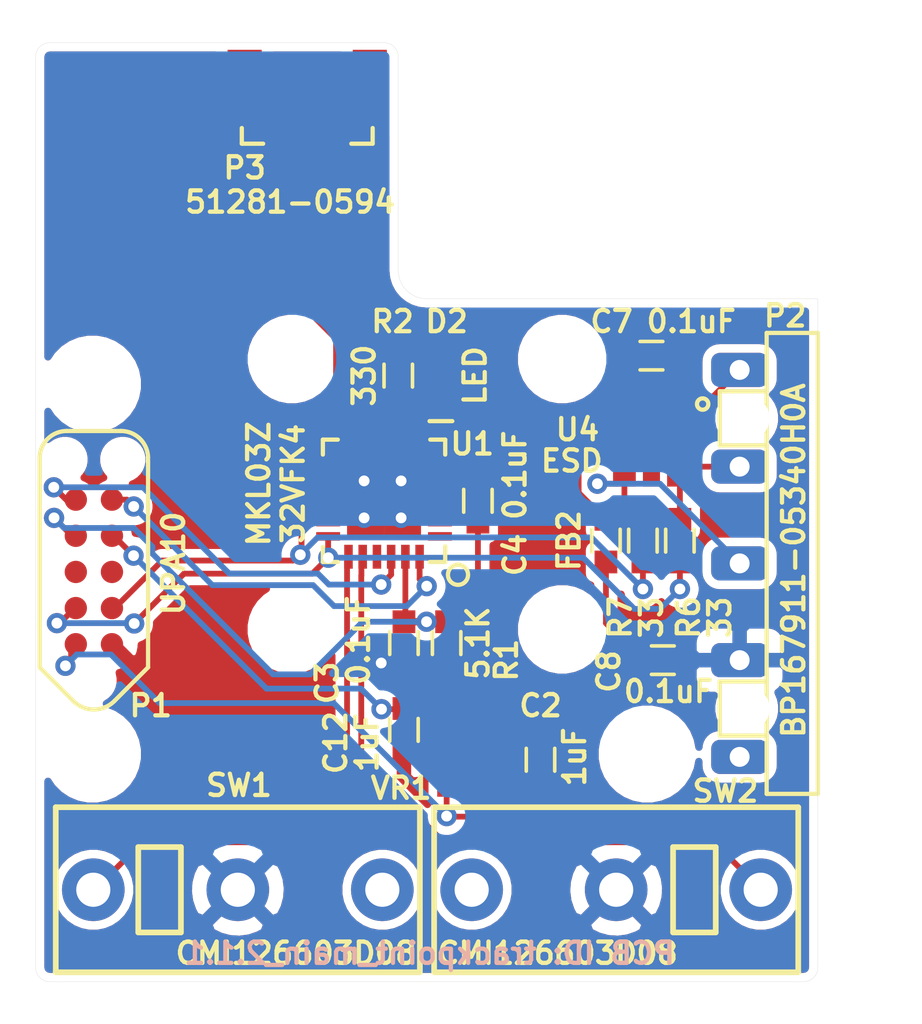
<source format=kicad_pcb>
(kicad_pcb (version 20171130) (host pcbnew 5.1.6-c6e7f7d~87~ubuntu20.04.1)

  (general
    (thickness 1.6)
    (drawings 43)
    (tracks 202)
    (zones 0)
    (modules 28)
    (nets 34)
  )

  (page A3)
  (title_block
    (title "UHK Trackpoint Module")
    (rev 2.1.1)
    (company "Ultimate Gadget Laboratories Kft.")
  )

  (layers
    (0 F.Cu signal)
    (31 B.Cu signal)
    (32 B.Adhes user)
    (33 F.Adhes user)
    (34 B.Paste user)
    (35 F.Paste user)
    (36 B.SilkS user)
    (37 F.SilkS user)
    (38 B.Mask user)
    (39 F.Mask user)
    (40 Dwgs.User user)
    (41 Cmts.User user)
    (42 Eco1.User user)
    (43 Eco2.User user)
    (44 Edge.Cuts user)
    (45 Margin user)
    (46 B.CrtYd user)
    (47 F.CrtYd user)
    (49 F.Fab user)
  )

  (setup
    (last_trace_width 0.254)
    (user_trace_width 0.2032)
    (user_trace_width 0.254)
    (user_trace_width 0.3048)
    (user_trace_width 0.381)
    (user_trace_width 0.508)
    (user_trace_width 0.635)
    (user_trace_width 0.762)
    (trace_clearance 0.2032)
    (zone_clearance 0.3048)
    (zone_45_only no)
    (trace_min 0.2032)
    (via_size 0.7112)
    (via_drill 0.381)
    (via_min_size 0.7112)
    (via_min_drill 0.381)
    (uvia_size 0.7112)
    (uvia_drill 0.381)
    (uvias_allowed no)
    (uvia_min_size 0.508)
    (uvia_min_drill 0.127)
    (edge_width 0.1)
    (segment_width 0.2)
    (pcb_text_width 0.3)
    (pcb_text_size 1.5 1.5)
    (mod_edge_width 0.15)
    (mod_text_size 0.75 0.75)
    (mod_text_width 0.15)
    (pad_size 0.8 0.8)
    (pad_drill 0)
    (pad_to_mask_clearance 0)
    (aux_axis_origin 0 0)
    (visible_elements 7FFFEF6F)
    (pcbplotparams
      (layerselection 0x010fc_ffffffff)
      (usegerberextensions false)
      (usegerberattributes false)
      (usegerberadvancedattributes false)
      (creategerberjobfile false)
      (excludeedgelayer true)
      (linewidth 0.150000)
      (plotframeref false)
      (viasonmask false)
      (mode 1)
      (useauxorigin false)
      (hpglpennumber 1)
      (hpglpenspeed 20)
      (hpglpendiameter 15.000000)
      (psnegative false)
      (psa4output false)
      (plotreference true)
      (plotvalue true)
      (plotinvisibletext false)
      (padsonsilk false)
      (subtractmaskfromsilk true)
      (outputformat 1)
      (mirror false)
      (drillshape 0)
      (scaleselection 1)
      (outputdirectory "gerbers"))
  )

  (net 0 "")
  (net 1 /VCC_BOTTOM)
  (net 2 /SDA_BOTTOM)
  (net 3 /SCL_BOTTOM)
  (net 4 GND)
  (net 5 /RESET)
  (net 6 /SCL)
  (net 7 /SWDIO)
  (net 8 +5V)
  (net 9 /SWDCLK)
  (net 10 /SDA)
  (net 11 "Net-(P1-Pad5)")
  (net 12 +3V3)
  (net 13 "Net-(P1-Pad6)")
  (net 14 "Net-(VR1-Pad4)")
  (net 15 /TEST_LED_R)
  (net 16 /TEST_LED)
  (net 17 "Net-(U1-Pad21)")
  (net 18 "Net-(U1-Pad16)")
  (net 19 "Net-(U1-Pad15)")
  (net 20 /TP_RST)
  (net 21 /CLK)
  (net 22 /DATA)
  (net 23 "Net-(U1-Pad10)")
  (net 24 "Net-(U1-Pad9)")
  (net 25 "Net-(U1-Pad8)")
  (net 26 "Net-(U1-Pad6)")
  (net 27 "Net-(U1-Pad2)")
  (net 28 "Net-(U1-Pad1)")
  (net 29 "Net-(U1-Pad5)")
  (net 30 "Net-(U1-Pad14)")
  (net 31 "Net-(P2-Pad5)")
  (net 32 /SW1)
  (net 33 /SW2)

  (net_class Default "This is the default net class."
    (clearance 0.2032)
    (trace_width 0.254)
    (via_dia 0.7112)
    (via_drill 0.381)
    (uvia_dia 0.7112)
    (uvia_drill 0.381)
    (diff_pair_width 0.254)
    (diff_pair_gap 0.254)
    (add_net +3V3)
    (add_net +5V)
    (add_net /CLK)
    (add_net /DATA)
    (add_net /RESET)
    (add_net /SCL)
    (add_net /SCL_BOTTOM)
    (add_net /SDA)
    (add_net /SDA_BOTTOM)
    (add_net /SW1)
    (add_net /SW2)
    (add_net /SWDCLK)
    (add_net /SWDIO)
    (add_net /TEST_LED)
    (add_net /TEST_LED_R)
    (add_net /TP_RST)
    (add_net /VCC_BOTTOM)
    (add_net GND)
    (add_net "Net-(P1-Pad5)")
    (add_net "Net-(P1-Pad6)")
    (add_net "Net-(P2-Pad5)")
    (add_net "Net-(U1-Pad1)")
    (add_net "Net-(U1-Pad10)")
    (add_net "Net-(U1-Pad14)")
    (add_net "Net-(U1-Pad15)")
    (add_net "Net-(U1-Pad16)")
    (add_net "Net-(U1-Pad2)")
    (add_net "Net-(U1-Pad21)")
    (add_net "Net-(U1-Pad5)")
    (add_net "Net-(U1-Pad6)")
    (add_net "Net-(U1-Pad8)")
    (add_net "Net-(U1-Pad9)")
    (add_net "Net-(VR1-Pad4)")
  )

  (module UGL:SC-74-TVS (layer F.Cu) (tedit 5F5FDC4C) (tstamp 5EDE8CDA)
    (at 213.9 128.4 180)
    (path /576A5C90)
    (attr smd)
    (fp_text reference U4 (at 2.6 0.3) (layer F.SilkS)
      (effects (font (size 0.75 0.75) (thickness 0.15)))
    )
    (fp_text value ESD (at 2.8 -0.8) (layer F.SilkS)
      (effects (font (size 0.75 0.75) (thickness 0.15)))
    )
    (fp_circle (center -1.8 1.2) (end -1.6 1.2) (layer F.SilkS) (width 0.15))
    (pad "" smd rect (at 0 -1.2 180) (size 0.6 1) (layers F.Cu F.Paste F.Mask))
    (pad 5 smd rect (at -0.95 -1.2 180) (size 0.8 1) (layers F.Cu F.Paste F.Mask)
      (net 2 /SDA_BOTTOM))
    (pad 4 smd rect (at 0.95 -1.2 180) (size 0.8 1) (layers F.Cu F.Paste F.Mask)
      (net 3 /SCL_BOTTOM))
    (pad 1 smd rect (at -0.95 1.2 180) (size 0.8 1) (layers F.Cu F.Paste F.Mask)
      (net 1 /VCC_BOTTOM))
    (pad 2 smd rect (at 0 1.2 180) (size 0.6 1) (layers F.Cu F.Paste F.Mask)
      (net 4 GND))
    (pad 3 smd rect (at 0.95 1.2 180) (size 0.8 1) (layers F.Cu F.Paste F.Mask))
  )

  (module UGL:SOT-23-5 (layer F.Cu) (tedit 5F8535D4) (tstamp 5D48D2B9)
    (at 207.6 139.2 180)
    (tags SOT23)
    (path /5CB4CDAE)
    (attr smd)
    (fp_text reference VR1 (at 2.5 -1.5 180) (layer F.SilkS)
      (effects (font (size 0.75 0.75) (thickness 0.15)))
    )
    (fp_text value MIC5504-3.3YM5 (at 0 -2.667 180) (layer F.SilkS) hide
      (effects (font (size 0.75 0.75) (thickness 0.15)))
    )
    (pad 1 smd rect (at 0.9 -1.3 180) (size 0.66 1) (layers F.Cu F.Paste F.Mask)
      (net 8 +5V))
    (pad 3 smd rect (at -0.9 -1.3 180) (size 0.66 1) (layers F.Cu F.Paste F.Mask)
      (net 8 +5V))
    (pad 4 smd rect (at -0.9525 1.3 180) (size 0.66 1) (layers F.Cu F.Paste F.Mask)
      (net 14 "Net-(VR1-Pad4)"))
    (pad 5 smd rect (at 0.9525 1.3 180) (size 0.66 1) (layers F.Cu F.Paste F.Mask)
      (net 12 +3V3))
    (pad 2 smd rect (at 0 -1.3 180) (size 0.66 1) (layers F.Cu F.Paste F.Mask)
      (net 4 GND))
    (model smd\SOT23_3.wrl
      (at (xyz 0 0 0))
      (scale (xyz 0.4 0.4 0.4))
      (rotate (xyz 0 0 180))
    )
  )

  (module UGL:hole_2.5mm locked (layer F.Cu) (tedit 5D557FD5) (tstamp 5F90ACDC)
    (at 201.260002 125.619003)
    (attr virtual)
    (fp_text reference "" (at 0 0) (layer F.SilkS)
      (effects (font (size 1.27 1.27) (thickness 0.15)))
    )
    (fp_text value "" (at 0 0) (layer F.SilkS)
      (effects (font (size 1.27 1.27) (thickness 0.15)))
    )
    (pad "" np_thru_hole circle (at 0 0) (size 2.5 2.5) (drill 2.5) (layers *.Cu *.Mask))
  )

  (module UGL:QFN-24-1EP_4x4mm_Pitch0.5mm (layer F.Cu) (tedit 583F0F95) (tstamp 5EDD7938)
    (at 204.5 130.6 180)
    (descr "24-Lead Plastic Quad Flat, No Lead Package (MJ) - 4x4x0.9 mm Body [QFN]; (see Microchip Packaging Specification 00000049BS.pdf)")
    (tags "QFN 0.5")
    (path /58D7E646)
    (solder_mask_margin 0.025)
    (clearance 0.1)
    (attr smd)
    (fp_text reference U1 (at -3.1 2) (layer F.SilkS)
      (effects (font (size 0.75 0.75) (thickness 0.15)))
    )
    (fp_text value MKL03Z32VFK4 (at 5.2 0.3 90) (layer F.SilkS) hide
      (effects (font (size 0.75 0.75) (thickness 0.15)))
    )
    (fp_line (start -2.15 -1.6) (end -2.15 -2.15) (layer F.SilkS) (width 0.15))
    (fp_line (start -2.15 -2.15) (end -1.6 -2.15) (layer F.SilkS) (width 0.15))
    (fp_circle (center -2.6 -2.6) (end -2.35 -2.35) (layer F.SilkS) (width 0.15))
    (fp_line (start -2.65 -2.65) (end -2.65 2.65) (layer F.CrtYd) (width 0.05))
    (fp_line (start 2.65 -2.65) (end 2.65 2.65) (layer F.CrtYd) (width 0.05))
    (fp_line (start -2.65 -2.65) (end 2.65 -2.65) (layer F.CrtYd) (width 0.05))
    (fp_line (start -2.65 2.65) (end 2.65 2.65) (layer F.CrtYd) (width 0.05))
    (fp_line (start 2.15 -2.15) (end 2.15 -1.625) (layer F.SilkS) (width 0.15))
    (fp_line (start -2.15 2.15) (end -2.15 1.625) (layer F.SilkS) (width 0.15))
    (fp_line (start 2.15 2.15) (end 2.15 1.625) (layer F.SilkS) (width 0.15))
    (fp_line (start -2.15 2.15) (end -1.625 2.15) (layer F.SilkS) (width 0.15))
    (fp_line (start 2.15 2.15) (end 1.625 2.15) (layer F.SilkS) (width 0.15))
    (fp_line (start 2.15 -2.15) (end 1.625 -2.15) (layer F.SilkS) (width 0.15))
    (pad 1 smd rect (at -1.965 -1.25 180) (size 0.84 0.3) (layers F.Cu F.Paste F.Mask)
      (net 28 "Net-(U1-Pad1)"))
    (pad 2 smd rect (at -1.965 -0.75 180) (size 0.84 0.3) (layers F.Cu F.Paste F.Mask)
      (net 27 "Net-(U1-Pad2)"))
    (pad 3 smd rect (at -1.965 -0.25 180) (size 0.84 0.3) (layers F.Cu F.Paste F.Mask)
      (net 12 +3V3))
    (pad 4 smd rect (at -1.965 0.25 180) (size 0.84 0.3) (layers F.Cu F.Paste F.Mask)
      (net 4 GND))
    (pad 5 smd rect (at -1.965 0.75 180) (size 0.84 0.3) (layers F.Cu F.Paste F.Mask)
      (net 29 "Net-(U1-Pad5)"))
    (pad 6 smd rect (at -1.965 1.25 180) (size 0.84 0.3) (layers F.Cu F.Paste F.Mask)
      (net 26 "Net-(U1-Pad6)"))
    (pad 7 smd rect (at -1.25 1.965 270) (size 0.84 0.3) (layers F.Cu F.Paste F.Mask)
      (net 16 /TEST_LED))
    (pad 8 smd rect (at -0.75 1.965 270) (size 0.84 0.3) (layers F.Cu F.Paste F.Mask)
      (net 25 "Net-(U1-Pad8)"))
    (pad 9 smd rect (at -0.25 1.965 270) (size 0.84 0.3) (layers F.Cu F.Paste F.Mask)
      (net 24 "Net-(U1-Pad9)"))
    (pad 10 smd rect (at 0.25 1.965 270) (size 0.84 0.3) (layers F.Cu F.Paste F.Mask)
      (net 23 "Net-(U1-Pad10)"))
    (pad 11 smd rect (at 0.75 1.965 270) (size 0.84 0.3) (layers F.Cu F.Paste F.Mask)
      (net 20 /TP_RST))
    (pad 12 smd rect (at 1.25 1.965 270) (size 0.84 0.3) (layers F.Cu F.Paste F.Mask)
      (net 21 /CLK))
    (pad 13 smd rect (at 1.965 1.25 180) (size 0.84 0.3) (layers F.Cu F.Paste F.Mask)
      (net 22 /DATA))
    (pad 14 smd rect (at 1.965 0.75 180) (size 0.84 0.3) (layers F.Cu F.Paste F.Mask)
      (net 30 "Net-(U1-Pad14)"))
    (pad 15 smd rect (at 1.965 0.25 180) (size 0.84 0.3) (layers F.Cu F.Paste F.Mask)
      (net 19 "Net-(U1-Pad15)"))
    (pad 16 smd rect (at 1.965 -0.25 180) (size 0.84 0.3) (layers F.Cu F.Paste F.Mask)
      (net 18 "Net-(U1-Pad16)"))
    (pad 17 smd rect (at 1.965 -0.75 180) (size 0.84 0.3) (layers F.Cu F.Paste F.Mask)
      (net 6 /SCL))
    (pad 18 smd rect (at 1.965 -1.25 180) (size 0.84 0.3) (layers F.Cu F.Paste F.Mask)
      (net 10 /SDA))
    (pad 19 smd rect (at 1.25 -1.965 270) (size 0.84 0.3) (layers F.Cu F.Paste F.Mask)
      (net 32 /SW1))
    (pad 20 smd rect (at 0.75 -1.965 270) (size 0.84 0.3) (layers F.Cu F.Paste F.Mask)
      (net 33 /SW2))
    (pad 21 smd rect (at 0.25 -1.965 270) (size 0.84 0.3) (layers F.Cu F.Paste F.Mask)
      (net 17 "Net-(U1-Pad21)"))
    (pad 22 smd rect (at -0.25 -1.965 270) (size 0.84 0.3) (layers F.Cu F.Paste F.Mask)
      (net 9 /SWDCLK))
    (pad 23 smd rect (at -0.75 -1.965 270) (size 0.84 0.3) (layers F.Cu F.Paste F.Mask)
      (net 5 /RESET))
    (pad 24 smd rect (at -1.25 -1.965 270) (size 0.84 0.3) (layers F.Cu F.Paste F.Mask)
      (net 7 /SWDIO))
    (pad 25 smd rect (at 0.65 0.65 180) (size 1.3 1.3) (layers F.Cu F.Paste F.Mask)
      (net 4 GND) (solder_paste_margin_ratio -0.2))
    (pad 25 smd rect (at 0.65 -0.65 180) (size 1.3 1.3) (layers F.Cu F.Paste F.Mask)
      (net 4 GND) (solder_paste_margin_ratio -0.2))
    (pad 25 smd rect (at -0.65 0.65 180) (size 1.3 1.3) (layers F.Cu F.Paste F.Mask)
      (net 4 GND) (solder_paste_margin_ratio -0.2))
    (pad 25 smd rect (at -0.65 -0.65 180) (size 1.3 1.3) (layers F.Cu F.Paste F.Mask)
      (net 4 GND) (solder_paste_margin_ratio -0.2))
    (model Housings_DFN_QFN.3dshapes/QFN-24-1EP_4x4mm_Pitch0.5mm.wrl
      (at (xyz 0 0 0))
      (scale (xyz 1 1 1))
      (rotate (xyz 0 0 0))
    )
  )

  (module UGL:hole_2.8mm locked (layer F.Cu) (tedit 5EC1543E) (tstamp 5295D75B)
    (at 194.25 126.5)
    (attr virtual)
    (fp_text reference "" (at 0 0) (layer F.SilkS)
      (effects (font (size 1.27 1.27) (thickness 0.15)))
    )
    (fp_text value "" (at 0 0) (layer F.SilkS)
      (effects (font (size 1.27 1.27) (thickness 0.15)))
    )
    (pad "" np_thru_hole circle (at 0 0) (size 2.8 2.8) (drill 2.8) (layers *.Cu *.Mask))
  )

  (module UGL:hole_2.8mm locked (layer F.Cu) (tedit 5EC1543E) (tstamp 5295D75B)
    (at 213.75 139.5)
    (attr virtual)
    (fp_text reference "" (at 0 0) (layer F.SilkS)
      (effects (font (size 1.27 1.27) (thickness 0.15)))
    )
    (fp_text value "" (at 0 0) (layer F.SilkS)
      (effects (font (size 1.27 1.27) (thickness 0.15)))
    )
    (pad "" np_thru_hole circle (at 0 0) (size 2.8 2.8) (drill 2.8) (layers *.Cu *.Mask))
  )

  (module UGL:hole_2.8mm locked (layer F.Cu) (tedit 5EC1543E) (tstamp 5295D75B)
    (at 194.25 139.5)
    (attr virtual)
    (fp_text reference "" (at 0 0) (layer F.SilkS)
      (effects (font (size 1.27 1.27) (thickness 0.15)))
    )
    (fp_text value "" (at 0 0) (layer F.SilkS)
      (effects (font (size 1.27 1.27) (thickness 0.15)))
    )
    (pad "" np_thru_hole circle (at 0 0) (size 2.8 2.8) (drill 2.8) (layers *.Cu *.Mask))
  )

  (module UGL:CMI126603D08 locked (layer F.Cu) (tedit 5E93A70D) (tstamp 5D48CEF6)
    (at 212.660004 144.268997 180)
    (path /5CE56C4B)
    (fp_text reference SW2 (at -3.839996 3.468997) (layer F.SilkS)
      (effects (font (size 0.75 0.75) (thickness 0.15)))
    )
    (fp_text value CMI126603D08 (at 2.060004 -2.231003) (layer F.SilkS)
      (effects (font (size 0.75 0.75) (thickness 0.15)))
    )
    (fp_line (start -3.5 1.5) (end -3.5 -1.5) (layer F.SilkS) (width 0.2))
    (fp_line (start -2 1.5) (end -3.5 1.5) (layer F.SilkS) (width 0.2))
    (fp_line (start -2 -1.5) (end -2 1.5) (layer F.SilkS) (width 0.2))
    (fp_line (start -3.5 -1.5) (end -2 -1.5) (layer F.SilkS) (width 0.2))
    (fp_line (start 6.4 -2.9) (end 6.4 2.9) (layer F.SilkS) (width 0.2))
    (fp_line (start -6.4 2.9) (end 6.4 2.9) (layer F.SilkS) (width 0.2))
    (fp_line (start -6.4 -2.9) (end -6.4 2.9) (layer F.SilkS) (width 0.2))
    (fp_line (start 6.4 -2.9) (end -6.4 -2.9) (layer F.SilkS) (width 0.2))
    (pad "" thru_hole circle (at 5.08 0 180) (size 2.2 2.2) (drill 1.2) (layers *.Cu *.Mask))
    (pad 2 thru_hole circle (at 0 0 180) (size 2.2 2.2) (drill 1.2) (layers *.Cu *.Mask)
      (net 4 GND))
    (pad 1 thru_hole circle (at -5.08 0 180) (size 2.2 2.2) (drill 1.2) (layers *.Cu *.Mask)
      (net 33 /SW2))
  )

  (module UGL:CMI126603D08 locked (layer F.Cu) (tedit 5E93A70D) (tstamp 5CEDA412)
    (at 199.360001 144.268997)
    (path /5CE50DFF)
    (fp_text reference SW1 (at 0.039999 -3.668997) (layer F.SilkS)
      (effects (font (size 0.75 0.75) (thickness 0.15)))
    )
    (fp_text value CMI126603D08 (at 2.039999 2.231003) (layer F.SilkS)
      (effects (font (size 0.75 0.75) (thickness 0.15)))
    )
    (fp_line (start -3.5 1.5) (end -3.5 -1.5) (layer F.SilkS) (width 0.2))
    (fp_line (start -2 1.5) (end -3.5 1.5) (layer F.SilkS) (width 0.2))
    (fp_line (start -2 -1.5) (end -2 1.5) (layer F.SilkS) (width 0.2))
    (fp_line (start -3.5 -1.5) (end -2 -1.5) (layer F.SilkS) (width 0.2))
    (fp_line (start 6.4 -2.9) (end 6.4 2.9) (layer F.SilkS) (width 0.2))
    (fp_line (start -6.4 2.9) (end 6.4 2.9) (layer F.SilkS) (width 0.2))
    (fp_line (start -6.4 -2.9) (end -6.4 2.9) (layer F.SilkS) (width 0.2))
    (fp_line (start 6.4 -2.9) (end -6.4 -2.9) (layer F.SilkS) (width 0.2))
    (pad "" thru_hole circle (at 5.08 0) (size 2.2 2.2) (drill 1.2) (layers *.Cu *.Mask))
    (pad 2 thru_hole circle (at 0 0) (size 2.2 2.2) (drill 1.2) (layers *.Cu *.Mask)
      (net 4 GND))
    (pad 1 thru_hole circle (at -5.08 0) (size 2.2 2.2) (drill 1.2) (layers *.Cu *.Mask)
      (net 32 /SW1))
  )

  (module UGL:SM0603_Diode (layer F.Cu) (tedit 5EDD6735) (tstamp 5EDD6B3E)
    (at 206.5 126.2 90)
    (path /577F2A5A)
    (attr virtual)
    (fp_text reference D2 (at 1.9 0.2 180) (layer F.SilkS)
      (effects (font (size 0.75 0.75) (thickness 0.15)))
    )
    (fp_text value LED (at 0 1.2 270) (layer F.SilkS)
      (effects (font (size 0.75 0.75) (thickness 0.15)))
    )
    (fp_line (start -1.6 -0.4) (end -1.6 0.4) (layer F.SilkS) (width 0.15))
    (pad 2 smd rect (at 0.75 0 90) (size 0.8 0.8) (layers F.Cu F.Mask)
      (net 15 /TEST_LED_R))
    (pad 1 smd rect (at -0.75 0 90) (size 0.8 0.8) (layers F.Cu F.Mask)
      (net 4 GND))
    (model smd\resistors\R0603.wrl
      (offset (xyz 0 0 0.02540000082496551))
      (scale (xyz 0.5 0.5 0.5))
      (rotate (xyz 0 0 0))
    )
  )

  (module UGL:Tag_Connect_2x5_Header_With_No_Legs_Parallel_Numbering (layer F.Cu) (tedit 5D557E77) (tstamp 5EDE9CE2)
    (at 194.3 133.1 90)
    (tags "Tag-Connect TC2050")
    (path /5BCEC0CB)
    (attr virtual)
    (fp_text reference P1 (at -4.7 2 180) (layer F.SilkS)
      (effects (font (size 0.75 0.75) (thickness 0.15)))
    )
    (fp_text value CONN_10 (at 0 2.6 90) (layer F.SilkS) hide
      (effects (font (size 0.75692 0.75692) (thickness 0.127)))
    )
    (fp_line (start 3.937 1.905) (end -3.3528 1.905) (layer F.SilkS) (width 0.15))
    (fp_line (start 4.064 -1.905) (end -3.3528 -1.905) (layer F.SilkS) (width 0.15))
    (fp_line (start -4.5339 0.7239) (end -3.3528 1.905) (layer F.SilkS) (width 0.15))
    (fp_line (start -4.5339 -0.7239) (end -3.3528 -1.905) (layer F.SilkS) (width 0.15))
    (fp_line (start 4.953 -0.9525) (end 4.953 0.9525) (layer F.SilkS) (width 0.15))
    (fp_arc (start -3.81 0) (end -4.5339 0.7239) (angle 90) (layer F.SilkS) (width 0.15))
    (fp_arc (start 4.0005 0.9525) (end 4.953 0.9525) (angle 90) (layer F.SilkS) (width 0.15))
    (fp_arc (start 4.0005 -0.9525) (end 4.0005 -1.905) (angle 90) (layer F.SilkS) (width 0.15))
    (pad 10 connect circle (at 2.54 -0.635 90) (size 0.78486 0.78486) (layers F.Cu F.Mask)
      (net 9 /SWDCLK))
    (pad 8 connect circle (at 1.27 -0.635 90) (size 0.78486 0.78486) (layers F.Cu F.Mask)
      (net 5 /RESET))
    (pad 9 connect circle (at 2.54 0.635 90) (size 0.78486 0.78486) (layers F.Cu F.Mask)
      (net 7 /SWDIO))
    (pad 7 connect circle (at 1.27 0.635 90) (size 0.78486 0.78486) (layers F.Cu F.Mask)
      (net 12 +3V3))
    (pad 1 connect circle (at -2.54 0.635 90) (size 0.78486 0.78486) (layers F.Cu F.Mask)
      (net 4 GND))
    (pad 2 connect circle (at -2.54 -0.635 90) (size 0.78486 0.78486) (layers F.Cu F.Mask)
      (net 8 +5V))
    (pad 3 connect circle (at -1.27 0.635 90) (size 0.78486 0.78486) (layers F.Cu F.Mask)
      (net 6 /SCL))
    (pad 4 connect circle (at -1.27 -0.635 90) (size 0.78486 0.78486) (layers F.Cu F.Mask)
      (net 10 /SDA))
    (pad 5 connect circle (at 0 0.635 90) (size 0.78486 0.78486) (layers F.Cu F.Mask)
      (net 11 "Net-(P1-Pad5)"))
    (pad 6 connect circle (at 0 -0.635 90) (size 0.78486 0.78486) (layers F.Cu F.Mask)
      (net 13 "Net-(P1-Pad6)"))
    (pad "" np_thru_hole circle (at -3.81 0 90) (size 0.98806 0.98806) (drill 0.98806) (layers *.Cu *.Mask))
    (pad "" np_thru_hole circle (at 3.95 -1.016 90) (size 0.98552 0.98552) (drill 0.98552) (layers *.Cu *.Mask))
    (pad "" np_thru_hole circle (at 3.95 1.016 90) (size 0.98552 0.98552) (drill 0.98552) (layers *.Cu *.Mask))
  )

  (module UGL:hole_2.5mm locked (layer F.Cu) (tedit 5D557FD5) (tstamp 5295D75B)
    (at 210.760002 135.119003)
    (attr virtual)
    (fp_text reference "" (at 0 0) (layer F.SilkS)
      (effects (font (size 1.27 1.27) (thickness 0.15)))
    )
    (fp_text value "" (at 0 0) (layer F.SilkS)
      (effects (font (size 1.27 1.27) (thickness 0.15)))
    )
    (pad "" np_thru_hole circle (at 0 0) (size 2.5 2.5) (drill 2.5) (layers *.Cu *.Mask))
  )

  (module UGL:hole_2.5mm locked (layer F.Cu) (tedit 5D557FD5) (tstamp 5295D75B)
    (at 210.760002 125.619003)
    (attr virtual)
    (fp_text reference "" (at 0 0) (layer F.SilkS)
      (effects (font (size 1.27 1.27) (thickness 0.15)))
    )
    (fp_text value "" (at 0 0) (layer F.SilkS)
      (effects (font (size 1.27 1.27) (thickness 0.15)))
    )
    (pad "" np_thru_hole circle (at 0 0) (size 2.5 2.5) (drill 2.5) (layers *.Cu *.Mask))
  )

  (module UGL:hole_2.5mm locked (layer F.Cu) (tedit 5D557FD5) (tstamp 5295D75B)
    (at 201.260002 135.119003)
    (attr virtual)
    (fp_text reference "" (at 0 0) (layer F.SilkS)
      (effects (font (size 1.27 1.27) (thickness 0.15)))
    )
    (fp_text value "" (at 0 0) (layer F.SilkS)
      (effects (font (size 1.27 1.27) (thickness 0.15)))
    )
    (pad "" np_thru_hole circle (at 0 0) (size 2.5 2.5) (drill 2.5) (layers *.Cu *.Mask))
  )

  (module UGL:UHK_Logo_12x3.4_mm (layer B.Cu) (tedit 0) (tstamp 5F64CE91)
    (at 198.6 116.6 180)
    (attr virtual)
    (fp_text reference G*** (at 0 0) (layer B.SilkS) hide
      (effects (font (size 1.524 1.524) (thickness 0.3)) (justify mirror))
    )
    (fp_text value LOGO (at 0.75 0) (layer B.SilkS) hide
      (effects (font (size 1.524 1.524) (thickness 0.3)) (justify mirror))
    )
    (fp_poly (pts (xy 2.528295 1.556775) (xy 2.376129 1.556775) (xy 2.376129 1.720645) (xy 2.528295 1.720645)
      (xy 2.528295 1.556775)) (layer B.Mask) (width 0.01))
    (fp_poly (pts (xy 4.749242 1.472903) (xy 4.816083 1.466032) (xy 4.865136 1.452564) (xy 4.899094 1.430856)
      (xy 4.92065 1.399266) (xy 4.932497 1.356151) (xy 4.937047 1.307007) (xy 4.93778 1.257973)
      (xy 4.933829 1.224061) (xy 4.923844 1.197217) (xy 4.916482 1.184434) (xy 4.893347 1.155442)
      (xy 4.863453 1.134933) (xy 4.822828 1.121678) (xy 4.767498 1.114447) (xy 4.693491 1.112011)
      (xy 4.682403 1.111982) (xy 4.553272 1.111982) (xy 4.553272 1.240738) (xy 4.676426 1.240738)
      (xy 4.731453 1.24101) (xy 4.767685 1.242454) (xy 4.789733 1.246016) (xy 4.802211 1.252637)
      (xy 4.809733 1.263262) (xy 4.812238 1.26852) (xy 4.818637 1.300402) (xy 4.81138 1.321559)
      (xy 4.804279 1.33232) (xy 4.793817 1.339344) (xy 4.775641 1.343269) (xy 4.745396 1.344729)
      (xy 4.698728 1.34436) (xy 4.660936 1.343523) (xy 4.524009 1.340231) (xy 4.520734 1.183832)
      (xy 4.520193 1.106465) (xy 4.522311 1.051887) (xy 4.527117 1.019623) (xy 4.530946 1.011182)
      (xy 4.542076 1.004499) (xy 4.564648 0.999803) (xy 4.601773 0.996825) (xy 4.656562 0.995294)
      (xy 4.718576 0.994931) (xy 4.892719 0.994931) (xy 4.892719 0.877881) (xy 4.696659 0.878053)
      (xy 4.60666 0.879061) (xy 4.539451 0.881928) (xy 4.494482 0.886692) (xy 4.472465 0.892684)
      (xy 4.445499 0.91249) (xy 4.419951 0.939933) (xy 4.419792 0.940146) (xy 4.410491 0.954614)
      (xy 4.403739 0.971783) (xy 4.399034 0.995647) (xy 4.395876 1.030194) (xy 4.393766 1.079417)
      (xy 4.392204 1.147305) (xy 4.39193 1.162543) (xy 4.391538 1.256127) (xy 4.395523 1.328974)
      (xy 4.406111 1.383658) (xy 4.425527 1.422753) (xy 4.455997 1.448833) (xy 4.499747 1.464473)
      (xy 4.559 1.472245) (xy 4.635984 1.474724) (xy 4.66192 1.474821) (xy 4.749242 1.472903)) (layer B.Mask) (width 0.01))
    (fp_poly (pts (xy 4.213825 1.474839) (xy 4.31917 1.474839) (xy 4.31917 1.346083) (xy 4.213825 1.346083)
      (xy 4.213825 0.877881) (xy 4.096774 0.877881) (xy 4.096774 1.110617) (xy 4.096669 1.189975)
      (xy 4.09615 1.24903) (xy 4.094914 1.290888) (xy 4.092655 1.318657) (xy 4.089069 1.335443)
      (xy 4.083852 1.344353) (xy 4.076699 1.348494) (xy 4.073364 1.349475) (xy 4.059165 1.357082)
      (xy 4.052117 1.374398) (xy 4.049987 1.407696) (xy 4.049954 1.415218) (xy 4.051167 1.450771)
      (xy 4.056269 1.468657) (xy 4.06745 1.474555) (xy 4.072954 1.474839) (xy 4.083385 1.476655)
      (xy 4.090305 1.48488) (xy 4.094629 1.503682) (xy 4.097271 1.537226) (xy 4.099147 1.58968)
      (xy 4.099291 1.594816) (xy 4.102627 1.714793) (xy 4.158226 1.718361) (xy 4.213825 1.721927)
      (xy 4.213825 1.474839)) (layer B.Mask) (width 0.01))
    (fp_poly (pts (xy 3.73289 1.474082) (xy 3.799036 1.471172) (xy 3.848423 1.465145) (xy 3.884362 1.455041)
      (xy 3.910163 1.439898) (xy 3.929136 1.418754) (xy 3.944593 1.390648) (xy 3.945836 1.387939)
      (xy 3.95492 1.363863) (xy 3.96111 1.335536) (xy 3.964884 1.298188) (xy 3.966722 1.247049)
      (xy 3.967103 1.177348) (xy 3.967101 1.17636) (xy 3.965848 1.094292) (xy 3.96194 1.031917)
      (xy 3.954459 0.985582) (xy 3.942491 0.951634) (xy 3.92512 0.926422) (xy 3.901431 0.906292)
      (xy 3.898983 0.904622) (xy 3.881759 0.894119) (xy 3.863644 0.886788) (xy 3.840192 0.882066)
      (xy 3.806958 0.879391) (xy 3.759496 0.878198) (xy 3.693362 0.877924) (xy 3.688292 0.877924)
      (xy 3.619018 0.878331) (xy 3.568823 0.879818) (xy 3.533384 0.882845) (xy 3.508376 0.887872)
      (xy 3.489477 0.895359) (xy 3.481325 0.89995) (xy 3.443274 0.936544) (xy 3.420332 0.990791)
      (xy 3.41243 1.062858) (xy 3.412433 1.067772) (xy 3.416407 1.118592) (xy 3.428887 1.154822)
      (xy 3.436895 1.167265) (xy 3.460083 1.193292) (xy 3.487929 1.211985) (xy 3.524794 1.224697)
      (xy 3.575037 1.23278) (xy 3.643019 1.237589) (xy 3.666613 1.238562) (xy 3.804147 1.243623)
      (xy 3.804147 1.111982) (xy 3.683585 1.111982) (xy 3.62182 1.110998) (xy 3.579762 1.107053)
      (xy 3.553754 1.098661) (xy 3.540137 1.084335) (xy 3.535256 1.062586) (xy 3.534931 1.051527)
      (xy 3.539002 1.027784) (xy 3.553404 1.011473) (xy 3.581415 1.001374) (xy 3.626315 0.996268)
      (xy 3.687097 0.994931) (xy 3.745894 0.995198) (xy 3.787192 0.998338) (xy 3.814074 1.00786)
      (xy 3.82962 1.027275) (xy 3.836915 1.060092) (xy 3.83904 1.109822) (xy 3.839083 1.167993)
      (xy 3.838331 1.225569) (xy 3.836406 1.275154) (xy 3.833591 1.311774) (xy 3.83017 1.330452)
      (xy 3.82981 1.331134) (xy 3.816587 1.337465) (xy 3.784926 1.342339) (xy 3.733297 1.3459)
      (xy 3.660168 1.348287) (xy 3.639782 1.348692) (xy 3.458848 1.351936) (xy 3.45531 1.413387)
      (xy 3.451772 1.474839) (xy 3.646675 1.474839) (xy 3.73289 1.474082)) (layer B.Mask) (width 0.01))
    (fp_poly (pts (xy 3.010519 1.474549) (xy 3.090515 1.473274) (xy 3.152604 1.470403) (xy 3.199538 1.465328)
      (xy 3.234066 1.457439) (xy 3.25894 1.446127) (xy 3.276909 1.430781) (xy 3.290724 1.410794)
      (xy 3.302057 1.387939) (xy 3.309689 1.368345) (xy 3.315336 1.3455) (xy 3.319288 1.315696)
      (xy 3.321838 1.275225) (xy 3.323276 1.22038) (xy 3.323895 1.147452) (xy 3.323982 1.109056)
      (xy 3.32424 0.877881) (xy 3.195979 0.877881) (xy 3.189631 1.340231) (xy 3.031613 1.347153)
      (xy 3.031613 0.877881) (xy 2.914562 0.877881) (xy 2.914562 1.346083) (xy 2.750691 1.346083)
      (xy 2.750691 0.877881) (xy 2.621935 0.877881) (xy 2.621935 1.474839) (xy 2.909867 1.474839)
      (xy 3.010519 1.474549)) (layer B.Mask) (width 0.01))
    (fp_poly (pts (xy 2.51659 0.877881) (xy 2.387834 0.877881) (xy 2.387834 1.474839) (xy 2.51659 1.474839)
      (xy 2.51659 0.877881)) (layer B.Mask) (width 0.01))
    (fp_poly (pts (xy 2.200553 1.474839) (xy 2.305899 1.474839) (xy 2.305899 1.346083) (xy 2.200553 1.346083)
      (xy 2.200553 0.877881) (xy 2.083502 0.877881) (xy 2.083502 1.110617) (xy 2.083397 1.189975)
      (xy 2.082878 1.24903) (xy 2.081642 1.290888) (xy 2.079383 1.318657) (xy 2.075797 1.335443)
      (xy 2.07058 1.344353) (xy 2.063427 1.348494) (xy 2.060092 1.349475) (xy 2.045893 1.357082)
      (xy 2.038845 1.374398) (xy 2.036716 1.407696) (xy 2.036682 1.415218) (xy 2.037895 1.450771)
      (xy 2.042997 1.468657) (xy 2.054178 1.474555) (xy 2.059683 1.474839) (xy 2.070113 1.476655)
      (xy 2.077033 1.48488) (xy 2.081357 1.503682) (xy 2.083999 1.537226) (xy 2.085875 1.58968)
      (xy 2.086019 1.594816) (xy 2.089355 1.714793) (xy 2.144954 1.718361) (xy 2.200553 1.721927)
      (xy 2.200553 1.474839)) (layer B.Mask) (width 0.01))
    (fp_poly (pts (xy 1.887442 1.718331) (xy 1.948894 1.714793) (xy 1.955042 0.877881) (xy 1.825991 0.877881)
      (xy 1.825991 1.721868) (xy 1.887442 1.718331)) (layer B.Mask) (width 0.01))
    (fp_poly (pts (xy 1.731689 1.367179) (xy 1.731298 1.256781) (xy 1.730328 1.16727) (xy 1.728408 1.096123)
      (xy 1.725163 1.04082) (xy 1.720222 0.998836) (xy 1.713211 0.967651) (xy 1.703758 0.944743)
      (xy 1.69149 0.927587) (xy 1.676034 0.913664) (xy 1.663315 0.904622) (xy 1.648201 0.895227)
      (xy 1.63242 0.888334) (xy 1.612241 0.883555) (xy 1.583932 0.880506) (xy 1.543762 0.878802)
      (xy 1.488001 0.878055) (xy 1.412917 0.877881) (xy 1.404608 0.877881) (xy 1.327486 0.87802)
      (xy 1.270042 0.878695) (xy 1.228546 0.880292) (xy 1.199267 0.883196) (xy 1.178473 0.887793)
      (xy 1.162433 0.894468) (xy 1.147417 0.903607) (xy 1.145901 0.904622) (xy 1.128028 0.917786)
      (xy 1.1136 0.932442) (xy 1.102244 0.951111) (xy 1.093588 0.976315) (xy 1.087259 1.010578)
      (xy 1.082883 1.056421) (xy 1.080089 1.116366) (xy 1.078503 1.192935) (xy 1.077753 1.288651)
      (xy 1.077527 1.367179) (xy 1.076866 1.721868) (xy 1.138318 1.718331) (xy 1.199769 1.714793)
      (xy 1.202775 1.369493) (xy 1.20376 1.269515) (xy 1.204887 1.190399) (xy 1.206316 1.129596)
      (xy 1.208208 1.08456) (xy 1.210724 1.052741) (xy 1.214025 1.031592) (xy 1.218272 1.018565)
      (xy 1.223625 1.011111) (xy 1.225496 1.009563) (xy 1.246164 1.002583) (xy 1.28697 0.997899)
      (xy 1.349098 0.995415) (xy 1.404608 0.994931) (xy 1.482036 0.995965) (xy 1.537328 0.999131)
      (xy 1.57167 1.004527) (xy 1.58372 1.009563) (xy 1.589442 1.015827) (xy 1.594008 1.026891)
      (xy 1.597579 1.045301) (xy 1.600317 1.073607) (xy 1.602381 1.114356) (xy 1.603934 1.170096)
      (xy 1.605136 1.243376) (xy 1.606147 1.336744) (xy 1.606442 1.369493) (xy 1.609447 1.714793)
      (xy 1.670899 1.718331) (xy 1.73235 1.721868) (xy 1.731689 1.367179)) (layer B.Mask) (width 0.01))
    (fp_poly (pts (xy 3.687097 0.362857) (xy 3.534931 0.362857) (xy 3.534931 0.515023) (xy 3.687097 0.515023)
      (xy 3.687097 0.362857)) (layer B.Mask) (width 0.01))
    (fp_poly (pts (xy 4.011912 0.278908) (xy 4.104833 0.276985) (xy 4.178479 0.27318) (xy 4.235092 0.265016)
      (xy 4.276912 0.250017) (xy 4.306178 0.225707) (xy 4.32513 0.189609) (xy 4.336009 0.139249)
      (xy 4.341053 0.072149) (xy 4.342504 -0.014167) (xy 4.342581 -0.08663) (xy 4.342581 -0.327742)
      (xy 4.226921 -0.327742) (xy 4.223299 -0.099047) (xy 4.221726 -0.017815) (xy 4.219761 0.042953)
      (xy 4.217143 0.086201) (xy 4.213613 0.114875) (xy 4.208911 0.131921) (xy 4.202776 0.140284)
      (xy 4.20212 0.140728) (xy 4.183935 0.145119) (xy 4.147724 0.14872) (xy 4.09887 0.15114)
      (xy 4.047028 0.151987) (xy 3.909493 0.152166) (xy 3.909493 -0.327742) (xy 3.792442 -0.327742)
      (xy 3.792442 0.282746) (xy 4.011912 0.278908)) (layer B.Mask) (width 0.01))
    (fp_poly (pts (xy 3.675392 -0.327742) (xy 3.558341 -0.327742) (xy 3.558341 0.280922) (xy 3.675392 0.280922)
      (xy 3.675392 -0.327742)) (layer B.Mask) (width 0.01))
    (fp_poly (pts (xy 3.092794 0.307258) (xy 3.095991 0.099493) (xy 3.191006 0.190728) (xy 3.286022 0.281963)
      (xy 3.377705 0.278516) (xy 3.469387 0.275069) (xy 3.303173 0.12909) (xy 3.251165 0.083048)
      (xy 3.205813 0.042199) (xy 3.169845 0.009056) (xy 3.145989 -0.013863) (xy 3.136972 -0.024044)
      (xy 3.136958 -0.024149) (xy 3.145346 -0.03378) (xy 3.168685 -0.056228) (xy 3.204239 -0.088975)
      (xy 3.249274 -0.129503) (xy 3.301053 -0.175292) (xy 3.3026 -0.176649) (xy 3.468242 -0.321889)
      (xy 3.378132 -0.325318) (xy 3.288022 -0.328746) (xy 3.192007 -0.239451) (xy 3.095991 -0.150156)
      (xy 3.090138 -0.236023) (xy 3.084286 -0.321889) (xy 2.961382 -0.328965) (xy 2.961382 0.515023)
      (xy 3.089598 0.515023) (xy 3.092794 0.307258)) (layer B.Mask) (width 0.01))
    (fp_poly (pts (xy 2.879447 0.152166) (xy 2.729622 0.152166) (xy 2.654563 0.151033) (xy 2.602326 0.147608)
      (xy 2.57243 0.141848) (xy 2.565751 0.13812) (xy 2.558952 0.11959) (xy 2.554411 0.079452)
      (xy 2.552073 0.017047) (xy 2.551705 -0.030351) (xy 2.552103 -0.094622) (xy 2.553577 -0.139167)
      (xy 2.55655 -0.167661) (xy 2.561442 -0.183781) (xy 2.568674 -0.1912) (xy 2.57022 -0.191881)
      (xy 2.588621 -0.194617) (xy 2.625197 -0.196864) (xy 2.674715 -0.198396) (xy 2.73194 -0.198985)
      (xy 2.734091 -0.198986) (xy 2.879447 -0.198986) (xy 2.879447 -0.327742) (xy 2.718502 -0.327485)
      (xy 2.648368 -0.32677) (xy 2.596865 -0.324555) (xy 2.559233 -0.320347) (xy 2.530715 -0.313651)
      (xy 2.510737 -0.305934) (xy 2.483152 -0.291629) (xy 2.462517 -0.274984) (xy 2.447838 -0.252572)
      (xy 2.438122 -0.220967) (xy 2.432375 -0.176741) (xy 2.429602 -0.116468) (xy 2.428811 -0.036721)
      (xy 2.428802 -0.02341) (xy 2.429293 0.057434) (xy 2.431357 0.118468) (xy 2.435883 0.163285)
      (xy 2.443757 0.195475) (xy 2.455868 0.218629) (xy 2.473102 0.236339) (xy 2.496348 0.252195)
      (xy 2.497023 0.252604) (xy 2.515521 0.261753) (xy 2.53885 0.268369) (xy 2.571292 0.272992)
      (xy 2.617132 0.276162) (xy 2.680654 0.278419) (xy 2.706797 0.279069) (xy 2.879447 0.283069)
      (xy 2.879447 0.152166)) (layer B.Mask) (width 0.01))
    (fp_poly (pts (xy 2.016754 0.278963) (xy 2.098428 0.276908) (xy 2.160335 0.273661) (xy 2.206113 0.268246)
      (xy 2.239404 0.259687) (xy 2.263848 0.247007) (xy 2.283086 0.229232) (xy 2.300758 0.205385)
      (xy 2.302809 0.202278) (xy 2.310644 0.187277) (xy 2.316254 0.167378) (xy 2.319989 0.138753)
      (xy 2.3222 0.097576) (xy 2.323237 0.040018) (xy 2.323456 -0.023376) (xy 2.323132 -0.097551)
      (xy 2.321925 -0.152149) (xy 2.319486 -0.191) (xy 2.315465 -0.217931) (xy 2.30951 -0.236769)
      (xy 2.302809 -0.249064) (xy 2.282158 -0.276749) (xy 2.259347 -0.296557) (xy 2.23007 -0.30986)
      (xy 2.190019 -0.31803) (xy 2.134888 -0.32244) (xy 2.066485 -0.324366) (xy 2.005903 -0.324504)
      (xy 1.951062 -0.323087) (xy 1.90767 -0.320365) (xy 1.881434 -0.316589) (xy 1.88006 -0.316191)
      (xy 1.830216 -0.289191) (xy 1.794231 -0.246572) (xy 1.773511 -0.192538) (xy 1.769464 -0.131293)
      (xy 1.783497 -0.067042) (xy 1.790757 -0.049306) (xy 1.808689 -0.017497) (xy 1.831708 0.005422)
      (xy 1.863627 0.020795) (xy 1.908256 0.029964) (xy 1.969405 0.034269) (xy 2.030453 0.035116)
      (xy 2.165438 0.035116) (xy 2.165438 -0.081935) (xy 2.05347 -0.081935) (xy 1.988533 -0.083338)
      (xy 1.943611 -0.08833) (xy 1.915434 -0.09809) (xy 1.900733 -0.113792) (xy 1.896238 -0.136616)
      (xy 1.896221 -0.138531) (xy 1.898556 -0.16339) (xy 1.907977 -0.180404) (xy 1.928111 -0.191016)
      (xy 1.962585 -0.196665) (xy 2.015025 -0.198792) (xy 2.048387 -0.198986) (xy 2.114999 -0.197544)
      (xy 2.16083 -0.193295) (xy 2.18473 -0.186356) (xy 2.186507 -0.18494) (xy 2.193508 -0.165662)
      (xy 2.198102 -0.124009) (xy 2.20032 -0.059606) (xy 2.200553 -0.02341) (xy 2.199384 0.051271)
      (xy 2.195854 0.103034) (xy 2.189932 0.132255) (xy 2.186507 0.13812) (xy 2.169975 0.144338)
      (xy 2.133909 0.148691) (xy 2.077055 0.151269) (xy 1.998163 0.152164) (xy 1.993373 0.152166)
      (xy 1.814286 0.152166) (xy 1.814286 0.282856) (xy 2.016754 0.278963)) (layer B.Mask) (width 0.01))
    (fp_poly (pts (xy 1.205622 0.187281) (xy 1.556774 0.187281) (xy 1.556774 0.515023) (xy 1.68553 0.515023)
      (xy 1.68553 -0.327742) (xy 1.556774 -0.327742) (xy 1.556774 0.058526) (xy 1.205622 0.058526)
      (xy 1.205622 -0.327742) (xy 1.076866 -0.327742) (xy 1.076866 0.515023) (xy 1.205622 0.515023)
      (xy 1.205622 0.187281)) (layer B.Mask) (width 0.01))
    (fp_poly (pts (xy 4.785591 0.274792) (xy 4.834866 0.273629) (xy 4.869201 0.271084) (xy 4.892829 0.266662)
      (xy 4.909984 0.259866) (xy 4.924049 0.250827) (xy 4.946202 0.23331) (xy 4.963487 0.215102)
      (xy 4.97646 0.193203) (xy 4.985678 0.164611) (xy 4.991697 0.126325) (xy 4.995074 0.075345)
      (xy 4.996365 0.008669) (xy 4.996127 -0.076704) (xy 4.995524 -0.134608) (xy 4.994334 -0.223852)
      (xy 4.992959 -0.292786) (xy 4.991141 -0.344512) (xy 4.988624 -0.38213) (xy 4.985147 -0.408742)
      (xy 4.980454 -0.427447) (xy 4.974286 -0.441347) (xy 4.969335 -0.449316) (xy 4.947521 -0.474942)
      (xy 4.919614 -0.493232) (xy 4.881681 -0.50526) (xy 4.829792 -0.512103) (xy 4.760013 -0.514837)
      (xy 4.729224 -0.515023) (xy 4.588387 -0.515023) (xy 4.588387 -0.397972) (xy 4.698823 -0.397972)
      (xy 4.75092 -0.396781) (xy 4.797132 -0.393594) (xy 4.830339 -0.388991) (xy 4.839284 -0.386557)
      (xy 4.869309 -0.375141) (xy 4.869309 -0.125534) (xy 4.868842 -0.032976) (xy 4.86738 0.037876)
      (xy 4.864835 0.088709) (xy 4.861115 0.12121) (xy 4.856132 0.137066) (xy 4.855263 0.13812)
      (xy 4.835145 0.145498) (xy 4.792905 0.150205) (xy 4.72969 0.152125) (xy 4.717143 0.152166)
      (xy 4.65053 0.150724) (xy 4.6047 0.146475) (xy 4.5808 0.139536) (xy 4.579023 0.13812)
      (xy 4.572022 0.118842) (xy 4.567428 0.07719) (xy 4.565209 0.012786) (xy 4.564977 -0.02341)
      (xy 4.566146 -0.098091) (xy 4.569675 -0.149854) (xy 4.575598 -0.179074) (xy 4.579023 -0.18494)
      (xy 4.599121 -0.192348) (xy 4.641057 -0.197071) (xy 4.703392 -0.198957) (xy 4.713631 -0.198986)
      (xy 4.834193 -0.198986) (xy 4.834193 -0.330149) (xy 4.690276 -0.326019) (xy 4.618593 -0.322833)
      (xy 4.565846 -0.317014) (xy 4.527587 -0.30706) (xy 4.499368 -0.291467) (xy 4.476743 -0.268731)
      (xy 4.462721 -0.249093) (xy 4.454759 -0.233798) (xy 4.449097 -0.213487) (xy 4.445369 -0.18425)
      (xy 4.443204 -0.14218) (xy 4.442236 -0.083368) (xy 4.442074 -0.029786) (xy 4.442712 0.050994)
      (xy 4.44524 0.112171) (xy 4.45058 0.157533) (xy 4.459651 0.190866) (xy 4.473374 0.215958)
      (xy 4.492671 0.236597) (xy 4.510236 0.250607) (xy 4.525089 0.260176) (xy 4.542297 0.26688)
      (xy 4.566095 0.271222) (xy 4.600715 0.2737) (xy 4.650391 0.274815) (xy 4.717143 0.275069)
      (xy 4.785591 0.274792)) (layer B.Mask) (width 0.01))
    (fp_poly (pts (xy 5.937396 -0.681208) (xy 5.998848 -0.684746) (xy 6.0024 -0.983225) (xy 6.003521 -1.096349)
      (xy 6.003745 -1.188632) (xy 6.002809 -1.262637) (xy 6.000448 -1.320927) (xy 5.996399 -1.366063)
      (xy 5.990397 -1.400606) (xy 5.982178 -1.427119) (xy 5.971478 -1.448163) (xy 5.958033 -1.466301)
      (xy 5.951881 -1.473258) (xy 5.912918 -1.515806) (xy 5.739339 -1.518706) (xy 5.662635 -1.519275)
      (xy 5.605768 -1.517897) (xy 5.565226 -1.514343) (xy 5.5375 -1.508387) (xy 5.528602 -1.505011)
      (xy 5.500608 -1.490146) (xy 5.479866 -1.471743) (xy 5.465211 -1.446202) (xy 5.455473 -1.409923)
      (xy 5.449485 -1.359307) (xy 5.44608 -1.290753) (xy 5.444949 -1.247141) (xy 5.444139 -1.161094)
      (xy 5.44638 -1.094877) (xy 5.452457 -1.045017) (xy 5.463158 -1.008046) (xy 5.479266 -0.98049)
      (xy 5.50157 -0.95888) (xy 5.511892 -0.951464) (xy 5.530795 -0.940109) (xy 5.550839 -0.932493)
      (xy 5.577071 -0.927883) (xy 5.614541 -0.925547) (xy 5.668294 -0.924751) (xy 5.696247 -0.9247)
      (xy 5.840829 -0.9247) (xy 5.840829 -1.041751) (xy 5.728862 -1.041751) (xy 5.669395 -1.041914)
      (xy 5.627181 -1.044682) (xy 5.599268 -1.053473) (xy 5.582705 -1.071704) (xy 5.574542 -1.102793)
      (xy 5.571827 -1.150158) (xy 5.571611 -1.217216) (xy 5.571613 -1.223881) (xy 5.571613 -1.381777)
      (xy 5.601637 -1.393193) (xy 5.635304 -1.400718) (xy 5.68171 -1.404502) (xy 5.733631 -1.404742)
      (xy 5.783839 -1.401636) (xy 5.825111 -1.395383) (xy 5.84993 -1.386387) (xy 5.857377 -1.380696)
      (xy 5.863247 -1.3735) (xy 5.867728 -1.362179) (xy 5.871007 -1.344111) (xy 5.873272 -1.316675)
      (xy 5.87471 -1.27725) (xy 5.87551 -1.223216) (xy 5.875858 -1.151951) (xy 5.875943 -1.060835)
      (xy 5.875945 -1.022918) (xy 5.875945 -0.67767) (xy 5.937396 -0.681208)) (layer B.Mask) (width 0.01))
    (fp_poly (pts (xy 5.372627 -1.041751) (xy 5.314937 -1.041751) (xy 5.28421 -1.042331) (xy 5.260992 -1.045989)
      (xy 5.24423 -1.055601) (xy 5.232874 -1.074044) (xy 5.225871 -1.104194) (xy 5.222169 -1.148929)
      (xy 5.220716 -1.211124) (xy 5.220461 -1.293656) (xy 5.220461 -1.521659) (xy 5.10341 -1.521659)
      (xy 5.10341 -1.280547) (xy 5.103891 -1.187498) (xy 5.10578 -1.114866) (xy 5.109749 -1.059668)
      (xy 5.116466 -1.018924) (xy 5.126602 -0.989651) (xy 5.140827 -0.968868) (xy 5.159812 -0.953593)
      (xy 5.17924 -0.943162) (xy 5.217353 -0.931811) (xy 5.268963 -0.925494) (xy 5.295386 -0.9247)
      (xy 5.372627 -0.9247) (xy 5.372627 -1.041751)) (layer B.Mask) (width 0.01))
    (fp_poly (pts (xy 4.705242 -0.926888) (xy 4.915738 -0.930553) (xy 4.953975 -0.968789) (xy 4.992212 -1.007026)
      (xy 4.995511 -1.208743) (xy 4.996525 -1.282872) (xy 4.996555 -1.337535) (xy 4.995261 -1.376669)
      (xy 4.992304 -1.40421) (xy 4.987345 -1.424094) (xy 4.980044 -1.440257) (xy 4.97477 -1.449206)
      (xy 4.953908 -1.476389) (xy 4.927613 -1.496077) (xy 4.892086 -1.509353) (xy 4.843527 -1.5173)
      (xy 4.778137 -1.520999) (xy 4.720445 -1.52164) (xy 4.652552 -1.520935) (xy 4.603293 -1.518498)
      (xy 4.567921 -1.51382) (xy 4.541692 -1.506391) (xy 4.529862 -1.501157) (xy 4.490172 -1.469227)
      (xy 4.463179 -1.423127) (xy 4.449177 -1.368542) (xy 4.448459 -1.311155) (xy 4.46132 -1.256652)
      (xy 4.488055 -1.210718) (xy 4.513633 -1.187727) (xy 4.532718 -1.177581) (xy 4.557678 -1.170462)
      (xy 4.593267 -1.165647) (xy 4.644234 -1.162411) (xy 4.690806 -1.160721) (xy 4.834193 -1.156394)
      (xy 4.834193 -1.287557) (xy 4.710913 -1.287557) (xy 4.655838 -1.287845) (xy 4.619667 -1.289301)
      (xy 4.597894 -1.292819) (xy 4.586017 -1.299289) (xy 4.579529 -1.309603) (xy 4.577843 -1.313894)
      (xy 4.57241 -1.341808) (xy 4.574003 -1.357788) (xy 4.585519 -1.378767) (xy 4.605871 -1.392654)
      (xy 4.639131 -1.400706) (xy 4.68937 -1.404186) (xy 4.725232 -1.404608) (xy 4.783671 -1.4038)
      (xy 4.825298 -1.399113) (xy 4.852964 -1.387155) (xy 4.869519 -1.364533) (xy 4.877812 -1.327856)
      (xy 4.880692 -1.27373) (xy 4.881014 -1.219141) (xy 4.880923 -1.156578) (xy 4.878553 -1.110758)
      (xy 4.870756 -1.079081) (xy 4.854382 -1.058942) (xy 4.826285 -1.047738) (xy 4.783316 -1.042867)
      (xy 4.722327 -1.041725) (xy 4.666475 -1.041751) (xy 4.494746 -1.041751) (xy 4.494746 -0.923222)
      (xy 4.705242 -0.926888)) (layer B.Mask) (width 0.01))
    (fp_poly (pts (xy 4.162543 -0.925684) (xy 4.228163 -0.930343) (xy 4.276827 -0.941405) (xy 4.311059 -0.961552)
      (xy 4.333378 -0.993466) (xy 4.346306 -1.039832) (xy 4.352364 -1.103331) (xy 4.354074 -1.186646)
      (xy 4.354113 -1.219133) (xy 4.353555 -1.298979) (xy 4.351423 -1.359151) (xy 4.346785 -1.403376)
      (xy 4.338707 -1.435382) (xy 4.326257 -1.458895) (xy 4.308502 -1.477644) (xy 4.28508 -1.494971)
      (xy 4.267231 -1.5058) (xy 4.248358 -1.513237) (xy 4.223776 -1.517911) (xy 4.188804 -1.520449)
      (xy 4.138758 -1.521479) (xy 4.086264 -1.52164) (xy 4.016776 -1.52103) (xy 3.966118 -1.518907)
      (xy 3.929733 -1.514805) (xy 3.903064 -1.508257) (xy 3.886083 -1.501157) (xy 3.857345 -1.483636)
      (xy 3.836039 -1.461509) (xy 3.821122 -1.431273) (xy 3.811553 -1.389425) (xy 3.806289 -1.33246)
      (xy 3.804288 -1.256875) (xy 3.804166 -1.22573) (xy 3.804264 -1.218197) (xy 3.932902 -1.218197)
      (xy 3.932903 -1.22301) (xy 3.933243 -1.287476) (xy 3.934577 -1.332429) (xy 3.937376 -1.361757)
      (xy 3.942113 -1.379351) (xy 3.949259 -1.3891) (xy 3.953387 -1.391965) (xy 3.979344 -1.399459)
      (xy 4.02095 -1.403676) (xy 4.071103 -1.40477) (xy 4.122705 -1.402895) (xy 4.168655 -1.398203)
      (xy 4.201853 -1.390849) (xy 4.21122 -1.386387) (xy 4.222104 -1.377341) (xy 4.229442 -1.365356)
      (xy 4.233928 -1.346079) (xy 4.236258 -1.315159) (xy 4.237126 -1.268241) (xy 4.237235 -1.223352)
      (xy 4.236883 -1.154625) (xy 4.233966 -1.105876) (xy 4.225689 -1.073676) (xy 4.209257 -1.054594)
      (xy 4.181877 -1.045199) (xy 4.140754 -1.042061) (xy 4.089316 -1.041751) (xy 4.030047 -1.041925)
      (xy 3.988014 -1.044733) (xy 3.96026 -1.053601) (xy 3.943829 -1.071955) (xy 3.935763 -1.103221)
      (xy 3.933106 -1.150827) (xy 3.932902 -1.218197) (xy 3.804264 -1.218197) (xy 3.805366 -1.134036)
      (xy 3.810584 -1.063062) (xy 3.822212 -1.010172) (xy 3.842641 -0.972733) (xy 3.874264 -0.948109)
      (xy 3.919472 -0.933665) (xy 3.980658 -0.926768) (xy 4.060214 -0.924783) (xy 4.077448 -0.924744)
      (xy 4.162543 -0.925684)) (layer B.Mask) (width 0.01))
    (fp_poly (pts (xy 3.277419 -1.381777) (xy 3.309608 -1.394126) (xy 3.339349 -1.40054) (xy 3.381859 -1.403637)
      (xy 3.430993 -1.403722) (xy 3.480606 -1.4011) (xy 3.524552 -1.396074) (xy 3.556685 -1.388951)
      (xy 3.570306 -1.381198) (xy 3.574538 -1.363261) (xy 3.578055 -1.327028) (xy 3.58051 -1.277613)
      (xy 3.581558 -1.220126) (xy 3.581572 -1.214812) (xy 3.581438 -1.147949) (xy 3.578726 -1.10098)
      (xy 3.57025 -1.070396) (xy 3.552828 -1.052689) (xy 3.523275 -1.04435) (xy 3.478406 -1.041871)
      (xy 3.424502 -1.041751) (xy 3.312534 -1.041751) (xy 3.312534 -0.9247) (xy 3.453577 -0.9247)
      (xy 3.530354 -0.925982) (xy 3.589705 -0.931594) (xy 3.633856 -0.944186) (xy 3.665036 -0.966407)
      (xy 3.685475 -1.000907) (xy 3.697401 -1.050334) (xy 3.703042 -1.117339) (xy 3.704628 -1.20457)
      (xy 3.704654 -1.223179) (xy 3.703566 -1.314435) (xy 3.698663 -1.38497) (xy 3.687485 -1.437432)
      (xy 3.667573 -1.47447) (xy 3.636467 -1.498735) (xy 3.591708 -1.512875) (xy 3.530838 -1.519539)
      (xy 3.451396 -1.521377) (xy 3.427816 -1.521392) (xy 3.357425 -1.520562) (xy 3.306022 -1.518053)
      (xy 3.269218 -1.513422) (xy 3.242624 -1.506226) (xy 3.231959 -1.501614) (xy 3.192252 -1.469448)
      (xy 3.170764 -1.434576) (xy 3.164566 -1.419039) (xy 3.159664 -1.400937) (xy 3.155908 -1.377473)
      (xy 3.153144 -1.34585) (xy 3.151222 -1.303271) (xy 3.149988 -1.246939) (xy 3.14929 -1.174057)
      (xy 3.148977 -1.081829) (xy 3.148921 -1.032972) (xy 3.148663 -0.678894) (xy 3.277419 -0.678894)
      (xy 3.277419 -1.381777)) (layer B.Mask) (width 0.01))
    (fp_poly (pts (xy 2.241422 -0.926329) (xy 2.276901 -0.928087) (xy 2.30186 -0.93186) (xy 2.320592 -0.938059)
      (xy 2.33739 -0.947093) (xy 2.338792 -0.947959) (xy 2.379577 -0.986538) (xy 2.403162 -1.040342)
      (xy 2.409111 -1.10826) (xy 2.408 -1.125086) (xy 2.400028 -1.178103) (xy 2.385028 -1.217856)
      (xy 2.359973 -1.246319) (xy 2.321837 -1.265465) (xy 2.26759 -1.277268) (xy 2.194205 -1.283701)
      (xy 2.162511 -1.285082) (xy 2.024977 -1.290023) (xy 2.024977 -1.158802) (xy 2.135218 -1.158802)
      (xy 2.19624 -1.158235) (xy 2.237635 -1.155621) (xy 2.263178 -1.14959) (xy 2.276641 -1.138768)
      (xy 2.281799 -1.121786) (xy 2.282488 -1.105288) (xy 2.279392 -1.079258) (xy 2.267806 -1.061299)
      (xy 2.244279 -1.050012) (xy 2.205365 -1.043996) (xy 2.147615 -1.04185) (xy 2.126076 -1.041751)
      (xy 2.070095 -1.042182) (xy 2.030389 -1.045764) (xy 2.004161 -1.055926) (xy 1.988617 -1.0761)
      (xy 1.980965 -1.109714) (xy 1.978409 -1.1602) (xy 1.978157 -1.223352) (xy 1.978285 -1.286689)
      (xy 1.980746 -1.333249) (xy 1.988658 -1.36561) (xy 2.005136 -1.386348) (xy 2.033297 -1.398042)
      (xy 2.076258 -1.403269) (xy 2.137135 -1.404606) (xy 2.197305 -1.404608) (xy 2.364424 -1.404608)
      (xy 2.364424 -1.521659) (xy 2.167169 -1.521659) (xy 2.094279 -1.52148) (xy 2.040791 -1.520641)
      (xy 2.002698 -1.518692) (xy 1.975993 -1.51518) (xy 1.956668 -1.509655) (xy 1.940716 -1.501664)
      (xy 1.930312 -1.494971) (xy 1.906494 -1.477534) (xy 1.888838 -1.459437) (xy 1.876502 -1.437047)
      (xy 1.86864 -1.406732) (xy 1.864408 -1.364861) (xy 1.862964 -1.307801) (xy 1.863462 -1.231921)
      (xy 1.863805 -1.208743) (xy 1.866958 -1.007026) (xy 1.905193 -0.968789) (xy 1.943427 -0.930553)
      (xy 2.121736 -0.927219) (xy 2.191132 -0.926176) (xy 2.241422 -0.926329)) (layer B.Mask) (width 0.01))
    (fp_poly (pts (xy 1.205622 -0.83106) (xy 1.206255 -0.887609) (xy 1.207987 -0.934557) (xy 1.210568 -0.967576)
      (xy 1.213747 -0.98234) (xy 1.214401 -0.982724) (xy 1.225836 -0.97566) (xy 1.252785 -0.956206)
      (xy 1.292403 -0.926503) (xy 1.341846 -0.88869) (xy 1.398273 -0.844907) (xy 1.416313 -0.830789)
      (xy 1.609447 -0.679356) (xy 1.706014 -0.679125) (xy 1.750246 -0.679486) (xy 1.783821 -0.680649)
      (xy 1.801283 -0.682391) (xy 1.802581 -0.683071) (xy 1.793625 -0.690925) (xy 1.768313 -0.711072)
      (xy 1.728978 -0.741709) (xy 1.677953 -0.78103) (xy 1.617572 -0.827231) (xy 1.550168 -0.878509)
      (xy 1.53391 -0.890836) (xy 1.465145 -0.943189) (xy 1.402847 -0.991091) (xy 1.349358 -1.032702)
      (xy 1.307024 -1.066181) (xy 1.278188 -1.089688) (xy 1.265195 -1.101382) (xy 1.264694 -1.102197)
      (xy 1.2735 -1.11101) (xy 1.298652 -1.132078) (xy 1.337814 -1.163551) (xy 1.38865 -1.203576)
      (xy 1.448825 -1.250302) (xy 1.516002 -1.301877) (xy 1.530438 -1.312888) (xy 1.796728 -1.515806)
      (xy 1.699616 -1.519215) (xy 1.602504 -1.522623) (xy 1.406989 -1.370583) (xy 1.211475 -1.218544)
      (xy 1.208209 -1.370101) (xy 1.204943 -1.521659) (xy 1.076866 -1.521659) (xy 1.076866 -0.678894)
      (xy 1.205622 -0.678894) (xy 1.205622 -0.83106)) (layer B.Mask) (width 0.01))
    (fp_poly (pts (xy 0.035115 1.682544) (xy 0.033666 1.652744) (xy 0.02982 1.608194) (xy 0.024333 1.557344)
      (xy 0.022809 1.544762) (xy -0.014127 1.326161) (xy -0.069282 1.11562) (xy -0.141711 0.915805)
      (xy -0.23047 0.729383) (xy -0.317346 0.584504) (xy -0.373751 0.507921) (xy -0.443438 0.426154)
      (xy -0.521137 0.344522) (xy -0.601581 0.268345) (xy -0.679503 0.202942) (xy -0.734493 0.163256)
      (xy -0.775327 0.135817) (xy -0.80751 0.113054) (xy -0.826862 0.097989) (xy -0.830582 0.093783)
      (xy -0.821137 0.085227) (xy -0.796501 0.067877) (xy -0.761493 0.045082) (xy -0.751573 0.038855)
      (xy -0.623753 -0.053508) (xy -0.502449 -0.166414) (xy -0.389494 -0.297471) (xy -0.286727 -0.444284)
      (xy -0.195981 -0.604459) (xy -0.119094 -0.775602) (xy -0.111011 -0.796435) (xy -0.083083 -0.87758)
      (xy -0.055691 -0.971657) (xy -0.029962 -1.07335) (xy -0.00702 -1.177342) (xy 0.01201 -1.278318)
      (xy 0.026005 -1.37096) (xy 0.033838 -1.449951) (xy 0.035115 -1.487143) (xy 0.035115 -1.521659)
      (xy -0.433088 -1.521659) (xy -0.43332 -1.436797) (xy -0.443613 -1.282989) (xy -0.472591 -1.128027)
      (xy -0.518641 -0.977213) (xy -0.580153 -0.835844) (xy -0.653848 -0.711624) (xy -0.708203 -0.641365)
      (xy -0.775441 -0.567187) (xy -0.848869 -0.495744) (xy -0.921791 -0.433695) (xy -0.965668 -0.401605)
      (xy -1.091697 -0.327389) (xy -1.233271 -0.262459) (xy -1.383576 -0.209162) (xy -1.5358 -0.169849)
      (xy -1.683128 -0.146867) (xy -1.711866 -0.144403) (xy -1.814286 -0.136955) (xy -1.814286 -1.521659)
      (xy -2.282489 -1.521659) (xy -2.282489 -0.14046) (xy -3.675392 -0.14046) (xy -3.675392 -0.303038)
      (xy -3.684874 -0.485047) (xy -3.71291 -0.655463) (xy -3.758885 -0.813402) (xy -3.822182 -0.95798)
      (xy -3.902186 -1.088313) (xy -3.99828 -1.203516) (xy -4.10985 -1.302704) (xy -4.236279 -1.384995)
      (xy -4.376952 -1.449503) (xy -4.500599 -1.488033) (xy -4.565675 -1.500303) (xy -4.647519 -1.509486)
      (xy -4.739672 -1.515406) (xy -4.835675 -1.517887) (xy -4.929068 -1.516754) (xy -5.013392 -1.51183)
      (xy -5.077785 -1.503736) (xy -5.218118 -1.472023) (xy -5.341827 -1.428095) (xy -5.453511 -1.369619)
      (xy -5.557769 -1.294258) (xy -5.641843 -1.217327) (xy -5.737021 -1.109562) (xy -5.815931 -0.991937)
      (xy -5.880066 -0.861531) (xy -5.930921 -0.715424) (xy -5.961672 -0.591778) (xy -5.965902 -0.571433)
      (xy -5.969627 -0.551591) (xy -5.97288 -0.530699) (xy -5.975693 -0.507206) (xy -5.978098 -0.479559)
      (xy -5.980129 -0.446206) (xy -5.981816 -0.405595) (xy -5.983193 -0.356173) (xy -5.984293 -0.296388)
      (xy -5.985146 -0.224689) (xy -5.985786 -0.139522) (xy -5.986245 -0.039336) (xy -5.986555 0.077421)
      (xy -5.986748 0.212302) (xy -5.986858 0.36686) (xy -5.986916 0.542645) (xy -5.986932 0.620369)
      (xy -5.987143 1.714793) (xy -5.756256 1.717966) (xy -5.525369 1.721137) (xy -5.522006 0.617689)
      (xy -5.521455 0.427751) (xy -5.520962 0.259693) (xy -5.52043 0.111983) (xy -5.51976 -0.016908)
      (xy -5.518851 -0.128511) (xy -5.517607 -0.224355) (xy -5.515927 -0.305972) (xy -5.513713 -0.374892)
      (xy -5.510866 -0.432645) (xy -5.507287 -0.480761) (xy -5.502878 -0.520771) (xy -5.497539 -0.554204)
      (xy -5.491171 -0.582592) (xy -5.483677 -0.607465) (xy -5.474956 -0.630353) (xy -5.46491 -0.652786)
      (xy -5.453441 -0.676294) (xy -5.440449 -0.702408) (xy -5.436165 -0.711133) (xy -5.374017 -0.812597)
      (xy -5.294822 -0.898571) (xy -5.200089 -0.967835) (xy -5.091326 -1.01917) (xy -5.031724 -1.037848)
      (xy -4.964251 -1.05017) (xy -4.882779 -1.056615) (xy -4.795911 -1.057203) (xy -4.712246 -1.051951)
      (xy -4.640386 -1.040878) (xy -4.624438 -1.036978) (xy -4.507853 -0.995004) (xy -4.407363 -0.936193)
      (xy -4.32235 -0.859993) (xy -4.252192 -0.765853) (xy -4.197627 -0.656578) (xy -4.186824 -0.629689)
      (xy -4.177274 -0.604371) (xy -4.168901 -0.579075) (xy -4.161626 -0.552248) (xy -4.155373 -0.52234)
      (xy -4.150065 -0.487799) (xy -4.145623 -0.447074) (xy -4.141972 -0.398614) (xy -4.139032 -0.340868)
      (xy -4.136728 -0.272284) (xy -4.134982 -0.191311) (xy -4.133716 -0.096399) (xy -4.132853 0.014005)
      (xy -4.132317 0.14145) (xy -4.132029 0.28749) (xy -4.131912 0.453674) (xy -4.13189 0.641553)
      (xy -4.13189 1.720645) (xy -3.675392 1.720645) (xy -3.675392 0.327742) (xy -2.282489 0.327742)
      (xy -2.282489 1.721139) (xy -2.051313 1.717967) (xy -1.820138 1.714793) (xy -1.817119 1.019764)
      (xy -1.814099 0.324736) (xy -1.729331 0.332992) (xy -1.547289 0.360099) (xy -1.371732 0.404726)
      (xy -1.205542 0.465685) (xy -1.051601 0.541786) (xy -0.912792 0.631841) (xy -0.820365 0.70781)
      (xy -0.735312 0.797427) (xy -0.655663 0.904271) (xy -0.585229 1.022213) (xy -0.527819 1.145125)
      (xy -0.499631 1.223697) (xy -0.472294 1.320696) (xy -0.453176 1.414012) (xy -0.440518 1.5136)
      (xy -0.43459 1.59189) (xy -0.427235 1.714793) (xy -0.19606 1.717967) (xy 0.035115 1.721139)
      (xy 0.035115 1.682544)) (layer B.Mask) (width 0.01))
    (fp_poly (pts (xy 2.621935 -1.146433) (xy 2.621878 -1.230521) (xy 2.623023 -1.294078) (xy 2.62735 -1.339968)
      (xy 2.636834 -1.371056) (xy 2.653454 -1.390208) (xy 2.679187 -1.400289) (xy 2.71601 -1.404165)
      (xy 2.765901 -1.4047) (xy 2.800116 -1.404608) (xy 2.926267 -1.404608) (xy 2.926267 -0.9247)
      (xy 3.055023 -0.9247) (xy 3.055005 -1.255368) (xy 3.054859 -1.353899) (xy 3.054331 -1.431859)
      (xy 3.053262 -1.492085) (xy 3.051496 -1.537416) (xy 3.048877 -1.57069) (xy 3.045248 -1.594743)
      (xy 3.040451 -1.612415) (xy 3.034521 -1.626172) (xy 3.015706 -1.658417) (xy 2.994476 -1.681734)
      (xy 2.966678 -1.697742) (xy 2.928157 -1.708058) (xy 2.874759 -1.714299) (xy 2.802331 -1.718081)
      (xy 2.798038 -1.718238) (xy 2.645346 -1.723752) (xy 2.645346 -1.591889) (xy 2.77176 -1.591889)
      (xy 2.835594 -1.59085) (xy 2.879515 -1.587017) (xy 2.90696 -1.579316) (xy 2.921363 -1.566674)
      (xy 2.926159 -1.548017) (xy 2.926267 -1.543591) (xy 2.924087 -1.535606) (xy 2.915241 -1.529849)
      (xy 2.896269 -1.525831) (xy 2.863713 -1.523063) (xy 2.814112 -1.521054) (xy 2.756736 -1.519596)
      (xy 2.587204 -1.515806) (xy 2.550193 -1.478761) (xy 2.53277 -1.458651) (xy 2.519334 -1.435395)
      (xy 2.509373 -1.405792) (xy 2.502375 -1.366642) (xy 2.497828 -1.314746) (xy 2.49522 -1.246903)
      (xy 2.49404 -1.159914) (xy 2.493877 -1.126613) (xy 2.49318 -0.9247) (xy 2.621935 -0.9247)
      (xy 2.621935 -1.146433)) (layer B.Mask) (width 0.01))
  )

  (module UGL:SM0603 (layer F.Cu) (tedit 5D270D4D) (tstamp 5D2710DB)
    (at 207.8 130.6 270)
    (path /5134D4EB)
    (attr smd)
    (fp_text reference C4 (at 1.9 -1.3 270) (layer F.SilkS)
      (effects (font (size 0.75 0.75) (thickness 0.15)))
    )
    (fp_text value 0.1uF (at -0.9 -1.3 270) (layer F.SilkS)
      (effects (font (size 0.75 0.75) (thickness 0.15)))
    )
    (fp_line (start -0.4 -0.5) (end 0.4 -0.5) (layer F.SilkS) (width 0.127))
    (fp_line (start 0.4 0.5) (end -0.4 0.5) (layer F.SilkS) (width 0.127))
    (pad 1 smd rect (at -0.75 0 270) (size 0.8 0.8) (layers F.Cu F.Paste F.Mask)
      (net 4 GND))
    (pad 2 smd rect (at 0.75 0 270) (size 0.8 0.8) (layers F.Cu F.Paste F.Mask)
      (net 12 +3V3))
    (model smd\resistors\R0603.wrl
      (offset (xyz 0 0 0.02540000082496551))
      (scale (xyz 0.5 0.5 0.5))
      (rotate (xyz 0 0 0))
    )
  )

  (module UGL:SM0603 (layer F.Cu) (tedit 5D270D7A) (tstamp 5EDE8EF8)
    (at 213.9 125.5)
    (path /5768A632)
    (attr smd)
    (fp_text reference C7 (at -1.4 -1.2) (layer F.SilkS)
      (effects (font (size 0.75 0.75) (thickness 0.15)))
    )
    (fp_text value 0.1uF (at 1.4 -1.2) (layer F.SilkS)
      (effects (font (size 0.75 0.75) (thickness 0.15)))
    )
    (fp_line (start 0.4 0.5) (end -0.4 0.5) (layer F.SilkS) (width 0.127))
    (fp_line (start -0.4 -0.5) (end 0.4 -0.5) (layer F.SilkS) (width 0.127))
    (pad 2 smd rect (at 0.75 0) (size 0.8 0.8) (layers F.Cu F.Paste F.Mask)
      (net 1 /VCC_BOTTOM))
    (pad 1 smd rect (at -0.75 0) (size 0.8 0.8) (layers F.Cu F.Paste F.Mask)
      (net 4 GND))
    (model smd\resistors\R0603.wrl
      (offset (xyz 0 0 0.02540000082496551))
      (scale (xyz 0.5 0.5 0.5))
      (rotate (xyz 0 0 0))
    )
  )

  (module UGL:SM0603 (layer F.Cu) (tedit 5D270E17) (tstamp 5EDE99A9)
    (at 205.2 138.65 90)
    (path /577395C1)
    (attr smd)
    (fp_text reference C12 (at -0.45 -2.4 90) (layer F.SilkS)
      (effects (font (size 0.75 0.75) (thickness 0.15)))
    )
    (fp_text value 1uF (at -0.45 -1.3 90) (layer F.SilkS)
      (effects (font (size 0.75 0.75) (thickness 0.15)))
    )
    (fp_line (start -0.4 -0.5) (end 0.4 -0.5) (layer F.SilkS) (width 0.127))
    (fp_line (start 0.4 0.5) (end -0.4 0.5) (layer F.SilkS) (width 0.127))
    (pad 1 smd rect (at -0.75 0 90) (size 0.8 0.8) (layers F.Cu F.Paste F.Mask)
      (net 4 GND))
    (pad 2 smd rect (at 0.75 0 90) (size 0.8 0.8) (layers F.Cu F.Paste F.Mask)
      (net 12 +3V3))
    (model smd\resistors\R0603.wrl
      (offset (xyz 0 0 0.02540000082496551))
      (scale (xyz 0.5 0.5 0.5))
      (rotate (xyz 0 0 0))
    )
  )

  (module UGL:SM0603 (layer F.Cu) (tedit 5C6C58A5) (tstamp 5D48D397)
    (at 212.3 132 270)
    (path /583C6AF0)
    (attr smd)
    (fp_text reference FB2 (at 0 1.3 270) (layer F.SilkS)
      (effects (font (size 0.75 0.75) (thickness 0.15)))
    )
    (fp_text value FERRITE_BEAD (at 0 1.5 270) (layer F.SilkS) hide
      (effects (font (size 0.75 0.75) (thickness 0.15)))
    )
    (fp_line (start -0.4 -0.5) (end 0.4 -0.5) (layer F.SilkS) (width 0.127))
    (fp_line (start 0.4 0.5) (end -0.4 0.5) (layer F.SilkS) (width 0.127))
    (pad 1 smd rect (at -0.75 0 270) (size 0.8 0.8) (layers F.Cu F.Paste F.Mask)
      (net 1 /VCC_BOTTOM))
    (pad 2 smd rect (at 0.75 0 270) (size 0.8 0.8) (layers F.Cu F.Paste F.Mask)
      (net 8 +5V))
    (model smd\resistors\R0603.wrl
      (offset (xyz 0 0 0.02540000082496551))
      (scale (xyz 0.5 0.5 0.5))
      (rotate (xyz 0 0 0))
    )
  )

  (module UGL:SM0603 (layer F.Cu) (tedit 5D270E68) (tstamp 5D26FF2F)
    (at 205.2 135.6 90)
    (path /5753AF22)
    (attr smd)
    (fp_text reference C3 (at -1.4 -2.7 270) (layer F.SilkS)
      (effects (font (size 0.75 0.75) (thickness 0.15)))
    )
    (fp_text value 0.1uF (at 0.1 -1.6 90) (layer F.SilkS)
      (effects (font (size 0.75 0.75) (thickness 0.15)))
    )
    (fp_line (start 0.4 0.5) (end -0.4 0.5) (layer F.SilkS) (width 0.127))
    (fp_line (start -0.4 -0.5) (end 0.4 -0.5) (layer F.SilkS) (width 0.127))
    (pad 2 smd rect (at 0.75 0 90) (size 0.8 0.8) (layers F.Cu F.Paste F.Mask)
      (net 5 /RESET))
    (pad 1 smd rect (at -0.75 0 90) (size 0.8 0.8) (layers F.Cu F.Paste F.Mask)
      (net 4 GND))
    (model smd\resistors\R0603.wrl
      (offset (xyz 0 0 0.02540000082496551))
      (scale (xyz 0.5 0.5 0.5))
      (rotate (xyz 0 0 0))
    )
  )

  (module UGL:SM0603 (layer F.Cu) (tedit 5EDD672E) (tstamp 5EDD6A67)
    (at 205 126.2 270)
    (path /577F1EDC)
    (attr virtual)
    (fp_text reference R2 (at -1.9 0.2) (layer F.SilkS)
      (effects (font (size 0.75 0.75) (thickness 0.15)))
    )
    (fp_text value 330 (at 0 1.2 270) (layer F.SilkS)
      (effects (font (size 0.75 0.75) (thickness 0.15)))
    )
    (fp_line (start 0.4 0.5) (end -0.4 0.5) (layer F.SilkS) (width 0.127))
    (fp_line (start -0.4 -0.5) (end 0.4 -0.5) (layer F.SilkS) (width 0.127))
    (pad 2 smd rect (at 0.75 0 270) (size 0.8 0.8) (layers F.Cu F.Mask)
      (net 16 /TEST_LED))
    (pad 1 smd rect (at -0.75 0 270) (size 0.8 0.8) (layers F.Cu F.Mask)
      (net 15 /TEST_LED_R))
    (model smd\resistors\R0603.wrl
      (offset (xyz 0 0 0.02540000082496551))
      (scale (xyz 0.5 0.5 0.5))
      (rotate (xyz 0 0 0))
    )
  )

  (module UGL:SM0603 (layer F.Cu) (tedit 5D270DE1) (tstamp 5D270826)
    (at 214.9 132 90)
    (path /5768A631)
    (attr smd)
    (fp_text reference R6 (at -2.7 0.3 90) (layer F.SilkS)
      (effects (font (size 0.75 0.75) (thickness 0.15)))
    )
    (fp_text value 33 (at -2.7 1.4 90) (layer F.SilkS)
      (effects (font (size 0.75 0.75) (thickness 0.15)))
    )
    (fp_line (start 0.4 0.5) (end -0.4 0.5) (layer F.SilkS) (width 0.127))
    (fp_line (start -0.4 -0.5) (end 0.4 -0.5) (layer F.SilkS) (width 0.127))
    (pad 2 smd rect (at 0.75 0 90) (size 0.8 0.8) (layers F.Cu F.Paste F.Mask)
      (net 2 /SDA_BOTTOM))
    (pad 1 smd rect (at -0.75 0 90) (size 0.8 0.8) (layers F.Cu F.Paste F.Mask)
      (net 10 /SDA))
    (model smd\resistors\R0603.wrl
      (offset (xyz 0 0 0.02540000082496551))
      (scale (xyz 0.5 0.5 0.5))
      (rotate (xyz 0 0 0))
    )
  )

  (module UGL:SM0603 (layer F.Cu) (tedit 5D270DF3) (tstamp 5EDE92A5)
    (at 213.6 132 90)
    (path /5768A63A)
    (attr smd)
    (fp_text reference R7 (at -2.7 -0.8 90) (layer F.SilkS)
      (effects (font (size 0.75 0.75) (thickness 0.15)))
    )
    (fp_text value 33 (at -2.7 0.3 90) (layer F.SilkS)
      (effects (font (size 0.75 0.75) (thickness 0.15)))
    )
    (fp_line (start -0.4 -0.5) (end 0.4 -0.5) (layer F.SilkS) (width 0.127))
    (fp_line (start 0.4 0.5) (end -0.4 0.5) (layer F.SilkS) (width 0.127))
    (pad 1 smd rect (at -0.75 0 90) (size 0.8 0.8) (layers F.Cu F.Paste F.Mask)
      (net 6 /SCL))
    (pad 2 smd rect (at 0.75 0 90) (size 0.8 0.8) (layers F.Cu F.Paste F.Mask)
      (net 3 /SCL_BOTTOM))
    (model smd\resistors\R0603.wrl
      (offset (xyz 0 0 0.02540000082496551))
      (scale (xyz 0.5 0.5 0.5))
      (rotate (xyz 0 0 0))
    )
  )

  (module UGL:SM0603 (layer F.Cu) (tedit 5D270E2B) (tstamp 5D26FF07)
    (at 210 139.7 270)
    (path /57597A6D)
    (attr smd)
    (fp_text reference C2 (at -1.9 0) (layer F.SilkS)
      (effects (font (size 0.75 0.75) (thickness 0.15)))
    )
    (fp_text value 1uF (at -0.1 -1.2 270) (layer F.SilkS)
      (effects (font (size 0.75 0.75) (thickness 0.15)))
    )
    (fp_line (start -0.4 -0.5) (end 0.4 -0.5) (layer F.SilkS) (width 0.127))
    (fp_line (start 0.4 0.5) (end -0.4 0.5) (layer F.SilkS) (width 0.127))
    (pad 1 smd rect (at -0.75 0 270) (size 0.8 0.8) (layers F.Cu F.Paste F.Mask)
      (net 4 GND))
    (pad 2 smd rect (at 0.75 0 270) (size 0.8 0.8) (layers F.Cu F.Paste F.Mask)
      (net 8 +5V))
    (model smd\resistors\R0603.wrl
      (offset (xyz 0 0 0.02540000082496551))
      (scale (xyz 0.5 0.5 0.5))
      (rotate (xyz 0 0 0))
    )
  )

  (module UGL:SM0603 (layer F.Cu) (tedit 5D270DC9) (tstamp 5EDE9064)
    (at 214.3 136.2 180)
    (path /5768A633)
    (attr smd)
    (fp_text reference C8 (at 1.9 -0.4 90) (layer F.SilkS)
      (effects (font (size 0.75 0.75) (thickness 0.15)))
    )
    (fp_text value 0.1uF (at -0.2 -1.1 180) (layer F.SilkS)
      (effects (font (size 0.75 0.75) (thickness 0.15)))
    )
    (fp_line (start 0.4 0.5) (end -0.4 0.5) (layer F.SilkS) (width 0.127))
    (fp_line (start -0.4 -0.5) (end 0.4 -0.5) (layer F.SilkS) (width 0.127))
    (pad 2 smd rect (at 0.75 0 180) (size 0.8 0.8) (layers F.Cu F.Paste F.Mask)
      (net 8 +5V))
    (pad 1 smd rect (at -0.75 0 180) (size 0.8 0.8) (layers F.Cu F.Paste F.Mask)
      (net 4 GND))
    (model smd\resistors\R0603.wrl
      (offset (xyz 0 0 0.02540000082496551))
      (scale (xyz 0.5 0.5 0.5))
      (rotate (xyz 0 0 0))
    )
  )

  (module UGL:SM0603 (layer F.Cu) (tedit 5D270E40) (tstamp 5D272C4E)
    (at 206.7 135.6 90)
    (path /5778146F)
    (attr smd)
    (fp_text reference R1 (at -0.6 2.1 90) (layer F.SilkS)
      (effects (font (size 0.75 0.75) (thickness 0.15)))
    )
    (fp_text value 5.1K (at 0 1.1 270) (layer F.SilkS)
      (effects (font (size 0.75 0.75) (thickness 0.15)))
    )
    (fp_line (start -0.4 -0.5) (end 0.4 -0.5) (layer F.SilkS) (width 0.127))
    (fp_line (start 0.4 0.5) (end -0.4 0.5) (layer F.SilkS) (width 0.127))
    (pad 1 smd rect (at -0.75 0 90) (size 0.8 0.8) (layers F.Cu F.Paste F.Mask)
      (net 12 +3V3))
    (pad 2 smd rect (at 0.75 0 90) (size 0.8 0.8) (layers F.Cu F.Paste F.Mask)
      (net 5 /RESET))
    (model smd\resistors\R0603.wrl
      (offset (xyz 0 0 0.02540000082496551))
      (scale (xyz 0.5 0.5 0.5))
      (rotate (xyz 0 0 0))
    )
  )

  (module UGL:UHK_Male_Pogo_Pin_v2 locked (layer F.Cu) (tedit 5D26F67D) (tstamp 5CEDB663)
    (at 219.75 132.800003)
    (path /5768A627)
    (fp_text reference P2 (at -1.15 -8.700003) (layer F.SilkS)
      (effects (font (size 0.75 0.75) (thickness 0.15)))
    )
    (fp_text value CONN_5 (at 0 -9.95 180) (layer F.SilkS) hide
      (effects (font (size 0.75 0.75) (thickness 0.15)))
    )
    (fp_line (start 2.5 -9.1) (end 2.5 9.3) (layer Cmts.User) (width 0.15))
    (fp_line (start 0 9.3) (end 2.5 9.3) (layer Cmts.User) (width 0.15))
    (fp_line (start -1.8 8.1) (end -1.8 -8.1) (layer F.SilkS) (width 0.15))
    (fp_line (start 0 -9.1) (end 2.5 -9.1) (layer Cmts.User) (width 0.15))
    (fp_line (start 2.5 -7.3) (end 3 -7.3) (layer Cmts.User) (width 0.15))
    (fp_line (start 2.5 -6.3) (end 3 -6.3) (layer Cmts.User) (width 0.15))
    (fp_line (start 2.5 -2.9) (end 3 -2.9) (layer Cmts.User) (width 0.15))
    (fp_line (start 2.5 -3.9) (end 3 -3.9) (layer Cmts.User) (width 0.15))
    (fp_line (start 2.5 0.5) (end 3 0.5) (layer Cmts.User) (width 0.15))
    (fp_line (start 2.5 -0.5) (end 3 -0.5) (layer Cmts.User) (width 0.15))
    (fp_line (start 2.5 3.9) (end 3 3.9) (layer Cmts.User) (width 0.15))
    (fp_line (start 2.5 2.9) (end 3 2.9) (layer Cmts.User) (width 0.15))
    (fp_line (start 2.5 7.3) (end 3 7.3) (layer Cmts.User) (width 0.15))
    (fp_line (start 2.5 6.3) (end 3 6.3) (layer Cmts.User) (width 0.15))
    (fp_line (start 0 9.3) (end 0 -9.1) (layer Cmts.User) (width 0.15))
    (fp_line (start -1.8 -8.1) (end 0 -8.1) (layer F.SilkS) (width 0.15))
    (fp_line (start 0 8.1) (end -1.8 8.1) (layer F.SilkS) (width 0.15))
    (fp_line (start -1.8 -6.05) (end -3.45 -6.05) (layer F.SilkS) (width 0.15))
    (fp_line (start -3.45 -6.05) (end -3.45 -4.15) (layer F.SilkS) (width 0.15))
    (fp_line (start -3.45 -4.15) (end -1.8 -4.15) (layer F.SilkS) (width 0.15))
    (fp_line (start -1.8 6.05) (end -3.45 6.05) (layer F.SilkS) (width 0.15))
    (fp_line (start -3.45 6.05) (end -3.45 4.15) (layer F.SilkS) (width 0.15))
    (fp_line (start -3.45 4.15) (end -1.8 4.15) (layer F.SilkS) (width 0.15))
    (fp_line (start 0 8.1) (end 0 -8.1) (layer F.SilkS) (width 0.15))
    (fp_arc (start 3.1 -6.8) (end 3.1 -6.3) (angle -180) (layer Cmts.User) (width 0.15))
    (fp_arc (start 3.1 -3.4) (end 3.1 -2.9) (angle -180) (layer Cmts.User) (width 0.15))
    (fp_arc (start 3.1 0) (end 3.1 0.5) (angle -180) (layer Cmts.User) (width 0.15))
    (fp_arc (start 3.1 3.4) (end 3.1 3.9) (angle -180) (layer Cmts.User) (width 0.15))
    (fp_arc (start 3.1 6.8) (end 3.1 7.3) (angle -180) (layer Cmts.User) (width 0.15))
    (pad 1 thru_hole roundrect (at -2.75 -6.8) (size 2 1.2) (drill 0.7) (layers *.Cu *.Mask) (roundrect_rratio 0.25)
      (net 1 /VCC_BOTTOM) (clearance 0.0762))
    (pad 2 thru_hole roundrect (at -2.75 -3.4) (size 2 1.2) (drill 0.7) (layers *.Cu *.Mask) (roundrect_rratio 0.25)
      (net 2 /SDA_BOTTOM) (clearance 0.0762))
    (pad 3 thru_hole roundrect (at -2.75 0) (size 2 1.2) (drill 0.7) (layers *.Cu *.Mask) (roundrect_rratio 0.25)
      (net 3 /SCL_BOTTOM))
    (pad 4 thru_hole roundrect (at -2.75 3.4) (size 2 1.2) (drill 0.7) (layers *.Cu *.Mask) (roundrect_rratio 0.25)
      (net 4 GND) (clearance 0.0762))
    (pad 5 thru_hole roundrect (at -2.75 6.8) (size 2 1.2) (drill 0.7) (layers *.Cu *.Mask) (roundrect_rratio 0.25)
      (net 31 "Net-(P2-Pad5)") (clearance 0.0762))
    (pad "" np_thru_hole circle (at -2.5 -5.1) (size 1.6 1.6) (drill 1.6) (layers *.Cu *.Mask)
      (clearance 0.00254))
    (pad "" np_thru_hole circle (at -2.5 5.1 180) (size 1.6 1.6) (drill 1.6) (layers *.Cu *.Mask)
      (clearance 0.00254))
  )

  (module UGL:FFC_Connector_51281-0594 locked (layer F.Cu) (tedit 5D4DA0EC) (tstamp 5F64CAA2)
    (at 201.8 114.5 180)
    (path /5D276884)
    (attr smd)
    (fp_text reference P3 (at 2.2 -4.4) (layer F.SilkS)
      (effects (font (size 0.75 0.75) (thickness 0.15)))
    )
    (fp_text value CONN_8 (at 0 0.9) (layer F.SilkS) hide
      (effects (font (size 0.75 0.75) (thickness 0.15)))
    )
    (fp_line (start -2.3 -3.55) (end -1.55 -3.55) (layer F.SilkS) (width 0.15))
    (fp_line (start -2.3 0) (end 2.3 0) (layer Margin) (width 0.15))
    (fp_line (start 2.3 -3.55) (end 2.3 -3) (layer F.SilkS) (width 0.15))
    (fp_line (start 1.55 -3.55) (end 2.3 -3.55) (layer F.SilkS) (width 0.15))
    (fp_line (start -2.3 -3.55) (end -2.3 -3) (layer F.SilkS) (width 0.15))
    (pad 2 smd rect (at -0.5 -4 180) (size 0.3 1) (layers F.Cu F.Paste F.Mask)
      (net 4 GND) (clearance 0.1778))
    (pad 5 smd rect (at 1 -4 180) (size 0.3 1) (layers F.Cu F.Paste F.Mask)
      (net 22 /DATA) (clearance 0.1778))
    (pad "" smd rect (at 2.2 -1.55 180) (size 1.2 2.6) (layers F.Cu F.Paste F.Mask))
    (pad 3 smd rect (at 0 -4 180) (size 0.3 1) (layers F.Cu F.Paste F.Mask)
      (net 20 /TP_RST) (clearance 0.1778))
    (pad 4 smd rect (at 0.5 -4 180) (size 0.3 1) (layers F.Cu F.Paste F.Mask)
      (net 21 /CLK) (clearance 0.1778))
    (pad "" smd rect (at -2.2 -1.55 180) (size 1.2 2.6) (layers F.Cu F.Paste F.Mask))
    (pad 1 smd rect (at -1 -4 180) (size 0.3 1) (layers F.Cu F.Paste F.Mask)
      (net 12 +3V3) (clearance 0.1778))
  )

  (gr_text "MKL03Z\n32VFK4" (at 200.7 130 90) (layer F.SilkS) (tstamp 5EDEB85A)
    (effects (font (size 0.75 0.75) (thickness 0.15)))
  )
  (gr_text UPA10 (at 197.1 132.8 90) (layer F.SilkS)
    (effects (font (size 0.75 0.75) (thickness 0.15)))
  )
  (gr_text BP167911-05340H0A (at 218.9 132.7 90) (layer F.SilkS) (tstamp 5D4A1D7D)
    (effects (font (size 0.75 0.75) (thickness 0.15)))
  )
  (gr_text 51281-0594 (at 201.2 120.1) (layer F.SilkS) (tstamp 5F64CB9D)
    (effects (font (size 0.75 0.75) (thickness 0.15)))
  )
  (gr_text "PCB ID: trackpoint_main_2.1.1" (at 206.1 146.5) (layer B.SilkS)
    (effects (font (size 0.75 0.75) (thickness 0.15)) (justify mirror))
  )
  (gr_circle (center 194.25 139.5) (end 196 139.5) (layer Eco1.User) (width 0.01))
  (gr_circle (center 213.75 139.5) (end 215.5 139.5) (layer Eco1.User) (width 0.01))
  (gr_circle (center 194.25 126.5) (end 196 126.5) (layer Eco1.User) (width 0.01))
  (gr_line (start 210.32501 127.048678) (end 210.32501 126.791542) (angle 90) (layer Eco1.User) (width 0.01))
  (gr_line (start 209.330992 125.01395) (end 209.666563 125.01395) (angle 90) (layer Eco1.User) (width 0.01))
  (gr_line (start 209.031037 126.049515) (end 209.031037 125.313905) (angle 90) (layer Eco1.User) (width 0.01))
  (gr_line (start 209.588128 126.05466) (end 209.330992 126.05466) (angle 90) (layer Eco1.User) (width 0.01))
  (gr_line (start 211.065765 127.348633) (end 210.330155 127.348633) (angle 90) (layer Eco1.User) (width 0.01))
  (gr_line (start 211.36572 126.713107) (end 211.36572 127.048678) (angle 90) (layer Eco1.User) (width 0.01))
  (gr_line (start 202.689008 126.05466) (end 202.431872 126.05466) (angle 90) (layer Eco1.User) (width 0.01))
  (gr_line (start 200.65428 127.048678) (end 200.65428 126.713107) (angle 90) (layer Eco1.User) (width 0.01))
  (gr_line (start 201.689845 127.348633) (end 200.954235 127.348633) (angle 90) (layer Eco1.User) (width 0.01))
  (gr_line (start 201.69499 126.791542) (end 201.69499 127.048678) (angle 90) (layer Eco1.User) (width 0.01))
  (gr_line (start 202.988963 125.313905) (end 202.988963 126.049515) (angle 90) (layer Eco1.User) (width 0.01))
  (gr_line (start 202.353437 125.01395) (end 202.689008 125.01395) (angle 90) (layer Eco1.User) (width 0.01))
  (gr_line (start 201.69499 133.690662) (end 201.69499 133.947798) (angle 90) (layer Eco1.User) (width 0.01))
  (gr_line (start 202.689008 135.72539) (end 202.353437 135.72539) (angle 90) (layer Eco1.User) (width 0.01))
  (gr_line (start 202.988963 134.689825) (end 202.988963 135.425436) (angle 90) (layer Eco1.User) (width 0.01))
  (gr_line (start 202.431872 134.68468) (end 202.689008 134.68468) (angle 90) (layer Eco1.User) (width 0.01))
  (gr_line (start 200.954235 133.390708) (end 201.689845 133.390708) (angle 90) (layer Eco1.User) (width 0.01))
  (gr_line (start 200.65428 134.026234) (end 200.65428 133.690662) (angle 90) (layer Eco1.User) (width 0.01))
  (gr_line (start 209.330992 134.68468) (end 209.588128 134.68468) (angle 90) (layer Eco1.User) (width 0.01))
  (gr_line (start 211.36572 133.690662) (end 211.36572 134.026234) (angle 90) (layer Eco1.User) (width 0.01))
  (gr_line (start 210.330155 133.390708) (end 211.065765 133.390708) (angle 90) (layer Eco1.User) (width 0.01))
  (gr_line (start 210.32501 133.947798) (end 210.32501 133.690662) (angle 90) (layer Eco1.User) (width 0.01))
  (gr_line (start 209.031037 135.425436) (end 209.031037 134.689825) (angle 90) (layer Eco1.User) (width 0.01))
  (gr_line (start 209.666563 135.72539) (end 209.330992 135.72539) (angle 90) (layer Eco1.User) (width 0.01))
  (gr_arc (start 205.999992 122.500001) (end 205 122.5) (angle -89.99818777) (layer Edge.Cuts) (width 0.01))
  (gr_line (start 205 115) (end 205 122.5) (angle 90) (layer Edge.Cuts) (width 0.01))
  (gr_line (start 192.75 114.5) (end 204.5 114.5) (angle 90) (layer Edge.Cuts) (width 0.01))
  (gr_arc (start 204.5 115.000007) (end 205 115) (angle -89.99010657) (layer Edge.Cuts) (width 0.01))
  (gr_arc (start 219.25 146.999993) (end 219.25 147.5) (angle -90.00451968) (layer Edge.Cuts) (width 0.01))
  (gr_arc (start 192.750003 146.999993) (end 192.25 147) (angle -89.99221755) (layer Edge.Cuts) (width 0.01))
  (gr_arc (start 192.750003 115.000007) (end 192.75 114.5) (angle -89.99942428) (layer Edge.Cuts) (width 0.01))
  (gr_line (start 219.75 123.5) (end 206 123.5) (angle 90) (layer Edge.Cuts) (width 0.01))
  (gr_line (start 219.75 147) (end 219.75 123.5) (angle 90) (layer Edge.Cuts) (width 0.01))
  (gr_line (start 192.75 147.5) (end 219.25 147.5) (angle 90) (layer Edge.Cuts) (width 0.01))
  (gr_line (start 192.25 147) (end 192.25 115) (angle 90) (layer Edge.Cuts) (width 0.01))

  (segment (start 217 126.000003) (end 216.000003 127) (width 0.2032) (layer F.Cu) (net 1))
  (segment (start 216.000003 127) (end 215 127) (width 0.2032) (layer F.Cu) (net 1))
  (segment (start 214.85 125.65) (end 214.8 125.6) (width 0.2032) (layer F.Cu) (net 1))
  (segment (start 214.85 127.2) (end 214.85 125.75) (width 0.2032) (layer F.Cu) (net 1))
  (segment (start 214.85 125.75) (end 214.8 125.7) (width 0.2032) (layer F.Cu) (net 1))
  (segment (start 211.922604 130.9) (end 212 130.9) (width 0.2032) (layer F.Cu) (net 1))
  (segment (start 212.2 128.4) (end 211.339598 129.260402) (width 0.2032) (layer F.Cu) (net 1))
  (segment (start 214.3532 128.4) (end 212.2 128.4) (width 0.2032) (layer F.Cu) (net 1))
  (segment (start 214.85 127.9032) (end 214.3532 128.4) (width 0.2032) (layer F.Cu) (net 1))
  (segment (start 211.339598 130.316994) (end 211.922604 130.9) (width 0.2032) (layer F.Cu) (net 1))
  (segment (start 214.85 127.2) (end 214.85 127.9032) (width 0.2032) (layer F.Cu) (net 1))
  (segment (start 211.339598 129.260402) (end 211.339598 130.316994) (width 0.2032) (layer F.Cu) (net 1))
  (segment (start 215.250003 129.400003) (end 215.25 129.4) (width 0.3048) (layer F.Cu) (net 2))
  (segment (start 214.9 131.25) (end 214.9 129.6) (width 0.2032) (layer F.Cu) (net 2))
  (segment (start 217 129.400003) (end 215.000003 129.400003) (width 0.2032) (layer F.Cu) (net 2))
  (segment (start 215.000003 129.400003) (end 215 129.4) (width 0.2032) (layer F.Cu) (net 2))
  (segment (start 216.543803 132.800003) (end 217 132.800003) (width 0.254) (layer B.Cu) (net 3))
  (segment (start 212.95 129.6) (end 212.95 130.55) (width 0.2032) (layer F.Cu) (net 3))
  (segment (start 212.95 130.55) (end 213.5 131.1) (width 0.2032) (layer F.Cu) (net 3))
  (segment (start 217 132.800003) (end 214.199997 130) (width 0.2032) (layer B.Cu) (net 3))
  (via (at 212 130) (size 0.7112) (drill 0.381) (layers F.Cu B.Cu) (net 3))
  (segment (start 214.199997 130) (end 212 130) (width 0.2032) (layer B.Cu) (net 3))
  (segment (start 212 130) (end 212.7 130) (width 0.2032) (layer F.Cu) (net 3))
  (segment (start 212.7 130) (end 212.8 129.9) (width 0.2032) (layer F.Cu) (net 3))
  (segment (start 216.999997 136.2) (end 217 136.200003) (width 0.381) (layer F.Cu) (net 4))
  (segment (start 207.25 130.35) (end 207.5 130.1) (width 0.2032) (layer F.Cu) (net 4))
  (segment (start 206.465 130.35) (end 207.25 130.35) (width 0.2032) (layer F.Cu) (net 4))
  (segment (start 206.465 130.35) (end 205.65 130.35) (width 0.2032) (layer F.Cu) (net 4))
  (via (at 205.1 129.9) (size 0.7112) (drill 0.381) (layers F.Cu B.Cu) (net 4))
  (segment (start 205.65 130.35) (end 205.3 130) (width 0.2032) (layer F.Cu) (net 4))
  (segment (start 205.3 130) (end 205.1 130) (width 0.2032) (layer F.Cu) (net 4))
  (via (at 203.8 129.9) (size 0.7112) (drill 0.381) (layers F.Cu B.Cu) (net 4) (tstamp 5EDD7AA3))
  (segment (start 203.85 129.95) (end 203.9 129.9) (width 0.2032) (layer F.Cu) (net 4))
  (via (at 203.8 131.2) (size 0.7112) (drill 0.381) (layers F.Cu B.Cu) (net 4))
  (segment (start 203.85 131.25) (end 203.8 131.2) (width 0.2032) (layer F.Cu) (net 4))
  (via (at 205.1 131.2) (size 0.7112) (drill 0.381) (layers F.Cu B.Cu) (net 4))
  (segment (start 205.15 131.25) (end 205.1 131.2) (width 0.2032) (layer F.Cu) (net 4))
  (segment (start 213.15 125.4) (end 213.9 126.15) (width 0.2032) (layer F.Cu) (net 4))
  (segment (start 213.9 126.15) (end 213.9 126.9) (width 0.2032) (layer F.Cu) (net 4))
  (segment (start 215.05 136.2) (end 216.7 136.2) (width 0.2032) (layer F.Cu) (net 4))
  (segment (start 205.2 136.35) (end 204.45 136.35) (width 0.2032) (layer F.Cu) (net 4))
  (segment (start 204.45 136.35) (end 204.4 136.3) (width 0.2032) (layer F.Cu) (net 4))
  (via (at 204.4 136.3) (size 0.7112) (drill 0.381) (layers F.Cu B.Cu) (net 4))
  (segment (start 202.330201 117.669799) (end 202.3 117.7) (width 0.254) (layer F.Cu) (net 4))
  (segment (start 201.030201 117.669799) (end 202.330201 117.669799) (width 0.254) (layer F.Cu) (net 4))
  (segment (start 202.330201 117.669799) (end 203.169799 117.669799) (width 0.254) (layer F.Cu) (net 4))
  (segment (start 202.3 117.7) (end 202.3 118.2) (width 0.254) (layer F.Cu) (net 4))
  (segment (start 200.330201 117.669799) (end 200.2 117.8) (width 0.254) (layer F.Cu) (net 4))
  (segment (start 201.223799 117.669799) (end 201.030201 117.669799) (width 0.254) (layer F.Cu) (net 4))
  (segment (start 203.169799 117.669799) (end 203.3 117.8) (width 0.254) (layer F.Cu) (net 4))
  (segment (start 201.930201 117.669799) (end 202.1 117.5) (width 0.254) (layer F.Cu) (net 4))
  (segment (start 201.030201 117.669799) (end 200.830201 117.669799) (width 0.254) (layer F.Cu) (net 4))
  (segment (start 200.830201 117.669799) (end 200.330201 117.669799) (width 0.254) (layer F.Cu) (net 4))
  (segment (start 202.1 117.5) (end 202.7 117.5) (width 0.254) (layer F.Cu) (net 4))
  (segment (start 202.7 117.5) (end 202.8 117.6) (width 0.254) (layer F.Cu) (net 4))
  (segment (start 206.75 134.8) (end 206.7 134.85) (width 0.254) (layer F.Cu) (net 5))
  (segment (start 205.3 134.85) (end 205.994 134.85) (width 0.254) (layer F.Cu) (net 5))
  (segment (start 205.994 134.85) (end 206.7 134.85) (width 0.254) (layer F.Cu) (net 5) (tstamp 5D270F09))
  (via (at 205.994 134.85) (size 0.7112) (drill 0.381) (layers F.Cu B.Cu) (net 5))
  (segment (start 205.25 134.65) (end 205.3 134.7) (width 0.2032) (layer F.Cu) (net 5))
  (segment (start 205.25 132.565) (end 205.25 134.65) (width 0.2032) (layer F.Cu) (net 5))
  (via (at 192.9 131.2) (size 0.7112) (drill 0.381) (layers F.Cu B.Cu) (net 5))
  (segment (start 192.9 131.2) (end 193.5 131.8) (width 0.2032) (layer F.Cu) (net 5))
  (segment (start 193.5 131.8) (end 193.6 131.8) (width 0.2032) (layer F.Cu) (net 5))
  (segment (start 193.255599 131.555599) (end 192.9 131.2) (width 0.2032) (layer B.Cu) (net 5))
  (segment (start 195.699947 131.555599) (end 193.255599 131.555599) (width 0.2032) (layer B.Cu) (net 5))
  (segment (start 200.6 136.7) (end 196.355701 132.455701) (width 0.2032) (layer B.Cu) (net 5))
  (segment (start 201.9 136.7) (end 200.6 136.7) (width 0.2032) (layer B.Cu) (net 5))
  (segment (start 203.75 134.85) (end 201.9 136.7) (width 0.2032) (layer B.Cu) (net 5))
  (segment (start 196.355701 132.455701) (end 196.355701 132.211353) (width 0.2032) (layer B.Cu) (net 5))
  (segment (start 196.355701 132.211353) (end 195.699947 131.555599) (width 0.2032) (layer B.Cu) (net 5))
  (segment (start 205.994 134.85) (end 203.75 134.85) (width 0.2032) (layer B.Cu) (net 5))
  (segment (start 213.6902 133.7056) (end 213.6902 133.705598) (width 0.254) (layer F.Cu) (net 6))
  (segment (start 213.6 132.75) (end 213.6 133.7) (width 0.2032) (layer F.Cu) (net 6))
  (via (at 213.6 133.7) (size 0.7112) (drill 0.381) (layers F.Cu B.Cu) (net 6))
  (segment (start 194.9626 134.4676) (end 194.965 134.47) (width 0.254) (layer F.Cu) (net 6))
  (via (at 201.556182 132.497249) (size 0.7112) (drill 0.381) (layers F.Cu B.Cu) (net 6))
  (segment (start 213.6 133.7) (end 211.787762 131.887762) (width 0.2032) (layer B.Cu) (net 6))
  (segment (start 211.787762 131.887762) (end 202.165669 131.887762) (width 0.2032) (layer B.Cu) (net 6))
  (segment (start 202.165669 131.887762) (end 201.556182 132.497249) (width 0.2032) (layer B.Cu) (net 6))
  (segment (start 201.502751 132.497249) (end 201.556182 132.497249) (width 0.2032) (layer F.Cu) (net 6))
  (segment (start 201.3 132.7) (end 201.502751 132.497249) (width 0.2032) (layer F.Cu) (net 6))
  (segment (start 195.1 134.3) (end 196.7 132.7) (width 0.2032) (layer F.Cu) (net 6))
  (segment (start 196.7 132.7) (end 201.3 132.7) (width 0.2032) (layer F.Cu) (net 6))
  (segment (start 201.6 131.7309) (end 201.6 132.5) (width 0.2032) (layer F.Cu) (net 6))
  (segment (start 202.535 131.35) (end 201.9809 131.35) (width 0.2032) (layer F.Cu) (net 6))
  (segment (start 201.9809 131.35) (end 201.6 131.7309) (width 0.2032) (layer F.Cu) (net 6))
  (via (at 195.7 130.8) (size 0.7112) (drill 0.381) (layers F.Cu B.Cu) (net 7))
  (segment (start 194.935 130.56) (end 195.46 130.56) (width 0.2032) (layer F.Cu) (net 7))
  (segment (start 195.46 130.56) (end 195.7 130.8) (width 0.2032) (layer F.Cu) (net 7))
  (via (at 206 133.6) (size 0.7112) (drill 0.381) (layers F.Cu B.Cu) (net 7))
  (segment (start 205.75 132.565) (end 205.75 133.35) (width 0.2032) (layer F.Cu) (net 7))
  (segment (start 205.75 133.35) (end 206 133.6) (width 0.2032) (layer F.Cu) (net 7))
  (segment (start 202.742105 134.3) (end 205.3 134.3) (width 0.2032) (layer B.Cu) (net 7))
  (segment (start 205.3 134.3) (end 206 133.6) (width 0.2032) (layer B.Cu) (net 7))
  (segment (start 202.006307 133.564202) (end 202.742105 134.3) (width 0.2032) (layer B.Cu) (net 7))
  (segment (start 198.464202 133.564202) (end 202.006307 133.564202) (width 0.2032) (layer B.Cu) (net 7))
  (segment (start 195.7 130.8) (end 198.464202 133.564202) (width 0.2032) (layer B.Cu) (net 7))
  (segment (start 206.7 141.6812) (end 206.7 141.6812) (width 0.635) (layer F.Cu) (net 8) (tstamp 5D271A33))
  (via (at 206.7 141.6812) (size 0.7112) (drill 0.381) (layers F.Cu B.Cu) (net 8))
  (segment (start 212.3 132.75) (end 212.3 134.9) (width 0.2032) (layer F.Cu) (net 8))
  (segment (start 212.3 134.9) (end 213.4 136) (width 0.2032) (layer F.Cu) (net 8))
  (segment (start 213.55 136.2) (end 213.55 136.85) (width 0.2032) (layer F.Cu) (net 8))
  (segment (start 213.55 136.85) (end 210.2 140.2) (width 0.2032) (layer F.Cu) (net 8))
  (segment (start 210 140.45) (end 208.55 140.45) (width 0.2032) (layer F.Cu) (net 8))
  (segment (start 208.55 140.45) (end 208.5 140.5) (width 0.2032) (layer F.Cu) (net 8))
  (segment (start 208.5 141.2032) (end 208.0032 141.7) (width 0.2032) (layer F.Cu) (net 8))
  (segment (start 208.5 140.5) (end 208.5 141.2032) (width 0.2032) (layer F.Cu) (net 8))
  (segment (start 208.0032 141.7) (end 206.7 141.7) (width 0.2032) (layer F.Cu) (net 8))
  (segment (start 206.7 140.5) (end 206.7 141.6) (width 0.2032) (layer F.Cu) (net 8))
  (via (at 193.3 136.4) (size 0.7112) (drill 0.381) (layers F.Cu B.Cu) (net 8))
  (segment (start 206.7 141.6812) (end 202.727631 137.708831) (width 0.2032) (layer B.Cu) (net 8))
  (segment (start 193.3 136.4) (end 193.5 136.2) (width 0.2032) (layer F.Cu) (net 8))
  (segment (start 193.5 136.2) (end 193.5 135.8) (width 0.2032) (layer F.Cu) (net 8))
  (segment (start 202.727631 137.708831) (end 196.608831 137.708831) (width 0.2032) (layer B.Cu) (net 8))
  (segment (start 196.608831 137.708831) (end 194.9 136) (width 0.2032) (layer B.Cu) (net 8))
  (segment (start 194.9 136) (end 193.7 136) (width 0.2032) (layer B.Cu) (net 8))
  (segment (start 193.7 136) (end 193.3 136.4) (width 0.2032) (layer B.Cu) (net 8))
  (via (at 192.889924 130.124929) (size 0.7112) (drill 0.381) (layers F.Cu B.Cu) (net 9))
  (segment (start 192.889924 130.124929) (end 193.364995 130.6) (width 0.2032) (layer F.Cu) (net 9))
  (segment (start 193.364995 130.6) (end 193.6 130.6) (width 0.2032) (layer F.Cu) (net 9))
  (via (at 204.4 133.54382) (size 0.7112) (drill 0.381) (layers F.Cu B.Cu) (net 9))
  (segment (start 204.75 132.565) (end 204.75 133.19382) (width 0.2032) (layer F.Cu) (net 9))
  (segment (start 204.534518 133.567945) (end 204.510393 133.54382) (width 0.2032) (layer B.Cu) (net 9))
  (segment (start 204.510393 133.54382) (end 204.4 133.54382) (width 0.2032) (layer B.Cu) (net 9))
  (segment (start 204.75 133.19382) (end 204.4 133.54382) (width 0.2032) (layer F.Cu) (net 9))
  (segment (start 202.174647 133.157791) (end 202.560675 133.54382) (width 0.2032) (layer B.Cu) (net 9))
  (segment (start 202.560675 133.54382) (end 204.4 133.54382) (width 0.2032) (layer B.Cu) (net 9))
  (segment (start 199.057791 133.157791) (end 202.174647 133.157791) (width 0.2032) (layer B.Cu) (net 9))
  (segment (start 196.024929 130.124929) (end 199.057791 133.157791) (width 0.2032) (layer B.Cu) (net 9))
  (segment (start 192.889924 130.124929) (end 196.024929 130.124929) (width 0.2032) (layer B.Cu) (net 9))
  (via (at 214.9 133.699992) (size 0.7112) (drill 0.381) (layers F.Cu B.Cu) (net 10))
  (segment (start 214.9 132.75) (end 214.9 133.699992) (width 0.2032) (layer F.Cu) (net 10))
  (segment (start 202.535 131.85) (end 202.535 132.565) (width 0.2032) (layer F.Cu) (net 10))
  (segment (start 202.535 132.565) (end 202.5 132.6) (width 0.2032) (layer F.Cu) (net 10))
  (segment (start 211.499968 132.599968) (end 202.539761 132.599968) (width 0.2032) (layer B.Cu) (net 10))
  (via (at 202.539761 132.599968) (size 0.7112) (drill 0.381) (layers F.Cu B.Cu) (net 10))
  (segment (start 214.9 133.699992) (end 214.199992 134.4) (width 0.2032) (layer B.Cu) (net 10))
  (segment (start 214.199992 134.4) (end 213.3 134.4) (width 0.2032) (layer B.Cu) (net 10))
  (segment (start 213.3 134.4) (end 211.499968 132.599968) (width 0.2032) (layer B.Cu) (net 10))
  (segment (start 193.1 134.9) (end 192.999982 134.9) (width 0.2032) (layer F.Cu) (net 10))
  (segment (start 193.6 134.4) (end 193.1 134.9) (width 0.2032) (layer F.Cu) (net 10))
  (via (at 192.999982 134.9) (size 0.7112) (drill 0.381) (layers F.Cu B.Cu) (net 10))
  (via (at 195.71693 134.911709) (size 0.7112) (drill 0.381) (layers F.Cu B.Cu) (net 10))
  (segment (start 192.999982 134.9) (end 195.705221 134.9) (width 0.2032) (layer B.Cu) (net 10))
  (segment (start 195.705221 134.9) (end 195.71693 134.911709) (width 0.2032) (layer B.Cu) (net 10))
  (segment (start 202.539761 132.599968) (end 201.979328 133.160401) (width 0.2032) (layer F.Cu) (net 10))
  (segment (start 197.468238 133.160401) (end 195.71693 134.911709) (width 0.2032) (layer F.Cu) (net 10))
  (segment (start 201.979328 133.160401) (end 197.468238 133.160401) (width 0.2032) (layer F.Cu) (net 10))
  (via (at 204.41041 137.9234) (size 0.7112) (drill 0.381) (layers F.Cu B.Cu) (net 12))
  (segment (start 205.3 137.9) (end 205.2766 137.9234) (width 0.635) (layer F.Cu) (net 12))
  (segment (start 207.25 130.85) (end 207.5 131.1) (width 0.2032) (layer F.Cu) (net 12))
  (segment (start 206.465 130.85) (end 207.25 130.85) (width 0.2032) (layer F.Cu) (net 12))
  (segment (start 206.7 136.35) (end 206.7 137.7) (width 0.2032) (layer F.Cu) (net 12))
  (segment (start 205.2 137.9) (end 206.7 137.9) (width 0.2032) (layer F.Cu) (net 12))
  (segment (start 204.41041 137.9234) (end 205.0766 137.9234) (width 0.2032) (layer F.Cu) (net 12))
  (segment (start 205.0766 137.9234) (end 205.1 137.9) (width 0.2032) (layer F.Cu) (net 12))
  (segment (start 207.8 131.35) (end 207.8 135.3) (width 0.2032) (layer F.Cu) (net 12))
  (segment (start 207.8 135.3) (end 206.9 136.2) (width 0.2032) (layer F.Cu) (net 12))
  (segment (start 204.41041 137.9234) (end 203.68701 137.2) (width 0.2032) (layer B.Cu) (net 12))
  (segment (start 200.366952 137.2) (end 195.695299 132.528347) (width 0.2032) (layer B.Cu) (net 12))
  (segment (start 203.68701 137.2) (end 200.366952 137.2) (width 0.2032) (layer B.Cu) (net 12))
  (segment (start 195.695299 132.528347) (end 195.066952 131.9) (width 0.2032) (layer F.Cu) (net 12))
  (segment (start 195.066952 131.9) (end 195 131.9) (width 0.2032) (layer F.Cu) (net 12))
  (via (at 195.695299 132.528347) (size 0.7112) (drill 0.381) (layers F.Cu B.Cu) (net 12))
  (segment (start 204.4 124.7) (end 202.8 123.1) (width 0.2032) (layer F.Cu) (net 12))
  (segment (start 207.098642 124.7) (end 204.4 124.7) (width 0.2032) (layer F.Cu) (net 12))
  (segment (start 208.504801 126.106159) (end 207.098642 124.7) (width 0.2032) (layer F.Cu) (net 12))
  (segment (start 208.504801 130.645199) (end 208.504801 126.106159) (width 0.2032) (layer F.Cu) (net 12))
  (segment (start 207.8 131.35) (end 208.504801 130.645199) (width 0.2032) (layer F.Cu) (net 12))
  (segment (start 202.8 123.1) (end 202.8 118.6) (width 0.2032) (layer F.Cu) (net 12))
  (segment (start 205 125.45) (end 206.35 125.45) (width 0.2032) (layer F.Cu) (net 15))
  (segment (start 206.35 125.45) (end 206.4 125.5) (width 0.2032) (layer F.Cu) (net 15))
  (segment (start 205.75 128.735) (end 205.75 127.75) (width 0.2032) (layer F.Cu) (net 16))
  (segment (start 205.75 127.75) (end 205.1 127.1) (width 0.2032) (layer F.Cu) (net 16))
  (segment (start 203.75 128.635) (end 203.75 124.65) (width 0.2032) (layer F.Cu) (net 20))
  (segment (start 203.75 124.65) (end 201.8 122.7) (width 0.2032) (layer F.Cu) (net 20))
  (segment (start 201.8 122.7) (end 201.8 118.7) (width 0.2032) (layer F.Cu) (net 20))
  (segment (start 203.25 128.635) (end 203.25 124.75) (width 0.2032) (layer F.Cu) (net 21))
  (segment (start 203.25 124.75) (end 201.3 122.8) (width 0.2032) (layer F.Cu) (net 21))
  (segment (start 201.3 122.8) (end 201.3 118.7) (width 0.2032) (layer F.Cu) (net 21))
  (segment (start 202.75 129.35) (end 202.798179 129.301821) (width 0.2032) (layer F.Cu) (net 22))
  (segment (start 202.798179 129.301821) (end 202.795199 129.298841) (width 0.2032) (layer F.Cu) (net 22))
  (segment (start 202.535 129.35) (end 202.75 129.35) (width 0.2032) (layer F.Cu) (net 22))
  (segment (start 200.8 122.9) (end 200.8 118.7) (width 0.2032) (layer F.Cu) (net 22))
  (segment (start 202.814803 124.914803) (end 200.8 122.9) (width 0.2032) (layer F.Cu) (net 22))
  (segment (start 202.795199 127.971159) (end 202.814803 127.951555) (width 0.2032) (layer F.Cu) (net 22))
  (segment (start 202.814803 127.885197) (end 202.8 127.9) (width 0.2032) (layer F.Cu) (net 22))
  (segment (start 202.814803 124.914803) (end 202.814803 127.885197) (width 0.2032) (layer F.Cu) (net 22))
  (segment (start 202.795199 129.298841) (end 202.795199 127.971159) (width 0.2032) (layer F.Cu) (net 22))
  (segment (start 196 142.6) (end 194.6 144) (width 0.2032) (layer F.Cu) (net 32))
  (segment (start 200.3 142.6) (end 196 142.6) (width 0.2032) (layer F.Cu) (net 32))
  (segment (start 203.2 139.7) (end 200.3 142.6) (width 0.2032) (layer F.Cu) (net 32))
  (segment (start 203.25 132.565) (end 203.2 132.615) (width 0.2032) (layer F.Cu) (net 32))
  (segment (start 203.2 132.615) (end 203.2 139.7) (width 0.2032) (layer F.Cu) (net 32))
  (segment (start 216.1 142.6) (end 217.2 143.7) (width 0.2032) (layer F.Cu) (net 33))
  (segment (start 203.704801 132.610199) (end 203.704801 133.228841) (width 0.2032) (layer F.Cu) (net 33))
  (segment (start 203.704801 133.228841) (end 203.7 133.233642) (width 0.2032) (layer F.Cu) (net 33))
  (segment (start 203.75 132.565) (end 203.704801 132.610199) (width 0.2032) (layer F.Cu) (net 33))
  (segment (start 203.7 133.233642) (end 203.7 139.7) (width 0.2032) (layer F.Cu) (net 33))
  (segment (start 203.7 139.7) (end 206.6 142.6) (width 0.2032) (layer F.Cu) (net 33))
  (segment (start 206.6 142.6) (end 216.1 142.6) (width 0.2032) (layer F.Cu) (net 33))

  (zone (net 4) (net_name GND) (layer B.Cu) (tstamp 5F90AD4E) (hatch edge 0.508)
    (connect_pads (clearance 0.3048))
    (min_thickness 0.254)
    (fill yes (arc_segments 16) (thermal_gap 0.508) (thermal_bridge_width 0.508))
    (polygon
      (pts
        (xy 191 113) (xy 221 113) (xy 221 149) (xy 191 149)
      )
    )
    (filled_polygon
      (pts
        (xy 204.511879 114.940067) (xy 204.523293 114.943515) (xy 204.533824 114.949117) (xy 204.543065 114.956656) (xy 204.550663 114.965843)
        (xy 204.556335 114.976338) (xy 204.559859 114.987728) (xy 204.5632 115.019567) (xy 204.563201 122.521453) (xy 204.565064 122.540368)
        (xy 204.565021 122.546523) (xy 204.565615 122.552593) (xy 204.586009 122.746689) (xy 204.593976 122.785507) (xy 204.601386 122.824357)
        (xy 204.603148 122.830196) (xy 204.660853 123.016634) (xy 204.676197 123.053138) (xy 204.691024 123.089839) (xy 204.693886 123.095224)
        (xy 204.786707 123.266904) (xy 204.808859 123.299748) (xy 204.830519 123.33285) (xy 204.834373 123.337577) (xy 204.95877 123.487958)
        (xy 204.986854 123.515849) (xy 205.01456 123.544142) (xy 205.019259 123.54803) (xy 205.170496 123.671384) (xy 205.20347 123.693293)
        (xy 205.236134 123.71566) (xy 205.241499 123.718562) (xy 205.413816 123.810192) (xy 205.450417 123.825279) (xy 205.486805 123.840876)
        (xy 205.492631 123.84268) (xy 205.679464 123.899095) (xy 205.718317 123.906789) (xy 205.757023 123.915018) (xy 205.763089 123.915656)
        (xy 205.951704 123.934156) (xy 205.978547 123.9368) (xy 219.313201 123.9368) (xy 219.3132 146.978675) (xy 219.309949 147.011859)
        (xy 219.306503 147.023276) (xy 219.300902 147.033811) (xy 219.293367 147.043051) (xy 219.284177 147.050656) (xy 219.273687 147.056328)
        (xy 219.262294 147.059856) (xy 219.230503 147.0632) (xy 192.771369 147.0632) (xy 192.738126 147.059937) (xy 192.726711 147.056489)
        (xy 192.716179 147.050887) (xy 192.706937 147.043347) (xy 192.699339 147.03416) (xy 192.693666 147.023666) (xy 192.690142 147.012275)
        (xy 192.6868 146.980444) (xy 192.6868 144.118128) (xy 192.748201 144.118128) (xy 192.748201 144.419866) (xy 192.807067 144.715807)
        (xy 192.922537 144.994577) (xy 193.090174 145.245463) (xy 193.303535 145.458824) (xy 193.554421 145.626461) (xy 193.833191 145.741931)
        (xy 194.129132 145.800797) (xy 194.43087 145.800797) (xy 194.726811 145.741931) (xy 195.005581 145.626461) (xy 195.231196 145.475709)
        (xy 198.332894 145.475709) (xy 198.440727 145.750335) (xy 198.747385 145.901213) (xy 199.077586 145.989366) (xy 199.41864 146.011406)
        (xy 199.75744 145.966486) (xy 200.080967 145.856333) (xy 200.279275 145.750335) (xy 200.387108 145.475709) (xy 199.360001 144.448602)
        (xy 198.332894 145.475709) (xy 195.231196 145.475709) (xy 195.256467 145.458824) (xy 195.469828 145.245463) (xy 195.637465 144.994577)
        (xy 195.752935 144.715807) (xy 195.811801 144.419866) (xy 195.811801 144.327636) (xy 197.617592 144.327636) (xy 197.662512 144.666436)
        (xy 197.772665 144.989963) (xy 197.878663 145.188271) (xy 198.153289 145.296104) (xy 199.180396 144.268997) (xy 199.539606 144.268997)
        (xy 200.566713 145.296104) (xy 200.841339 145.188271) (xy 200.992217 144.881613) (xy 201.08037 144.551412) (xy 201.10241 144.210358)
        (xy 201.090182 144.118128) (xy 202.908201 144.118128) (xy 202.908201 144.419866) (xy 202.967067 144.715807) (xy 203.082537 144.994577)
        (xy 203.250174 145.245463) (xy 203.463535 145.458824) (xy 203.714421 145.626461) (xy 203.993191 145.741931) (xy 204.289132 145.800797)
        (xy 204.59087 145.800797) (xy 204.886811 145.741931) (xy 205.165581 145.626461) (xy 205.416467 145.458824) (xy 205.629828 145.245463)
        (xy 205.797465 144.994577) (xy 205.912935 144.715807) (xy 205.971801 144.419866) (xy 205.971801 144.118128) (xy 206.048204 144.118128)
        (xy 206.048204 144.419866) (xy 206.10707 144.715807) (xy 206.22254 144.994577) (xy 206.390177 145.245463) (xy 206.603538 145.458824)
        (xy 206.854424 145.626461) (xy 207.133194 145.741931) (xy 207.429135 145.800797) (xy 207.730873 145.800797) (xy 208.026814 145.741931)
        (xy 208.305584 145.626461) (xy 208.531199 145.475709) (xy 211.632897 145.475709) (xy 211.74073 145.750335) (xy 212.047388 145.901213)
        (xy 212.377589 145.989366) (xy 212.718643 146.011406) (xy 213.057443 145.966486) (xy 213.38097 145.856333) (xy 213.579278 145.750335)
        (xy 213.687111 145.475709) (xy 212.660004 144.448602) (xy 211.632897 145.475709) (xy 208.531199 145.475709) (xy 208.55647 145.458824)
        (xy 208.769831 145.245463) (xy 208.937468 144.994577) (xy 209.052938 144.715807) (xy 209.111804 144.419866) (xy 209.111804 144.327636)
        (xy 210.917595 144.327636) (xy 210.962515 144.666436) (xy 211.072668 144.989963) (xy 211.178666 145.188271) (xy 211.453292 145.296104)
        (xy 212.480399 144.268997) (xy 212.839609 144.268997) (xy 213.866716 145.296104) (xy 214.141342 145.188271) (xy 214.29222 144.881613)
        (xy 214.380373 144.551412) (xy 214.402413 144.210358) (xy 214.390185 144.118128) (xy 216.208204 144.118128) (xy 216.208204 144.419866)
        (xy 216.26707 144.715807) (xy 216.38254 144.994577) (xy 216.550177 145.245463) (xy 216.763538 145.458824) (xy 217.014424 145.626461)
        (xy 217.293194 145.741931) (xy 217.589135 145.800797) (xy 217.890873 145.800797) (xy 218.186814 145.741931) (xy 218.465584 145.626461)
        (xy 218.71647 145.458824) (xy 218.929831 145.245463) (xy 219.097468 144.994577) (xy 219.212938 144.715807) (xy 219.271804 144.419866)
        (xy 219.271804 144.118128) (xy 219.212938 143.822187) (xy 219.097468 143.543417) (xy 218.929831 143.292531) (xy 218.71647 143.07917)
        (xy 218.465584 142.911533) (xy 218.186814 142.796063) (xy 217.890873 142.737197) (xy 217.589135 142.737197) (xy 217.293194 142.796063)
        (xy 217.014424 142.911533) (xy 216.763538 143.07917) (xy 216.550177 143.292531) (xy 216.38254 143.543417) (xy 216.26707 143.822187)
        (xy 216.208204 144.118128) (xy 214.390185 144.118128) (xy 214.357493 143.871558) (xy 214.24734 143.548031) (xy 214.141342 143.349723)
        (xy 213.866716 143.24189) (xy 212.839609 144.268997) (xy 212.480399 144.268997) (xy 211.453292 143.24189) (xy 211.178666 143.349723)
        (xy 211.027788 143.656381) (xy 210.939635 143.986582) (xy 210.917595 144.327636) (xy 209.111804 144.327636) (xy 209.111804 144.118128)
        (xy 209.052938 143.822187) (xy 208.937468 143.543417) (xy 208.769831 143.292531) (xy 208.55647 143.07917) (xy 208.5312 143.062285)
        (xy 211.632897 143.062285) (xy 212.660004 144.089392) (xy 213.687111 143.062285) (xy 213.579278 142.787659) (xy 213.27262 142.636781)
        (xy 212.942419 142.548628) (xy 212.601365 142.526588) (xy 212.262565 142.571508) (xy 211.939038 142.681661) (xy 211.74073 142.787659)
        (xy 211.632897 143.062285) (xy 208.5312 143.062285) (xy 208.305584 142.911533) (xy 208.026814 142.796063) (xy 207.730873 142.737197)
        (xy 207.429135 142.737197) (xy 207.133194 142.796063) (xy 206.854424 142.911533) (xy 206.603538 143.07917) (xy 206.390177 143.292531)
        (xy 206.22254 143.543417) (xy 206.10707 143.822187) (xy 206.048204 144.118128) (xy 205.971801 144.118128) (xy 205.912935 143.822187)
        (xy 205.797465 143.543417) (xy 205.629828 143.292531) (xy 205.416467 143.07917) (xy 205.165581 142.911533) (xy 204.886811 142.796063)
        (xy 204.59087 142.737197) (xy 204.289132 142.737197) (xy 203.993191 142.796063) (xy 203.714421 142.911533) (xy 203.463535 143.07917)
        (xy 203.250174 143.292531) (xy 203.082537 143.543417) (xy 202.967067 143.822187) (xy 202.908201 144.118128) (xy 201.090182 144.118128)
        (xy 201.05749 143.871558) (xy 200.947337 143.548031) (xy 200.841339 143.349723) (xy 200.566713 143.24189) (xy 199.539606 144.268997)
        (xy 199.180396 144.268997) (xy 198.153289 143.24189) (xy 197.878663 143.349723) (xy 197.727785 143.656381) (xy 197.639632 143.986582)
        (xy 197.617592 144.327636) (xy 195.811801 144.327636) (xy 195.811801 144.118128) (xy 195.752935 143.822187) (xy 195.637465 143.543417)
        (xy 195.469828 143.292531) (xy 195.256467 143.07917) (xy 195.231197 143.062285) (xy 198.332894 143.062285) (xy 199.360001 144.089392)
        (xy 200.387108 143.062285) (xy 200.279275 142.787659) (xy 199.972617 142.636781) (xy 199.642416 142.548628) (xy 199.301362 142.526588)
        (xy 198.962562 142.571508) (xy 198.639035 142.681661) (xy 198.440727 142.787659) (xy 198.332894 143.062285) (xy 195.231197 143.062285)
        (xy 195.005581 142.911533) (xy 194.726811 142.796063) (xy 194.43087 142.737197) (xy 194.129132 142.737197) (xy 193.833191 142.796063)
        (xy 193.554421 142.911533) (xy 193.303535 143.07917) (xy 193.090174 143.292531) (xy 192.922537 143.543417) (xy 192.807067 143.822187)
        (xy 192.748201 144.118128) (xy 192.6868 144.118128) (xy 192.6868 140.457659) (xy 192.827148 140.667704) (xy 193.082296 140.922852)
        (xy 193.382317 141.12332) (xy 193.715684 141.261405) (xy 194.069583 141.3318) (xy 194.430417 141.3318) (xy 194.784316 141.261405)
        (xy 195.117683 141.12332) (xy 195.417704 140.922852) (xy 195.672852 140.667704) (xy 195.87332 140.367683) (xy 196.011405 140.034316)
        (xy 196.0818 139.680417) (xy 196.0818 139.319583) (xy 196.011405 138.965684) (xy 195.87332 138.632317) (xy 195.672852 138.332296)
        (xy 195.417704 138.077148) (xy 195.117683 137.87668) (xy 194.784316 137.738595) (xy 194.739663 137.729713) (xy 194.890182 137.629139)
        (xy 195.019139 137.500182) (xy 195.12046 137.348545) (xy 195.190251 137.180055) (xy 195.212726 137.067067) (xy 196.21314 138.067482)
        (xy 196.229836 138.087826) (xy 196.311056 138.154482) (xy 196.40372 138.204012) (xy 196.504266 138.234512) (xy 196.582636 138.242231)
        (xy 196.582644 138.242231) (xy 196.608831 138.24481) (xy 196.635018 138.242231) (xy 202.50669 138.242231) (xy 205.9126 141.648142)
        (xy 205.9126 141.758752) (xy 205.942859 141.910876) (xy 206.002215 142.054174) (xy 206.088386 142.183138) (xy 206.198062 142.292814)
        (xy 206.327026 142.378985) (xy 206.470324 142.438341) (xy 206.622448 142.4686) (xy 206.777552 142.4686) (xy 206.929676 142.438341)
        (xy 207.072974 142.378985) (xy 207.201938 142.292814) (xy 207.311614 142.183138) (xy 207.397785 142.054174) (xy 207.457141 141.910876)
        (xy 207.4874 141.758752) (xy 207.4874 141.603648) (xy 207.457141 141.451524) (xy 207.397785 141.308226) (xy 207.311614 141.179262)
        (xy 207.201938 141.069586) (xy 207.072974 140.983415) (xy 206.929676 140.924059) (xy 206.777552 140.8938) (xy 206.666942 140.8938)
        (xy 205.092725 139.319583) (xy 211.9182 139.319583) (xy 211.9182 139.680417) (xy 211.988595 140.034316) (xy 212.12668 140.367683)
        (xy 212.327148 140.667704) (xy 212.582296 140.922852) (xy 212.882317 141.12332) (xy 213.215684 141.261405) (xy 213.569583 141.3318)
        (xy 213.930417 141.3318) (xy 214.284316 141.261405) (xy 214.617683 141.12332) (xy 214.917704 140.922852) (xy 215.172852 140.667704)
        (xy 215.37332 140.367683) (xy 215.511405 140.034316) (xy 215.566111 139.759291) (xy 215.566111 139.900003) (xy 215.580212 140.043178)
        (xy 215.621975 140.18085) (xy 215.689794 140.30773) (xy 215.781062 140.418941) (xy 215.892273 140.510209) (xy 216.019153 140.578028)
        (xy 216.156825 140.619791) (xy 216.3 140.633892) (xy 217.7 140.633892) (xy 217.843175 140.619791) (xy 217.980847 140.578028)
        (xy 218.107727 140.510209) (xy 218.218938 140.418941) (xy 218.310206 140.30773) (xy 218.378025 140.18085) (xy 218.419788 140.043178)
        (xy 218.433889 139.900003) (xy 218.433889 139.300003) (xy 218.419788 139.156828) (xy 218.378025 139.019156) (xy 218.310206 138.892276)
        (xy 218.218938 138.781065) (xy 218.159635 138.732396) (xy 218.206801 138.68523) (xy 218.341607 138.483479) (xy 218.434462 138.259306)
        (xy 218.4818 138.021325) (xy 218.4818 137.778681) (xy 218.434462 137.5407) (xy 218.348695 137.33364) (xy 218.354494 137.33054)
        (xy 218.451185 137.251188) (xy 218.530537 137.154497) (xy 218.589502 137.044183) (xy 218.625812 136.924485) (xy 218.638072 136.800003)
        (xy 218.635 136.485753) (xy 218.47625 136.327003) (xy 217.127 136.327003) (xy 217.127 136.347003) (xy 216.873 136.347003)
        (xy 216.873 136.327003) (xy 215.52375 136.327003) (xy 215.365 136.485753) (xy 215.361928 136.800003) (xy 215.374188 136.924485)
        (xy 215.410498 137.044183) (xy 215.469463 137.154497) (xy 215.548815 137.251188) (xy 215.645506 137.33054) (xy 215.75582 137.389505)
        (xy 215.875518 137.425815) (xy 216 137.438075) (xy 216.108239 137.437609) (xy 216.065538 137.5407) (xy 216.0182 137.778681)
        (xy 216.0182 138.021325) (xy 216.065538 138.259306) (xy 216.158393 138.483479) (xy 216.218942 138.574097) (xy 216.156825 138.580215)
        (xy 216.019153 138.621978) (xy 215.892273 138.689797) (xy 215.781062 138.781065) (xy 215.689794 138.892276) (xy 215.621975 139.019156)
        (xy 215.580212 139.156828) (xy 215.570017 139.260345) (xy 215.511405 138.965684) (xy 215.37332 138.632317) (xy 215.172852 138.332296)
        (xy 214.917704 138.077148) (xy 214.617683 137.87668) (xy 214.284316 137.738595) (xy 213.930417 137.6682) (xy 213.569583 137.6682)
        (xy 213.215684 137.738595) (xy 212.882317 137.87668) (xy 212.582296 138.077148) (xy 212.327148 138.332296) (xy 212.12668 138.632317)
        (xy 211.988595 138.965684) (xy 211.9182 139.319583) (xy 205.092725 139.319583) (xy 204.483941 138.7108) (xy 204.487962 138.7108)
        (xy 204.640086 138.680541) (xy 204.783384 138.621185) (xy 204.912348 138.535014) (xy 205.022024 138.425338) (xy 205.108195 138.296374)
        (xy 205.167551 138.153076) (xy 205.19781 138.000952) (xy 205.19781 137.845848) (xy 205.167551 137.693724) (xy 205.108195 137.550426)
        (xy 205.022024 137.421462) (xy 204.912348 137.311786) (xy 204.783384 137.225615) (xy 204.640086 137.166259) (xy 204.487962 137.136)
        (xy 204.377351 137.136) (xy 204.082705 136.841354) (xy 204.066005 136.821005) (xy 203.984785 136.754349) (xy 203.892121 136.704819)
        (xy 203.791575 136.674319) (xy 203.713205 136.6666) (xy 203.713197 136.6666) (xy 203.68701 136.664021) (xy 203.660823 136.6666)
        (xy 202.687741 136.6666) (xy 203.970942 135.3834) (xy 205.413848 135.3834) (xy 205.492062 135.461614) (xy 205.621026 135.547785)
        (xy 205.764324 135.607141) (xy 205.916448 135.6374) (xy 206.071552 135.6374) (xy 206.223676 135.607141) (xy 206.366974 135.547785)
        (xy 206.495938 135.461614) (xy 206.605614 135.351938) (xy 206.691785 135.222974) (xy 206.751141 135.079676) (xy 206.776266 134.95336)
        (xy 209.078202 134.95336) (xy 209.078202 135.284646) (xy 209.142832 135.609566) (xy 209.26961 135.915634) (xy 209.453662 136.191088)
        (xy 209.687917 136.425343) (xy 209.963371 136.609395) (xy 210.269439 136.736173) (xy 210.594359 136.800803) (xy 210.925645 136.800803)
        (xy 211.250565 136.736173) (xy 211.556633 136.609395) (xy 211.832087 136.425343) (xy 212.066342 136.191088) (xy 212.250394 135.915634)
        (xy 212.377172 135.609566) (xy 212.379074 135.600003) (xy 215.361928 135.600003) (xy 215.365 135.914253) (xy 215.52375 136.073003)
        (xy 216.873 136.073003) (xy 216.873 135.123753) (xy 217.127 135.123753) (xy 217.127 136.073003) (xy 218.47625 136.073003)
        (xy 218.635 135.914253) (xy 218.638072 135.600003) (xy 218.625812 135.475521) (xy 218.589502 135.355823) (xy 218.530537 135.245509)
        (xy 218.451185 135.148818) (xy 218.354494 135.069466) (xy 218.24418 135.010501) (xy 218.124482 134.974191) (xy 218 134.961931)
        (xy 217.28575 134.965003) (xy 217.127 135.123753) (xy 216.873 135.123753) (xy 216.71425 134.965003) (xy 216 134.961931)
        (xy 215.875518 134.974191) (xy 215.75582 135.010501) (xy 215.645506 135.069466) (xy 215.548815 135.148818) (xy 215.469463 135.245509)
        (xy 215.410498 135.355823) (xy 215.374188 135.475521) (xy 215.361928 135.600003) (xy 212.379074 135.600003) (xy 212.441802 135.284646)
        (xy 212.441802 134.95336) (xy 212.377172 134.62844) (xy 212.250394 134.322372) (xy 212.066342 134.046918) (xy 211.832087 133.812663)
        (xy 211.556633 133.628611) (xy 211.250565 133.501833) (xy 210.925645 133.437203) (xy 210.594359 133.437203) (xy 210.269439 133.501833)
        (xy 209.963371 133.628611) (xy 209.687917 133.812663) (xy 209.453662 134.046918) (xy 209.26961 134.322372) (xy 209.142832 134.62844)
        (xy 209.078202 134.95336) (xy 206.776266 134.95336) (xy 206.7814 134.927552) (xy 206.7814 134.772448) (xy 206.751141 134.620324)
        (xy 206.691785 134.477026) (xy 206.605614 134.348062) (xy 206.495938 134.238386) (xy 206.478904 134.227005) (xy 206.501938 134.211614)
        (xy 206.611614 134.101938) (xy 206.697785 133.972974) (xy 206.757141 133.829676) (xy 206.7874 133.677552) (xy 206.7874 133.522448)
        (xy 206.757141 133.370324) (xy 206.697785 133.227026) (xy 206.635205 133.133368) (xy 211.279027 133.133368) (xy 212.904304 134.758645)
        (xy 212.921005 134.778995) (xy 213.002225 134.845651) (xy 213.094889 134.895181) (xy 213.195435 134.925681) (xy 213.273805 134.9334)
        (xy 213.273806 134.9334) (xy 213.3 134.93598) (xy 213.326194 134.9334) (xy 214.173805 134.9334) (xy 214.199992 134.935979)
        (xy 214.226179 134.9334) (xy 214.226187 134.9334) (xy 214.304557 134.925681) (xy 214.405103 134.895181) (xy 214.497767 134.845651)
        (xy 214.578987 134.778995) (xy 214.595688 134.758645) (xy 214.866941 134.487392) (xy 214.977552 134.487392) (xy 215.129676 134.457133)
        (xy 215.272974 134.397777) (xy 215.401938 134.311606) (xy 215.511614 134.20193) (xy 215.597785 134.072966) (xy 215.657141 133.929668)
        (xy 215.6874 133.777544) (xy 215.6874 133.62244) (xy 215.657141 133.470316) (xy 215.597785 133.327018) (xy 215.511614 133.198054)
        (xy 215.401938 133.088378) (xy 215.272974 133.002207) (xy 215.129676 132.942851) (xy 214.977552 132.912592) (xy 214.822448 132.912592)
        (xy 214.670324 132.942851) (xy 214.527026 133.002207) (xy 214.398062 133.088378) (xy 214.288386 133.198054) (xy 214.249997 133.255507)
        (xy 214.211614 133.198062) (xy 214.101938 133.088386) (xy 213.972974 133.002215) (xy 213.829676 132.942859) (xy 213.677552 132.9126)
        (xy 213.566941 132.9126) (xy 212.183458 131.529117) (xy 212.166757 131.508767) (xy 212.085537 131.442111) (xy 211.992873 131.392581)
        (xy 211.892327 131.362081) (xy 211.813957 131.354362) (xy 211.813949 131.354362) (xy 211.787762 131.351783) (xy 211.761575 131.354362)
        (xy 202.191863 131.354362) (xy 202.165669 131.351782) (xy 202.139475 131.354362) (xy 202.139474 131.354362) (xy 202.061104 131.362081)
        (xy 201.960558 131.392581) (xy 201.867894 131.442111) (xy 201.786674 131.508767) (xy 201.769973 131.529117) (xy 201.589241 131.709849)
        (xy 201.47863 131.709849) (xy 201.326506 131.740108) (xy 201.183208 131.799464) (xy 201.054244 131.885635) (xy 200.944568 131.995311)
        (xy 200.858397 132.124275) (xy 200.799041 132.267573) (xy 200.768782 132.419697) (xy 200.768782 132.574801) (xy 200.778646 132.624391)
        (xy 199.278732 132.624391) (xy 196.576789 129.922448) (xy 211.2126 129.922448) (xy 211.2126 130.077552) (xy 211.242859 130.229676)
        (xy 211.302215 130.372974) (xy 211.388386 130.501938) (xy 211.498062 130.611614) (xy 211.627026 130.697785) (xy 211.770324 130.757141)
        (xy 211.922448 130.7874) (xy 212.077552 130.7874) (xy 212.229676 130.757141) (xy 212.372974 130.697785) (xy 212.501938 130.611614)
        (xy 212.580152 130.5334) (xy 213.979056 130.5334) (xy 215.636896 132.191241) (xy 215.621975 132.219156) (xy 215.580212 132.356828)
        (xy 215.566111 132.500003) (xy 215.566111 133.100003) (xy 215.580212 133.243178) (xy 215.621975 133.38085) (xy 215.689794 133.50773)
        (xy 215.781062 133.618941) (xy 215.892273 133.710209) (xy 216.019153 133.778028) (xy 216.156825 133.819791) (xy 216.3 133.833892)
        (xy 217.7 133.833892) (xy 217.843175 133.819791) (xy 217.980847 133.778028) (xy 218.107727 133.710209) (xy 218.218938 133.618941)
        (xy 218.310206 133.50773) (xy 218.378025 133.38085) (xy 218.419788 133.243178) (xy 218.433889 133.100003) (xy 218.433889 132.500003)
        (xy 218.419788 132.356828) (xy 218.378025 132.219156) (xy 218.310206 132.092276) (xy 218.218938 131.981065) (xy 218.107727 131.889797)
        (xy 217.980847 131.821978) (xy 217.843175 131.780215) (xy 217.7 131.766114) (xy 216.720453 131.766114) (xy 214.595693 129.641355)
        (xy 214.578992 129.621005) (xy 214.497772 129.554349) (xy 214.405108 129.504819) (xy 214.304562 129.474319) (xy 214.226192 129.4666)
        (xy 214.226184 129.4666) (xy 214.199997 129.464021) (xy 214.17381 129.4666) (xy 212.580152 129.4666) (xy 212.501938 129.388386)
        (xy 212.372974 129.302215) (xy 212.229676 129.242859) (xy 212.077552 129.2126) (xy 211.922448 129.2126) (xy 211.770324 129.242859)
        (xy 211.627026 129.302215) (xy 211.498062 129.388386) (xy 211.388386 129.498062) (xy 211.302215 129.627026) (xy 211.242859 129.770324)
        (xy 211.2126 129.922448) (xy 196.576789 129.922448) (xy 196.420625 129.766284) (xy 196.403924 129.745934) (xy 196.322704 129.679278)
        (xy 196.23004 129.629748) (xy 196.129494 129.599248) (xy 196.127888 129.59909) (xy 196.135335 129.587944) (xy 196.20503 129.419684)
        (xy 196.24056 129.241061) (xy 196.24056 129.058939) (xy 196.20503 128.880316) (xy 196.135335 128.712056) (xy 196.034153 128.560627)
        (xy 195.905373 128.431847) (xy 195.753944 128.330665) (xy 195.585684 128.26097) (xy 195.407061 128.22544) (xy 195.224939 128.22544)
        (xy 195.046316 128.26097) (xy 194.878056 128.330665) (xy 194.726627 128.431847) (xy 194.597847 128.560627) (xy 194.496665 128.712056)
        (xy 194.42697 128.880316) (xy 194.39144 129.058939) (xy 194.39144 129.241061) (xy 194.42697 129.419684) (xy 194.496665 129.587944)
        (xy 194.49906 129.591529) (xy 194.10094 129.591529) (xy 194.103335 129.587944) (xy 194.17303 129.419684) (xy 194.20856 129.241061)
        (xy 194.20856 129.058939) (xy 194.17303 128.880316) (xy 194.103335 128.712056) (xy 194.002153 128.560627) (xy 193.873373 128.431847)
        (xy 193.721944 128.330665) (xy 193.553684 128.26097) (xy 193.375061 128.22544) (xy 193.192939 128.22544) (xy 193.014316 128.26097)
        (xy 192.846056 128.330665) (xy 192.694627 128.431847) (xy 192.6868 128.439674) (xy 192.6868 127.457659) (xy 192.827148 127.667704)
        (xy 193.082296 127.922852) (xy 193.382317 128.12332) (xy 193.715684 128.261405) (xy 194.069583 128.3318) (xy 194.430417 128.3318)
        (xy 194.784316 128.261405) (xy 195.117683 128.12332) (xy 195.417704 127.922852) (xy 195.672852 127.667704) (xy 195.87332 127.367683)
        (xy 196.011405 127.034316) (xy 196.0818 126.680417) (xy 196.0818 126.319583) (xy 196.011405 125.965684) (xy 195.87332 125.632317)
        (xy 195.753745 125.45336) (xy 199.578202 125.45336) (xy 199.578202 125.784646) (xy 199.642832 126.109566) (xy 199.76961 126.415634)
        (xy 199.953662 126.691088) (xy 200.187917 126.925343) (xy 200.463371 127.109395) (xy 200.769439 127.236173) (xy 201.094359 127.300803)
        (xy 201.425645 127.300803) (xy 201.750565 127.236173) (xy 202.056633 127.109395) (xy 202.332087 126.925343) (xy 202.566342 126.691088)
        (xy 202.750394 126.415634) (xy 202.877172 126.109566) (xy 202.941802 125.784646) (xy 202.941802 125.45336) (xy 209.078202 125.45336)
        (xy 209.078202 125.784646) (xy 209.142832 126.109566) (xy 209.26961 126.415634) (xy 209.453662 126.691088) (xy 209.687917 126.925343)
        (xy 209.963371 127.109395) (xy 210.269439 127.236173) (xy 210.594359 127.300803) (xy 210.925645 127.300803) (xy 211.250565 127.236173)
        (xy 211.556633 127.109395) (xy 211.832087 126.925343) (xy 212.066342 126.691088) (xy 212.250394 126.415634) (xy 212.377172 126.109566)
        (xy 212.441802 125.784646) (xy 212.441802 125.700003) (xy 215.566111 125.700003) (xy 215.566111 126.300003) (xy 215.580212 126.443178)
        (xy 215.621975 126.58085) (xy 215.689794 126.70773) (xy 215.781062 126.818941) (xy 215.892273 126.910209) (xy 216.019153 126.978028)
        (xy 216.156825 127.019791) (xy 216.218942 127.025909) (xy 216.158393 127.116527) (xy 216.065538 127.3407) (xy 216.0182 127.578681)
        (xy 216.0182 127.821325) (xy 216.065538 128.059306) (xy 216.158393 128.283479) (xy 216.218942 128.374097) (xy 216.156825 128.380215)
        (xy 216.019153 128.421978) (xy 215.892273 128.489797) (xy 215.781062 128.581065) (xy 215.689794 128.692276) (xy 215.621975 128.819156)
        (xy 215.580212 128.956828) (xy 215.566111 129.100003) (xy 215.566111 129.700003) (xy 215.580212 129.843178) (xy 215.621975 129.98085)
        (xy 215.689794 130.10773) (xy 215.781062 130.218941) (xy 215.892273 130.310209) (xy 216.019153 130.378028) (xy 216.156825 130.419791)
        (xy 216.3 130.433892) (xy 217.7 130.433892) (xy 217.843175 130.419791) (xy 217.980847 130.378028) (xy 218.107727 130.310209)
        (xy 218.218938 130.218941) (xy 218.310206 130.10773) (xy 218.378025 129.98085) (xy 218.419788 129.843178) (xy 218.433889 129.700003)
        (xy 218.433889 129.100003) (xy 218.419788 128.956828) (xy 218.378025 128.819156) (xy 218.310206 128.692276) (xy 218.218938 128.581065)
        (xy 218.159635 128.532396) (xy 218.206801 128.48523) (xy 218.341607 128.283479) (xy 218.434462 128.059306) (xy 218.4818 127.821325)
        (xy 218.4818 127.578681) (xy 218.434462 127.3407) (xy 218.341607 127.116527) (xy 218.206801 126.914776) (xy 218.159635 126.86761)
        (xy 218.218938 126.818941) (xy 218.310206 126.70773) (xy 218.378025 126.58085) (xy 218.419788 126.443178) (xy 218.433889 126.300003)
        (xy 218.433889 125.700003) (xy 218.419788 125.556828) (xy 218.378025 125.419156) (xy 218.310206 125.292276) (xy 218.218938 125.181065)
        (xy 218.107727 125.089797) (xy 217.980847 125.021978) (xy 217.843175 124.980215) (xy 217.7 124.966114) (xy 216.3 124.966114)
        (xy 216.156825 124.980215) (xy 216.019153 125.021978) (xy 215.892273 125.089797) (xy 215.781062 125.181065) (xy 215.689794 125.292276)
        (xy 215.621975 125.419156) (xy 215.580212 125.556828) (xy 215.566111 125.700003) (xy 212.441802 125.700003) (xy 212.441802 125.45336)
        (xy 212.377172 125.12844) (xy 212.250394 124.822372) (xy 212.066342 124.546918) (xy 211.832087 124.312663) (xy 211.556633 124.128611)
        (xy 211.250565 124.001833) (xy 210.925645 123.937203) (xy 210.594359 123.937203) (xy 210.269439 124.001833) (xy 209.963371 124.128611)
        (xy 209.687917 124.312663) (xy 209.453662 124.546918) (xy 209.26961 124.822372) (xy 209.142832 125.12844) (xy 209.078202 125.45336)
        (xy 202.941802 125.45336) (xy 202.877172 125.12844) (xy 202.750394 124.822372) (xy 202.566342 124.546918) (xy 202.332087 124.312663)
        (xy 202.056633 124.128611) (xy 201.750565 124.001833) (xy 201.425645 123.937203) (xy 201.094359 123.937203) (xy 200.769439 124.001833)
        (xy 200.463371 124.128611) (xy 200.187917 124.312663) (xy 199.953662 124.546918) (xy 199.76961 124.822372) (xy 199.642832 125.12844)
        (xy 199.578202 125.45336) (xy 195.753745 125.45336) (xy 195.672852 125.332296) (xy 195.417704 125.077148) (xy 195.117683 124.87668)
        (xy 194.784316 124.738595) (xy 194.430417 124.6682) (xy 194.069583 124.6682) (xy 193.715684 124.738595) (xy 193.382317 124.87668)
        (xy 193.082296 125.077148) (xy 192.827148 125.332296) (xy 192.6868 125.542341) (xy 192.6868 115.021327) (xy 192.690055 114.988135)
        (xy 192.6935 114.976721) (xy 192.699101 114.966188) (xy 192.706641 114.956944) (xy 192.71583 114.949342) (xy 192.726324 114.943668)
        (xy 192.737713 114.940143) (xy 192.769517 114.9368) (xy 204.478607 114.9368)
      )
    )
  )
  (zone (net 4) (net_name GND) (layer F.Cu) (tstamp 5F90AD4B) (hatch edge 0.508)
    (connect_pads (clearance 0.3048))
    (min_thickness 0.254)
    (fill yes (arc_segments 16) (thermal_gap 0.508) (thermal_bridge_width 0.508))
    (polygon
      (pts
        (xy 191 113) (xy 221 113) (xy 221 149) (xy 191 149)
      )
    )
    (filled_polygon
      (pts
        (xy 203.4 117.783889) (xy 204.5632 117.783889) (xy 204.563201 122.521453) (xy 204.565064 122.540368) (xy 204.565021 122.546523)
        (xy 204.565615 122.552593) (xy 204.586009 122.746689) (xy 204.593976 122.785507) (xy 204.601386 122.824357) (xy 204.603148 122.830196)
        (xy 204.660853 123.016634) (xy 204.676197 123.053138) (xy 204.691024 123.089839) (xy 204.693886 123.095224) (xy 204.786707 123.266904)
        (xy 204.808859 123.299748) (xy 204.830519 123.33285) (xy 204.834373 123.337577) (xy 204.95877 123.487958) (xy 204.986854 123.515849)
        (xy 205.01456 123.544142) (xy 205.019259 123.54803) (xy 205.170496 123.671384) (xy 205.20347 123.693293) (xy 205.236134 123.71566)
        (xy 205.241499 123.718562) (xy 205.413816 123.810192) (xy 205.450417 123.825279) (xy 205.486805 123.840876) (xy 205.492631 123.84268)
        (xy 205.679464 123.899095) (xy 205.718317 123.906789) (xy 205.757023 123.915018) (xy 205.763089 123.915656) (xy 205.951704 123.934156)
        (xy 205.978547 123.9368) (xy 219.313201 123.9368) (xy 219.3132 146.978675) (xy 219.309949 147.011859) (xy 219.306503 147.023276)
        (xy 219.300902 147.033811) (xy 219.293367 147.043051) (xy 219.284177 147.050656) (xy 219.273687 147.056328) (xy 219.262294 147.059856)
        (xy 219.230503 147.0632) (xy 192.771369 147.0632) (xy 192.738126 147.059937) (xy 192.726711 147.056489) (xy 192.716179 147.050887)
        (xy 192.706937 147.043347) (xy 192.699339 147.03416) (xy 192.693666 147.023666) (xy 192.690142 147.012275) (xy 192.6868 146.980444)
        (xy 192.6868 140.457659) (xy 192.827148 140.667704) (xy 193.082296 140.922852) (xy 193.382317 141.12332) (xy 193.715684 141.261405)
        (xy 194.069583 141.3318) (xy 194.430417 141.3318) (xy 194.784316 141.261405) (xy 195.117683 141.12332) (xy 195.417704 140.922852)
        (xy 195.672852 140.667704) (xy 195.87332 140.367683) (xy 196.011405 140.034316) (xy 196.0818 139.680417) (xy 196.0818 139.319583)
        (xy 196.011405 138.965684) (xy 195.87332 138.632317) (xy 195.672852 138.332296) (xy 195.417704 138.077148) (xy 195.117683 137.87668)
        (xy 194.784316 137.738595) (xy 194.739663 137.729713) (xy 194.890182 137.629139) (xy 195.019139 137.500182) (xy 195.12046 137.348545)
        (xy 195.190251 137.180055) (xy 195.22583 137.001186) (xy 195.22583 136.818814) (xy 195.190251 136.639945) (xy 195.189384 136.637852)
        (xy 195.220714 136.632079) (xy 195.408769 136.557277) (xy 195.434476 136.543535) (xy 195.4564 136.341005) (xy 194.935 135.819605)
        (xy 194.920858 135.833748) (xy 194.741253 135.654143) (xy 194.755395 135.64) (xy 194.741253 135.625858) (xy 194.920858 135.446253)
        (xy 194.935 135.460395) (xy 194.949143 135.446253) (xy 195.128748 135.625858) (xy 195.114605 135.64) (xy 195.636005 136.1614)
        (xy 195.838535 136.139476) (xy 195.918617 135.953608) (xy 195.9609 135.755688) (xy 195.962217 135.662384) (xy 196.089904 135.609494)
        (xy 196.218868 135.523323) (xy 196.328544 135.413647) (xy 196.414715 135.284683) (xy 196.474071 135.141385) (xy 196.50433 134.989261)
        (xy 196.50433 134.87865) (xy 197.689179 133.693801) (xy 200.365807 133.693801) (xy 200.187917 133.812663) (xy 199.953662 134.046918)
        (xy 199.76961 134.322372) (xy 199.642832 134.62844) (xy 199.578202 134.95336) (xy 199.578202 135.284646) (xy 199.642832 135.609566)
        (xy 199.76961 135.915634) (xy 199.953662 136.191088) (xy 200.187917 136.425343) (xy 200.463371 136.609395) (xy 200.769439 136.736173)
        (xy 201.094359 136.800803) (xy 201.425645 136.800803) (xy 201.750565 136.736173) (xy 202.056633 136.609395) (xy 202.332087 136.425343)
        (xy 202.566342 136.191088) (xy 202.6666 136.04104) (xy 202.666601 139.479057) (xy 200.079059 142.0666) (xy 196.026187 142.0666)
        (xy 196 142.064021) (xy 195.973813 142.0666) (xy 195.973805 142.0666) (xy 195.895435 142.074319) (xy 195.794889 142.104819)
        (xy 195.702225 142.154349) (xy 195.621005 142.221005) (xy 195.604309 142.241349) (xy 194.955054 142.890604) (xy 194.726811 142.796063)
        (xy 194.43087 142.737197) (xy 194.129132 142.737197) (xy 193.833191 142.796063) (xy 193.554421 142.911533) (xy 193.303535 143.07917)
        (xy 193.090174 143.292531) (xy 192.922537 143.543417) (xy 192.807067 143.822187) (xy 192.748201 144.118128) (xy 192.748201 144.419866)
        (xy 192.807067 144.715807) (xy 192.922537 144.994577) (xy 193.090174 145.245463) (xy 193.303535 145.458824) (xy 193.554421 145.626461)
        (xy 193.833191 145.741931) (xy 194.129132 145.800797) (xy 194.43087 145.800797) (xy 194.726811 145.741931) (xy 195.005581 145.626461)
        (xy 195.231196 145.475709) (xy 198.332894 145.475709) (xy 198.440727 145.750335) (xy 198.747385 145.901213) (xy 199.077586 145.989366)
        (xy 199.41864 146.011406) (xy 199.75744 145.966486) (xy 200.080967 145.856333) (xy 200.279275 145.750335) (xy 200.387108 145.475709)
        (xy 199.360001 144.448602) (xy 198.332894 145.475709) (xy 195.231196 145.475709) (xy 195.256467 145.458824) (xy 195.469828 145.245463)
        (xy 195.637465 144.994577) (xy 195.752935 144.715807) (xy 195.811801 144.419866) (xy 195.811801 144.118128) (xy 195.752935 143.822187)
        (xy 195.68827 143.666071) (xy 196.220942 143.1334) (xy 198.044796 143.1334) (xy 198.153287 143.241891) (xy 197.878663 143.349723)
        (xy 197.727785 143.656381) (xy 197.639632 143.986582) (xy 197.617592 144.327636) (xy 197.662512 144.666436) (xy 197.772665 144.989963)
        (xy 197.878663 145.188271) (xy 198.153289 145.296104) (xy 199.180396 144.268997) (xy 199.166254 144.254855) (xy 199.345859 144.07525)
        (xy 199.360001 144.089392) (xy 199.374144 144.07525) (xy 199.553749 144.254855) (xy 199.539606 144.268997) (xy 200.566713 145.296104)
        (xy 200.841339 145.188271) (xy 200.992217 144.881613) (xy 201.08037 144.551412) (xy 201.10241 144.210358) (xy 201.090182 144.118128)
        (xy 202.908201 144.118128) (xy 202.908201 144.419866) (xy 202.967067 144.715807) (xy 203.082537 144.994577) (xy 203.250174 145.245463)
        (xy 203.463535 145.458824) (xy 203.714421 145.626461) (xy 203.993191 145.741931) (xy 204.289132 145.800797) (xy 204.59087 145.800797)
        (xy 204.886811 145.741931) (xy 205.165581 145.626461) (xy 205.416467 145.458824) (xy 205.629828 145.245463) (xy 205.797465 144.994577)
        (xy 205.912935 144.715807) (xy 205.971801 144.419866) (xy 205.971801 144.118128) (xy 205.912935 143.822187) (xy 205.797465 143.543417)
        (xy 205.629828 143.292531) (xy 205.416467 143.07917) (xy 205.165581 142.911533) (xy 204.886811 142.796063) (xy 204.59087 142.737197)
        (xy 204.289132 142.737197) (xy 203.993191 142.796063) (xy 203.714421 142.911533) (xy 203.463535 143.07917) (xy 203.250174 143.292531)
        (xy 203.082537 143.543417) (xy 202.967067 143.822187) (xy 202.908201 144.118128) (xy 201.090182 144.118128) (xy 201.05749 143.871558)
        (xy 200.947337 143.548031) (xy 200.841339 143.349723) (xy 200.566715 143.241891) (xy 200.682137 143.126469) (xy 200.599722 143.044054)
        (xy 200.678995 142.978995) (xy 200.695696 142.958645) (xy 203.45 140.204342) (xy 206.204307 142.958649) (xy 206.221005 142.978995)
        (xy 206.302225 143.045651) (xy 206.394889 143.095181) (xy 206.495435 143.125681) (xy 206.551504 143.131204) (xy 206.390177 143.292531)
        (xy 206.22254 143.543417) (xy 206.10707 143.822187) (xy 206.048204 144.118128) (xy 206.048204 144.419866) (xy 206.10707 144.715807)
        (xy 206.22254 144.994577) (xy 206.390177 145.245463) (xy 206.603538 145.458824) (xy 206.854424 145.626461) (xy 207.133194 145.741931)
        (xy 207.429135 145.800797) (xy 207.730873 145.800797) (xy 208.026814 145.741931) (xy 208.305584 145.626461) (xy 208.531199 145.475709)
        (xy 211.632897 145.475709) (xy 211.74073 145.750335) (xy 212.047388 145.901213) (xy 212.377589 145.989366) (xy 212.718643 146.011406)
        (xy 213.057443 145.966486) (xy 213.38097 145.856333) (xy 213.579278 145.750335) (xy 213.687111 145.475709) (xy 212.660004 144.448602)
        (xy 211.632897 145.475709) (xy 208.531199 145.475709) (xy 208.55647 145.458824) (xy 208.769831 145.245463) (xy 208.937468 144.994577)
        (xy 209.052938 144.715807) (xy 209.111804 144.419866) (xy 209.111804 144.118128) (xy 209.052938 143.822187) (xy 208.937468 143.543417)
        (xy 208.769831 143.292531) (xy 208.6107 143.1334) (xy 211.344799 143.1334) (xy 211.45329 143.241891) (xy 211.178666 143.349723)
        (xy 211.027788 143.656381) (xy 210.939635 143.986582) (xy 210.917595 144.327636) (xy 210.962515 144.666436) (xy 211.072668 144.989963)
        (xy 211.178666 145.188271) (xy 211.453292 145.296104) (xy 212.480399 144.268997) (xy 212.466257 144.254855) (xy 212.645862 144.07525)
        (xy 212.660004 144.089392) (xy 212.674147 144.07525) (xy 212.853752 144.254855) (xy 212.839609 144.268997) (xy 213.866716 145.296104)
        (xy 214.141342 145.188271) (xy 214.29222 144.881613) (xy 214.380373 144.551412) (xy 214.402413 144.210358) (xy 214.357493 143.871558)
        (xy 214.24734 143.548031) (xy 214.141342 143.349723) (xy 213.866718 143.241891) (xy 213.975209 143.1334) (xy 215.879059 143.1334)
        (xy 216.355165 143.609506) (xy 216.26707 143.822187) (xy 216.208204 144.118128) (xy 216.208204 144.419866) (xy 216.26707 144.715807)
        (xy 216.38254 144.994577) (xy 216.550177 145.245463) (xy 216.763538 145.458824) (xy 217.014424 145.626461) (xy 217.293194 145.741931)
        (xy 217.589135 145.800797) (xy 217.890873 145.800797) (xy 218.186814 145.741931) (xy 218.465584 145.626461) (xy 218.71647 145.458824)
        (xy 218.929831 145.245463) (xy 219.097468 144.994577) (xy 219.212938 144.715807) (xy 219.271804 144.419866) (xy 219.271804 144.118128)
        (xy 219.212938 143.822187) (xy 219.097468 143.543417) (xy 218.929831 143.292531) (xy 218.71647 143.07917) (xy 218.465584 142.911533)
        (xy 218.186814 142.796063) (xy 217.890873 142.737197) (xy 217.589135 142.737197) (xy 217.293194 142.796063) (xy 217.121516 142.867174)
        (xy 216.495693 142.241352) (xy 216.478995 142.221005) (xy 216.397775 142.154349) (xy 216.305111 142.104819) (xy 216.204565 142.074319)
        (xy 216.126195 142.0666) (xy 216.126187 142.0666) (xy 216.1 142.064021) (xy 216.073813 142.0666) (xy 208.392367 142.0666)
        (xy 208.398895 142.058646) (xy 208.858651 141.598891) (xy 208.878995 141.582195) (xy 208.945651 141.500975) (xy 208.995181 141.408311)
        (xy 208.997712 141.399969) (xy 209.071056 141.360766) (xy 209.136806 141.306806) (xy 209.190766 141.241056) (xy 209.230861 141.166042)
        (xy 209.249729 141.103844) (xy 209.293194 141.156806) (xy 209.358944 141.210766) (xy 209.433958 141.250861) (xy 209.515352 141.275552)
        (xy 209.6 141.283889) (xy 210.4 141.283889) (xy 210.484648 141.275552) (xy 210.566042 141.250861) (xy 210.641056 141.210766)
        (xy 210.706806 141.156806) (xy 210.760766 141.091056) (xy 210.800861 141.016042) (xy 210.825552 140.934648) (xy 210.833889 140.85)
        (xy 210.833889 140.320452) (xy 211.938919 139.215423) (xy 211.9182 139.319583) (xy 211.9182 139.680417) (xy 211.988595 140.034316)
        (xy 212.12668 140.367683) (xy 212.327148 140.667704) (xy 212.582296 140.922852) (xy 212.882317 141.12332) (xy 213.215684 141.261405)
        (xy 213.569583 141.3318) (xy 213.930417 141.3318) (xy 214.284316 141.261405) (xy 214.617683 141.12332) (xy 214.917704 140.922852)
        (xy 215.172852 140.667704) (xy 215.37332 140.367683) (xy 215.511405 140.034316) (xy 215.566111 139.759291) (xy 215.566111 139.900003)
        (xy 215.580212 140.043178) (xy 215.621975 140.18085) (xy 215.689794 140.30773) (xy 215.781062 140.418941) (xy 215.892273 140.510209)
        (xy 216.019153 140.578028) (xy 216.156825 140.619791) (xy 216.3 140.633892) (xy 217.7 140.633892) (xy 217.843175 140.619791)
        (xy 217.980847 140.578028) (xy 218.107727 140.510209) (xy 218.218938 140.418941) (xy 218.310206 140.30773) (xy 218.378025 140.18085)
        (xy 218.419788 140.043178) (xy 218.433889 139.900003) (xy 218.433889 139.300003) (xy 218.419788 139.156828) (xy 218.378025 139.019156)
        (xy 218.310206 138.892276) (xy 218.218938 138.781065) (xy 218.159635 138.732396) (xy 218.206801 138.68523) (xy 218.341607 138.483479)
        (xy 218.434462 138.259306) (xy 218.4818 138.021325) (xy 218.4818 137.778681) (xy 218.434462 137.5407) (xy 218.348695 137.33364)
        (xy 218.354494 137.33054) (xy 218.451185 137.251188) (xy 218.530537 137.154497) (xy 218.589502 137.044183) (xy 218.625812 136.924485)
        (xy 218.638072 136.800003) (xy 218.635 136.485753) (xy 218.47625 136.327003) (xy 217.127 136.327003) (xy 217.127 136.347003)
        (xy 216.873 136.347003) (xy 216.873 136.327003) (xy 215.926253 136.327003) (xy 215.92625 136.327) (xy 215.177 136.327)
        (xy 215.177 137.07625) (xy 215.33575 137.235) (xy 215.45 137.238072) (xy 215.531466 137.230049) (xy 215.548815 137.251188)
        (xy 215.645506 137.33054) (xy 215.75582 137.389505) (xy 215.875518 137.425815) (xy 216 137.438075) (xy 216.108239 137.437609)
        (xy 216.065538 137.5407) (xy 216.0182 137.778681) (xy 216.0182 138.021325) (xy 216.065538 138.259306) (xy 216.158393 138.483479)
        (xy 216.218942 138.574097) (xy 216.156825 138.580215) (xy 216.019153 138.621978) (xy 215.892273 138.689797) (xy 215.781062 138.781065)
        (xy 215.689794 138.892276) (xy 215.621975 139.019156) (xy 215.580212 139.156828) (xy 215.570017 139.260345) (xy 215.511405 138.965684)
        (xy 215.37332 138.632317) (xy 215.172852 138.332296) (xy 214.917704 138.077148) (xy 214.617683 137.87668) (xy 214.284316 137.738595)
        (xy 213.930417 137.6682) (xy 213.569583 137.6682) (xy 213.465423 137.688919) (xy 213.908651 137.245691) (xy 213.928995 137.228995)
        (xy 213.995651 137.147775) (xy 214.045181 137.055111) (xy 214.056124 137.019037) (xy 214.116042 137.000861) (xy 214.14487 136.985452)
        (xy 214.198815 137.051185) (xy 214.295506 137.130537) (xy 214.40582 137.189502) (xy 214.525518 137.225812) (xy 214.65 137.238072)
        (xy 214.76425 137.235) (xy 214.923 137.07625) (xy 214.923 136.327) (xy 214.903 136.327) (xy 214.903 136.073)
        (xy 214.923 136.073) (xy 214.923 135.32375) (xy 215.177 135.32375) (xy 215.177 136.073) (xy 215.523747 136.073)
        (xy 215.52375 136.073003) (xy 216.873 136.073003) (xy 216.873 135.123753) (xy 217.127 135.123753) (xy 217.127 136.073003)
        (xy 218.47625 136.073003) (xy 218.635 135.914253) (xy 218.638072 135.600003) (xy 218.625812 135.475521) (xy 218.589502 135.355823)
        (xy 218.530537 135.245509) (xy 218.451185 135.148818) (xy 218.354494 135.069466) (xy 218.24418 135.010501) (xy 218.124482 134.974191)
        (xy 218 134.961931) (xy 217.28575 134.965003) (xy 217.127 135.123753) (xy 216.873 135.123753) (xy 216.71425 134.965003)
        (xy 216 134.961931) (xy 215.875518 134.974191) (xy 215.75582 135.010501) (xy 215.645506 135.069466) (xy 215.548815 135.148818)
        (xy 215.531471 135.169952) (xy 215.45 135.161928) (xy 215.33575 135.165) (xy 215.177 135.32375) (xy 214.923 135.32375)
        (xy 214.76425 135.165) (xy 214.65 135.161928) (xy 214.525518 135.174188) (xy 214.40582 135.210498) (xy 214.295506 135.269463)
        (xy 214.198815 135.348815) (xy 214.14487 135.414548) (xy 214.116042 135.399139) (xy 214.034648 135.374448) (xy 213.95 135.366111)
        (xy 213.520453 135.366111) (xy 212.8334 134.679059) (xy 212.8334 133.882122) (xy 212.842859 133.929676) (xy 212.902215 134.072974)
        (xy 212.988386 134.201938) (xy 213.098062 134.311614) (xy 213.227026 134.397785) (xy 213.370324 134.457141) (xy 213.522448 134.4874)
        (xy 213.677552 134.4874) (xy 213.829676 134.457141) (xy 213.972974 134.397785) (xy 214.101938 134.311614) (xy 214.211614 134.201938)
        (xy 214.250003 134.144485) (xy 214.288386 134.20193) (xy 214.398062 134.311606) (xy 214.527026 134.397777) (xy 214.670324 134.457133)
        (xy 214.822448 134.487392) (xy 214.977552 134.487392) (xy 215.129676 134.457133) (xy 215.272974 134.397777) (xy 215.401938 134.311606)
        (xy 215.511614 134.20193) (xy 215.597785 134.072966) (xy 215.657141 133.929668) (xy 215.6874 133.777544) (xy 215.6874 133.62244)
        (xy 215.657141 133.470316) (xy 215.636538 133.420577) (xy 215.640578 133.415654) (xy 215.689794 133.50773) (xy 215.781062 133.618941)
        (xy 215.892273 133.710209) (xy 216.019153 133.778028) (xy 216.156825 133.819791) (xy 216.3 133.833892) (xy 217.7 133.833892)
        (xy 217.843175 133.819791) (xy 217.980847 133.778028) (xy 218.107727 133.710209) (xy 218.218938 133.618941) (xy 218.310206 133.50773)
        (xy 218.378025 133.38085) (xy 218.419788 133.243178) (xy 218.433889 133.100003) (xy 218.433889 132.500003) (xy 218.419788 132.356828)
        (xy 218.378025 132.219156) (xy 218.310206 132.092276) (xy 218.218938 131.981065) (xy 218.107727 131.889797) (xy 217.980847 131.821978)
        (xy 217.843175 131.780215) (xy 217.7 131.766114) (xy 216.3 131.766114) (xy 216.156825 131.780215) (xy 216.019153 131.821978)
        (xy 215.892273 131.889797) (xy 215.781062 131.981065) (xy 215.689794 132.092276) (xy 215.670825 132.127764) (xy 215.660766 132.108944)
        (xy 215.606806 132.043194) (xy 215.554174 132) (xy 215.606806 131.956806) (xy 215.660766 131.891056) (xy 215.700861 131.816042)
        (xy 215.725552 131.734648) (xy 215.733889 131.65) (xy 215.733889 130.85) (xy 215.725552 130.765352) (xy 215.700861 130.683958)
        (xy 215.660766 130.608944) (xy 215.606806 130.543194) (xy 215.541056 130.489234) (xy 215.489426 130.461637) (xy 215.491056 130.460766)
        (xy 215.556806 130.406806) (xy 215.610766 130.341056) (xy 215.650861 130.266042) (xy 215.675552 130.184648) (xy 215.683889 130.1)
        (xy 215.683889 130.096683) (xy 215.689794 130.10773) (xy 215.781062 130.218941) (xy 215.892273 130.310209) (xy 216.019153 130.378028)
        (xy 216.156825 130.419791) (xy 216.3 130.433892) (xy 217.7 130.433892) (xy 217.843175 130.419791) (xy 217.980847 130.378028)
        (xy 218.107727 130.310209) (xy 218.218938 130.218941) (xy 218.310206 130.10773) (xy 218.378025 129.98085) (xy 218.419788 129.843178)
        (xy 218.433889 129.700003) (xy 218.433889 129.100003) (xy 218.419788 128.956828) (xy 218.378025 128.819156) (xy 218.310206 128.692276)
        (xy 218.218938 128.581065) (xy 218.159635 128.532396) (xy 218.206801 128.48523) (xy 218.341607 128.283479) (xy 218.434462 128.059306)
        (xy 218.4818 127.821325) (xy 218.4818 127.578681) (xy 218.434462 127.3407) (xy 218.341607 127.116527) (xy 218.206801 126.914776)
        (xy 218.159635 126.86761) (xy 218.218938 126.818941) (xy 218.310206 126.70773) (xy 218.378025 126.58085) (xy 218.419788 126.443178)
        (xy 218.433889 126.300003) (xy 218.433889 125.700003) (xy 218.419788 125.556828) (xy 218.378025 125.419156) (xy 218.310206 125.292276)
        (xy 218.218938 125.181065) (xy 218.107727 125.089797) (xy 217.980847 125.021978) (xy 217.843175 124.980215) (xy 217.7 124.966114)
        (xy 216.3 124.966114) (xy 216.156825 124.980215) (xy 216.019153 125.021978) (xy 215.892273 125.089797) (xy 215.781062 125.181065)
        (xy 215.689794 125.292276) (xy 215.621975 125.419156) (xy 215.580212 125.556828) (xy 215.566111 125.700003) (xy 215.566111 126.300003)
        (xy 215.57781 126.418787) (xy 215.556806 126.393194) (xy 215.491056 126.339234) (xy 215.416042 126.299139) (xy 215.3834 126.289237)
        (xy 215.3834 126.174401) (xy 215.410766 126.141056) (xy 215.450861 126.066042) (xy 215.475552 125.984648) (xy 215.483889 125.9)
        (xy 215.483889 125.1) (xy 215.475552 125.015352) (xy 215.450861 124.933958) (xy 215.410766 124.858944) (xy 215.356806 124.793194)
        (xy 215.291056 124.739234) (xy 215.216042 124.699139) (xy 215.134648 124.674448) (xy 215.05 124.666111) (xy 214.25 124.666111)
        (xy 214.165352 124.674448) (xy 214.083958 124.699139) (xy 214.05513 124.714548) (xy 214.001185 124.648815) (xy 213.904494 124.569463)
        (xy 213.79418 124.510498) (xy 213.674482 124.474188) (xy 213.55 124.461928) (xy 213.43575 124.465) (xy 213.277 124.62375)
        (xy 213.277 125.373) (xy 213.297 125.373) (xy 213.297 125.627) (xy 213.277 125.627) (xy 213.277 125.647)
        (xy 213.023 125.647) (xy 213.023 125.627) (xy 213.003 125.627) (xy 213.003 125.373) (xy 213.023 125.373)
        (xy 213.023 124.62375) (xy 212.86425 124.465) (xy 212.75 124.461928) (xy 212.625518 124.474188) (xy 212.50582 124.510498)
        (xy 212.395506 124.569463) (xy 212.298815 124.648815) (xy 212.219463 124.745506) (xy 212.210384 124.762492) (xy 212.066342 124.546918)
        (xy 211.832087 124.312663) (xy 211.556633 124.128611) (xy 211.250565 124.001833) (xy 210.925645 123.937203) (xy 210.594359 123.937203)
        (xy 210.269439 124.001833) (xy 209.963371 124.128611) (xy 209.687917 124.312663) (xy 209.453662 124.546918) (xy 209.26961 124.822372)
        (xy 209.142832 125.12844) (xy 209.078202 125.45336) (xy 209.078202 125.784646) (xy 209.142832 126.109566) (xy 209.26961 126.415634)
        (xy 209.453662 126.691088) (xy 209.687917 126.925343) (xy 209.963371 127.109395) (xy 210.269439 127.236173) (xy 210.594359 127.300803)
        (xy 210.925645 127.300803) (xy 211.250565 127.236173) (xy 211.556633 127.109395) (xy 211.832087 126.925343) (xy 212.066342 126.691088)
        (xy 212.130685 126.594792) (xy 212.124448 126.615352) (xy 212.116111 126.7) (xy 212.116111 127.7) (xy 212.124448 127.784648)
        (xy 212.149139 127.866042) (xy 212.150656 127.86888) (xy 212.095435 127.874319) (xy 211.994889 127.904819) (xy 211.902225 127.954349)
        (xy 211.861134 127.988072) (xy 211.821005 128.021005) (xy 211.804309 128.041349) (xy 210.980952 128.864707) (xy 210.960603 128.881407)
        (xy 210.893947 128.962627) (xy 210.844417 129.055292) (xy 210.813917 129.155838) (xy 210.806198 129.234208) (xy 210.806198 129.234215)
        (xy 210.803619 129.260402) (xy 210.806198 129.286589) (xy 210.806199 130.290798) (xy 210.803619 130.316994) (xy 210.813917 130.421558)
        (xy 210.844417 130.522104) (xy 210.87333 130.576195) (xy 210.893948 130.614769) (xy 210.915623 130.64118) (xy 210.943905 130.675642)
        (xy 210.943908 130.675645) (xy 210.960604 130.695989) (xy 210.980948 130.712685) (xy 211.466111 131.197849) (xy 211.466111 131.65)
        (xy 211.474448 131.734648) (xy 211.499139 131.816042) (xy 211.539234 131.891056) (xy 211.593194 131.956806) (xy 211.645826 132)
        (xy 211.593194 132.043194) (xy 211.539234 132.108944) (xy 211.499139 132.183958) (xy 211.474448 132.265352) (xy 211.466111 132.35)
        (xy 211.466111 133.15) (xy 211.474448 133.234648) (xy 211.499139 133.316042) (xy 211.539234 133.391056) (xy 211.593194 133.456806)
        (xy 211.658944 133.510766) (xy 211.733958 133.550861) (xy 211.7666 133.560763) (xy 211.7666 133.768906) (xy 211.556633 133.628611)
        (xy 211.250565 133.501833) (xy 210.925645 133.437203) (xy 210.594359 133.437203) (xy 210.269439 133.501833) (xy 209.963371 133.628611)
        (xy 209.687917 133.812663) (xy 209.453662 134.046918) (xy 209.26961 134.322372) (xy 209.142832 134.62844) (xy 209.078202 134.95336)
        (xy 209.078202 135.284646) (xy 209.142832 135.609566) (xy 209.26961 135.915634) (xy 209.453662 136.191088) (xy 209.687917 136.425343)
        (xy 209.963371 136.609395) (xy 210.269439 136.736173) (xy 210.594359 136.800803) (xy 210.925645 136.800803) (xy 211.250565 136.736173)
        (xy 211.556633 136.609395) (xy 211.832087 136.425343) (xy 212.066342 136.191088) (xy 212.250394 135.915634) (xy 212.341454 135.695796)
        (xy 212.716111 136.070453) (xy 212.716111 136.6) (xy 212.724448 136.684648) (xy 212.749139 136.766042) (xy 212.789234 136.841056)
        (xy 212.796161 136.849497) (xy 211.036481 138.609178) (xy 211.038072 138.55) (xy 211.025812 138.425518) (xy 210.989502 138.30582)
        (xy 210.930537 138.195506) (xy 210.851185 138.098815) (xy 210.754494 138.019463) (xy 210.64418 137.960498) (xy 210.524482 137.924188)
        (xy 210.4 137.911928) (xy 210.28575 137.915) (xy 210.127 138.07375) (xy 210.127 138.823) (xy 210.147 138.823)
        (xy 210.147 139.077) (xy 210.127 139.077) (xy 210.127 139.097) (xy 209.873 139.097) (xy 209.873 139.077)
        (xy 209.12375 139.077) (xy 208.965 139.23575) (xy 208.961928 139.35) (xy 208.974188 139.474482) (xy 209.010498 139.59418)
        (xy 209.019991 139.61194) (xy 208.996042 139.599139) (xy 208.914648 139.574448) (xy 208.83 139.566111) (xy 208.395379 139.566111)
        (xy 208.381185 139.548815) (xy 208.284494 139.469463) (xy 208.17418 139.410498) (xy 208.054482 139.374188) (xy 207.93 139.361928)
        (xy 207.88575 139.365) (xy 207.727 139.52375) (xy 207.727 140.373) (xy 207.736111 140.373) (xy 207.736111 140.627)
        (xy 207.727 140.627) (xy 207.727 140.647) (xy 207.473 140.647) (xy 207.473 140.627) (xy 207.463889 140.627)
        (xy 207.463889 140.373) (xy 207.473 140.373) (xy 207.473 139.52375) (xy 207.31425 139.365) (xy 207.27 139.361928)
        (xy 207.145518 139.374188) (xy 207.02582 139.410498) (xy 206.915506 139.469463) (xy 206.818815 139.548815) (xy 206.804621 139.566111)
        (xy 206.37 139.566111) (xy 206.285352 139.574448) (xy 206.203958 139.599139) (xy 206.167745 139.618495) (xy 206.07625 139.527)
        (xy 205.327 139.527) (xy 205.327 140.27625) (xy 205.48575 140.435) (xy 205.6 140.438072) (xy 205.724482 140.425812)
        (xy 205.84418 140.389502) (xy 205.936111 140.340363) (xy 205.936111 141) (xy 205.944448 141.084648) (xy 205.969139 141.166042)
        (xy 206.009234 141.241056) (xy 206.030104 141.266487) (xy 206.026389 141.272047) (xy 205.051796 140.297454) (xy 205.073 140.27625)
        (xy 205.073 139.527) (xy 205.053 139.527) (xy 205.053 139.273) (xy 205.073 139.273) (xy 205.073 139.253)
        (xy 205.327 139.253) (xy 205.327 139.273) (xy 206.07625 139.273) (xy 206.235 139.11425) (xy 206.238072 139)
        (xy 206.225812 138.875518) (xy 206.208405 138.818136) (xy 206.232852 138.825552) (xy 206.3175 138.833889) (xy 206.9775 138.833889)
        (xy 207.062148 138.825552) (xy 207.143542 138.800861) (xy 207.218556 138.760766) (xy 207.284306 138.706806) (xy 207.338266 138.641056)
        (xy 207.378361 138.566042) (xy 207.403052 138.484648) (xy 207.411389 138.4) (xy 207.411389 137.4) (xy 207.788611 137.4)
        (xy 207.788611 138.4) (xy 207.796948 138.484648) (xy 207.821639 138.566042) (xy 207.861734 138.641056) (xy 207.915694 138.706806)
        (xy 207.981444 138.760766) (xy 208.056458 138.800861) (xy 208.137852 138.825552) (xy 208.2225 138.833889) (xy 208.8825 138.833889)
        (xy 208.967148 138.825552) (xy 209.048542 138.800861) (xy 209.083126 138.782376) (xy 209.12375 138.823) (xy 209.873 138.823)
        (xy 209.873 138.07375) (xy 209.71425 137.915) (xy 209.6 137.911928) (xy 209.475518 137.924188) (xy 209.35582 137.960498)
        (xy 209.316389 137.981575) (xy 209.316389 137.4) (xy 209.308052 137.315352) (xy 209.283361 137.233958) (xy 209.243266 137.158944)
        (xy 209.189306 137.093194) (xy 209.123556 137.039234) (xy 209.048542 136.999139) (xy 208.967148 136.974448) (xy 208.8825 136.966111)
        (xy 208.2225 136.966111) (xy 208.137852 136.974448) (xy 208.056458 136.999139) (xy 207.981444 137.039234) (xy 207.915694 137.093194)
        (xy 207.861734 137.158944) (xy 207.821639 137.233958) (xy 207.796948 137.315352) (xy 207.788611 137.4) (xy 207.411389 137.4)
        (xy 207.403052 137.315352) (xy 207.378361 137.233958) (xy 207.338266 137.158944) (xy 207.311633 137.126492) (xy 207.341056 137.110766)
        (xy 207.406806 137.056806) (xy 207.460766 136.991056) (xy 207.500861 136.916042) (xy 207.525552 136.834648) (xy 207.533889 136.75)
        (xy 207.533889 136.320452) (xy 208.158651 135.695691) (xy 208.178995 135.678995) (xy 208.196931 135.657141) (xy 208.245651 135.597775)
        (xy 208.295181 135.505111) (xy 208.325681 135.404565) (xy 208.329207 135.368761) (xy 208.3334 135.326195) (xy 208.3334 135.326188)
        (xy 208.335979 135.300001) (xy 208.3334 135.273814) (xy 208.3334 132.160763) (xy 208.366042 132.150861) (xy 208.441056 132.110766)
        (xy 208.506806 132.056806) (xy 208.560766 131.991056) (xy 208.600861 131.916042) (xy 208.625552 131.834648) (xy 208.633889 131.75)
        (xy 208.633889 131.270453) (xy 208.863452 131.04089) (xy 208.883796 131.024194) (xy 208.907187 130.995693) (xy 208.950452 130.942974)
        (xy 208.999982 130.85031) (xy 209.030482 130.749764) (xy 209.030908 130.745435) (xy 209.038201 130.671394) (xy 209.038201 130.671387)
        (xy 209.04078 130.6452) (xy 209.038201 130.619013) (xy 209.038201 126.132345) (xy 209.04078 126.106158) (xy 209.038201 126.079971)
        (xy 209.038201 126.079964) (xy 209.030482 126.001594) (xy 208.999982 125.901048) (xy 208.950452 125.808384) (xy 208.900711 125.747775)
        (xy 208.900494 125.74751) (xy 208.900492 125.747508) (xy 208.883796 125.727164) (xy 208.863452 125.710468) (xy 207.494335 124.341352)
        (xy 207.477637 124.321005) (xy 207.396417 124.254349) (xy 207.303753 124.204819) (xy 207.203207 124.174319) (xy 207.124837 124.1666)
        (xy 207.124829 124.1666) (xy 207.098642 124.164021) (xy 207.072455 124.1666) (xy 204.620941 124.1666) (xy 203.3334 122.879059)
        (xy 203.3334 119.19871) (xy 203.350861 119.166042) (xy 203.375552 119.084648) (xy 203.383889 119) (xy 203.383889 118)
        (xy 203.375552 117.915352) (xy 203.350861 117.833958) (xy 203.319881 117.775998)
      )
    )
    (filled_polygon
      (pts
        (xy 205.327 136.223) (xy 205.347 136.223) (xy 205.347 136.477) (xy 205.327 136.477) (xy 205.327 136.497)
        (xy 205.073 136.497) (xy 205.073 136.477) (xy 205.053 136.477) (xy 205.053 136.223) (xy 205.073 136.223)
        (xy 205.073 136.203) (xy 205.327 136.203)
      )
    )
    (filled_polygon
      (pts
        (xy 204.323748 136.222998) (xy 204.2334 136.222998) (xy 204.2334 136.13265)
      )
    )
    (filled_polygon
      (pts
        (xy 198.566111 117.35) (xy 198.574448 117.434648) (xy 198.599139 117.516042) (xy 198.639234 117.591056) (xy 198.693194 117.656806)
        (xy 198.758944 117.710766) (xy 198.833958 117.750861) (xy 198.915352 117.775552) (xy 199 117.783889) (xy 200.2 117.783889)
        (xy 200.280119 117.775998) (xy 200.249139 117.833958) (xy 200.224448 117.915352) (xy 200.216111 118) (xy 200.216111 119)
        (xy 200.224448 119.084648) (xy 200.249139 119.166042) (xy 200.266601 119.198712) (xy 200.2666 122.873813) (xy 200.264021 122.9)
        (xy 200.2666 122.926187) (xy 200.2666 122.926194) (xy 200.274319 123.004564) (xy 200.304819 123.10511) (xy 200.354349 123.197775)
        (xy 200.421005 123.278995) (xy 200.441355 123.295696) (xy 201.084769 123.93911) (xy 200.769439 124.001833) (xy 200.463371 124.128611)
        (xy 200.187917 124.312663) (xy 199.953662 124.546918) (xy 199.76961 124.822372) (xy 199.642832 125.12844) (xy 199.578202 125.45336)
        (xy 199.578202 125.784646) (xy 199.642832 126.109566) (xy 199.76961 126.415634) (xy 199.953662 126.691088) (xy 200.187917 126.925343)
        (xy 200.463371 127.109395) (xy 200.769439 127.236173) (xy 201.094359 127.300803) (xy 201.425645 127.300803) (xy 201.750565 127.236173)
        (xy 202.056633 127.109395) (xy 202.281404 126.959208) (xy 202.281404 127.77208) (xy 202.274319 127.795436) (xy 202.264021 127.9)
        (xy 202.265125 127.911205) (xy 202.25922 127.971159) (xy 202.2618 127.997355) (xy 202.261799 128.766111) (xy 202.115 128.766111)
        (xy 202.030352 128.774448) (xy 201.948958 128.799139) (xy 201.873944 128.839234) (xy 201.808194 128.893194) (xy 201.754234 128.958944)
        (xy 201.714139 129.033958) (xy 201.689448 129.115352) (xy 201.681111 129.2) (xy 201.681111 129.5) (xy 201.689448 129.584648)
        (xy 201.694105 129.6) (xy 201.689448 129.615352) (xy 201.681111 129.7) (xy 201.681111 130) (xy 201.689448 130.084648)
        (xy 201.694105 130.1) (xy 201.689448 130.115352) (xy 201.681111 130.2) (xy 201.681111 130.5) (xy 201.689448 130.584648)
        (xy 201.694105 130.6) (xy 201.689448 130.615352) (xy 201.681111 130.7) (xy 201.681111 130.906002) (xy 201.601905 130.971005)
        (xy 201.585209 130.99135) (xy 201.241354 131.335205) (xy 201.221005 131.351905) (xy 201.154349 131.433125) (xy 201.104819 131.52579)
        (xy 201.074319 131.626336) (xy 201.0666 131.704706) (xy 201.0666 131.704713) (xy 201.064021 131.7309) (xy 201.0666 131.757087)
        (xy 201.0666 131.877379) (xy 201.054244 131.885635) (xy 200.944568 131.995311) (xy 200.858397 132.124275) (xy 200.840865 132.1666)
        (xy 196.726194 132.1666) (xy 196.7 132.16402) (xy 196.673806 132.1666) (xy 196.673805 132.1666) (xy 196.595435 132.174319)
        (xy 196.494889 132.204819) (xy 196.428307 132.240408) (xy 196.393084 132.155373) (xy 196.306913 132.026409) (xy 196.197237 131.916733)
        (xy 196.068273 131.830562) (xy 195.924975 131.771206) (xy 195.772851 131.740947) (xy 195.757664 131.740947) (xy 195.727555 131.589581)
        (xy 195.726652 131.5874) (xy 195.777552 131.5874) (xy 195.929676 131.557141) (xy 196.072974 131.497785) (xy 196.201938 131.411614)
        (xy 196.311614 131.301938) (xy 196.397785 131.172974) (xy 196.457141 131.029676) (xy 196.4874 130.877552) (xy 196.4874 130.722448)
        (xy 196.457141 130.570324) (xy 196.397785 130.427026) (xy 196.311614 130.298062) (xy 196.201938 130.188386) (xy 196.072974 130.102215)
        (xy 195.929676 130.042859) (xy 195.777552 130.0126) (xy 195.649492 130.0126) (xy 195.753944 129.969335) (xy 195.905373 129.868153)
        (xy 196.034153 129.739373) (xy 196.135335 129.587944) (xy 196.20503 129.419684) (xy 196.24056 129.241061) (xy 196.24056 129.058939)
        (xy 196.20503 128.880316) (xy 196.135335 128.712056) (xy 196.034153 128.560627) (xy 195.905373 128.431847) (xy 195.753944 128.330665)
        (xy 195.585684 128.26097) (xy 195.407061 128.22544) (xy 195.224939 128.22544) (xy 195.046316 128.26097) (xy 194.878056 128.330665)
        (xy 194.726627 128.431847) (xy 194.597847 128.560627) (xy 194.496665 128.712056) (xy 194.42697 128.880316) (xy 194.39144 129.058939)
        (xy 194.39144 129.241061) (xy 194.42697 129.419684) (xy 194.496665 129.587944) (xy 194.597847 129.739373) (xy 194.64603 129.787556)
        (xy 194.544581 129.829577) (xy 194.409584 129.919779) (xy 194.3 130.029363) (xy 194.190416 129.919779) (xy 194.055419 129.829577)
        (xy 193.95397 129.787556) (xy 194.002153 129.739373) (xy 194.103335 129.587944) (xy 194.17303 129.419684) (xy 194.20856 129.241061)
        (xy 194.20856 129.058939) (xy 194.17303 128.880316) (xy 194.103335 128.712056) (xy 194.002153 128.560627) (xy 193.873373 128.431847)
        (xy 193.721944 128.330665) (xy 193.553684 128.26097) (xy 193.375061 128.22544) (xy 193.192939 128.22544) (xy 193.014316 128.26097)
        (xy 192.846056 128.330665) (xy 192.694627 128.431847) (xy 192.6868 128.439674) (xy 192.6868 127.457659) (xy 192.827148 127.667704)
        (xy 193.082296 127.922852) (xy 193.382317 128.12332) (xy 193.715684 128.261405) (xy 194.069583 128.3318) (xy 194.430417 128.3318)
        (xy 194.784316 128.261405) (xy 195.117683 128.12332) (xy 195.417704 127.922852) (xy 195.672852 127.667704) (xy 195.87332 127.367683)
        (xy 196.011405 127.034316) (xy 196.0818 126.680417) (xy 196.0818 126.319583) (xy 196.011405 125.965684) (xy 195.87332 125.632317)
        (xy 195.672852 125.332296) (xy 195.417704 125.077148) (xy 195.117683 124.87668) (xy 194.784316 124.738595) (xy 194.430417 124.6682)
        (xy 194.069583 124.6682) (xy 193.715684 124.738595) (xy 193.382317 124.87668) (xy 193.082296 125.077148) (xy 192.827148 125.332296)
        (xy 192.6868 125.542341) (xy 192.6868 115.021327) (xy 192.690055 114.988135) (xy 192.6935 114.976721) (xy 192.699101 114.966188)
        (xy 192.706641 114.956944) (xy 192.71583 114.949342) (xy 192.726324 114.943668) (xy 192.737713 114.940143) (xy 192.769517 114.9368)
        (xy 198.566111 114.9368)
      )
    )
    (filled_polygon
      (pts
        (xy 203.977 129.823) (xy 205.023 129.823) (xy 205.023 129.803) (xy 205.277 129.803) (xy 205.277 129.823)
        (xy 205.297 129.823) (xy 205.297 130.077) (xy 205.277 130.077) (xy 205.277 131.123) (xy 205.297 131.123)
        (xy 205.297 131.377) (xy 205.277 131.377) (xy 205.277 131.397) (xy 205.023 131.397) (xy 205.023 131.377)
        (xy 203.977 131.377) (xy 203.977 131.397) (xy 203.723 131.397) (xy 203.723 131.377) (xy 203.703 131.377)
        (xy 203.703 131.123) (xy 203.723 131.123) (xy 203.723 130.6) (xy 203.861928 130.6) (xy 203.865 130.96425)
        (xy 203.977 131.07625) (xy 203.977 131.123) (xy 204.02375 131.123) (xy 204.13575 131.235) (xy 204.5 131.238072)
        (xy 204.86425 131.235) (xy 204.97625 131.123) (xy 205.023 131.123) (xy 205.023 131.07625) (xy 205.135 130.96425)
        (xy 205.138072 130.6) (xy 205.135 130.23575) (xy 205.023 130.12375) (xy 205.023 130.077) (xy 204.97625 130.077)
        (xy 204.86425 129.965) (xy 204.5 129.961928) (xy 204.13575 129.965) (xy 204.02375 130.077) (xy 203.977 130.077)
        (xy 203.977 130.12375) (xy 203.865 130.23575) (xy 203.861928 130.6) (xy 203.723 130.6) (xy 203.723 130.077)
        (xy 203.703 130.077) (xy 203.703 129.823) (xy 203.723 129.823) (xy 203.723 129.803) (xy 203.977 129.803)
      )
    )
    (filled_polygon
      (pts
        (xy 207.971402 126.327102) (xy 207.971401 128.929349) (xy 207.927 128.97375) (xy 207.927 129.723) (xy 207.947 129.723)
        (xy 207.947 129.977) (xy 207.927 129.977) (xy 207.927 129.997) (xy 207.673 129.997) (xy 207.673 129.977)
        (xy 207.653 129.977) (xy 207.653 129.723) (xy 207.673 129.723) (xy 207.673 128.97375) (xy 207.51425 128.815)
        (xy 207.4 128.811928) (xy 207.275518 128.824188) (xy 207.15582 128.860498) (xy 207.153486 128.861745) (xy 207.126056 128.839234)
        (xy 207.051042 128.799139) (xy 206.969648 128.774448) (xy 206.885 128.766111) (xy 206.333889 128.766111) (xy 206.333889 128.215)
        (xy 206.325552 128.130352) (xy 206.300861 128.048958) (xy 206.2834 128.01629) (xy 206.2834 127.91585) (xy 206.373 127.82625)
        (xy 206.373 127.077) (xy 206.627 127.077) (xy 206.627 127.82625) (xy 206.78575 127.985) (xy 206.9 127.988072)
        (xy 207.024482 127.975812) (xy 207.14418 127.939502) (xy 207.254494 127.880537) (xy 207.351185 127.801185) (xy 207.430537 127.704494)
        (xy 207.489502 127.59418) (xy 207.525812 127.474482) (xy 207.538072 127.35) (xy 207.535 127.23575) (xy 207.37625 127.077)
        (xy 206.627 127.077) (xy 206.373 127.077) (xy 206.353 127.077) (xy 206.353 126.823) (xy 206.373 126.823)
        (xy 206.373 126.803) (xy 206.627 126.803) (xy 206.627 126.823) (xy 207.37625 126.823) (xy 207.535 126.66425)
        (xy 207.538072 126.55) (xy 207.525812 126.425518) (xy 207.489502 126.30582) (xy 207.430537 126.195506) (xy 207.351185 126.098815)
        (xy 207.285452 126.04487) (xy 207.300861 126.016042) (xy 207.325552 125.934648) (xy 207.333889 125.85) (xy 207.333889 125.689588)
      )
    )
    (filled_polygon
      (pts
        (xy 214.016111 127.347) (xy 213.783889 127.347) (xy 213.783889 127.053) (xy 214.016111 127.053)
      )
    )
    (filled_polygon
      (pts
        (xy 202.966111 117.35) (xy 202.974448 117.434648) (xy 202.999139 117.516042) (xy 203.030119 117.574002) (xy 202.95 117.566111)
        (xy 202.916525 117.566111) (xy 202.90986 117.55766) (xy 202.814728 117.476445) (xy 202.705579 117.41535) (xy 202.586609 117.376723)
        (xy 202.48175 117.365) (xy 202.323 117.52375) (xy 202.323 117.7178) (xy 202.3 117.745826) (xy 202.277 117.7178)
        (xy 202.277 117.52375) (xy 202.11825 117.365) (xy 202.013391 117.376723) (xy 201.894421 117.41535) (xy 201.785272 117.476445)
        (xy 201.69014 117.55766) (xy 201.683475 117.566111) (xy 201.65 117.566111) (xy 201.565352 117.574448) (xy 201.55 117.579105)
        (xy 201.534648 117.574448) (xy 201.45 117.566111) (xy 201.15 117.566111) (xy 201.065352 117.574448) (xy 201.05 117.579105)
        (xy 201.034648 117.574448) (xy 200.95 117.566111) (xy 200.65 117.566111) (xy 200.569881 117.574002) (xy 200.600861 117.516042)
        (xy 200.625552 117.434648) (xy 200.633889 117.35) (xy 200.633889 114.9368) (xy 202.966111 114.9368)
      )
    )
  )
)

</source>
